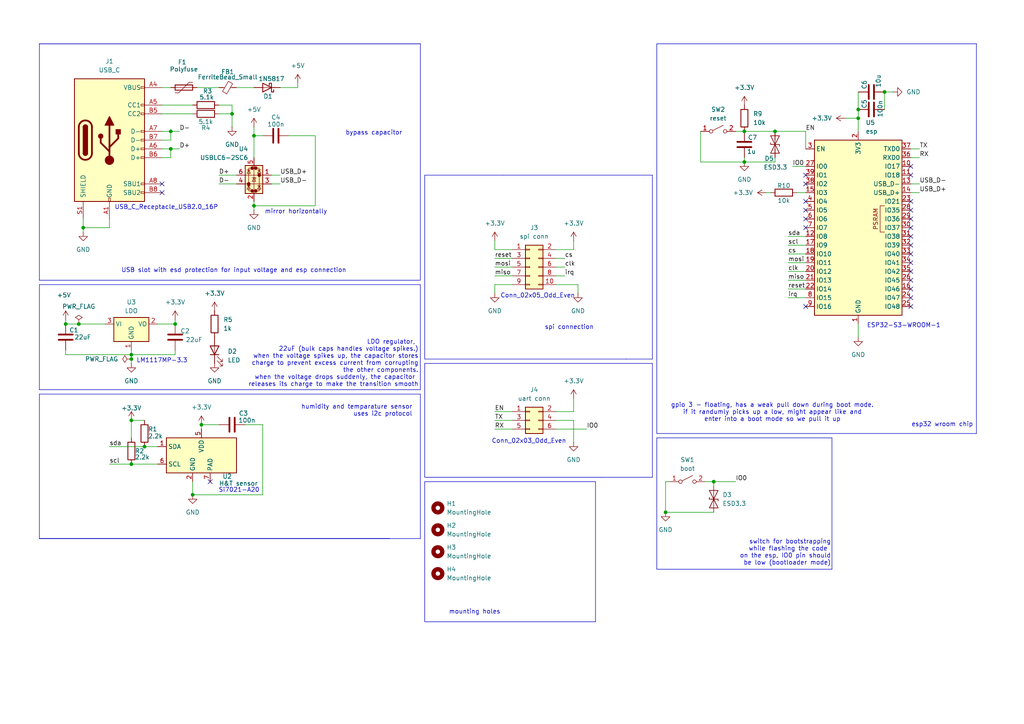
<source format=kicad_sch>
(kicad_sch
	(version 20250114)
	(generator "eeschema")
	(generator_version "9.0")
	(uuid "45c26670-212a-4133-944f-372fa8d84d5c")
	(paper "A4")
	(lib_symbols
		(symbol "Connector:USB_C_Receptacle_USB2.0_16P"
			(pin_names
				(offset 1.016)
			)
			(exclude_from_sim no)
			(in_bom yes)
			(on_board yes)
			(property "Reference" "J"
				(at 0 22.225 0)
				(effects
					(font
						(size 1.27 1.27)
					)
				)
			)
			(property "Value" "USB_C_Receptacle_USB2.0_16P"
				(at 0 19.685 0)
				(effects
					(font
						(size 1.27 1.27)
					)
				)
			)
			(property "Footprint" ""
				(at 3.81 0 0)
				(effects
					(font
						(size 1.27 1.27)
					)
					(hide yes)
				)
			)
			(property "Datasheet" "https://www.usb.org/sites/default/files/documents/usb_type-c.zip"
				(at 3.81 0 0)
				(effects
					(font
						(size 1.27 1.27)
					)
					(hide yes)
				)
			)
			(property "Description" "USB 2.0-only 16P Type-C Receptacle connector"
				(at 0 0 0)
				(effects
					(font
						(size 1.27 1.27)
					)
					(hide yes)
				)
			)
			(property "ki_keywords" "usb universal serial bus type-C USB2.0"
				(at 0 0 0)
				(effects
					(font
						(size 1.27 1.27)
					)
					(hide yes)
				)
			)
			(property "ki_fp_filters" "USB*C*Receptacle*"
				(at 0 0 0)
				(effects
					(font
						(size 1.27 1.27)
					)
					(hide yes)
				)
			)
			(symbol "USB_C_Receptacle_USB2.0_16P_0_0"
				(rectangle
					(start -0.254 -17.78)
					(end 0.254 -16.764)
					(stroke
						(width 0)
						(type default)
					)
					(fill
						(type none)
					)
				)
				(rectangle
					(start 10.16 15.494)
					(end 9.144 14.986)
					(stroke
						(width 0)
						(type default)
					)
					(fill
						(type none)
					)
				)
				(rectangle
					(start 10.16 10.414)
					(end 9.144 9.906)
					(stroke
						(width 0)
						(type default)
					)
					(fill
						(type none)
					)
				)
				(rectangle
					(start 10.16 7.874)
					(end 9.144 7.366)
					(stroke
						(width 0)
						(type default)
					)
					(fill
						(type none)
					)
				)
				(rectangle
					(start 10.16 2.794)
					(end 9.144 2.286)
					(stroke
						(width 0)
						(type default)
					)
					(fill
						(type none)
					)
				)
				(rectangle
					(start 10.16 0.254)
					(end 9.144 -0.254)
					(stroke
						(width 0)
						(type default)
					)
					(fill
						(type none)
					)
				)
				(rectangle
					(start 10.16 -2.286)
					(end 9.144 -2.794)
					(stroke
						(width 0)
						(type default)
					)
					(fill
						(type none)
					)
				)
				(rectangle
					(start 10.16 -4.826)
					(end 9.144 -5.334)
					(stroke
						(width 0)
						(type default)
					)
					(fill
						(type none)
					)
				)
				(rectangle
					(start 10.16 -12.446)
					(end 9.144 -12.954)
					(stroke
						(width 0)
						(type default)
					)
					(fill
						(type none)
					)
				)
				(rectangle
					(start 10.16 -14.986)
					(end 9.144 -15.494)
					(stroke
						(width 0)
						(type default)
					)
					(fill
						(type none)
					)
				)
			)
			(symbol "USB_C_Receptacle_USB2.0_16P_0_1"
				(rectangle
					(start -10.16 17.78)
					(end 10.16 -17.78)
					(stroke
						(width 0.254)
						(type default)
					)
					(fill
						(type background)
					)
				)
				(polyline
					(pts
						(xy -8.89 -3.81) (xy -8.89 3.81)
					)
					(stroke
						(width 0.508)
						(type default)
					)
					(fill
						(type none)
					)
				)
				(rectangle
					(start -7.62 -3.81)
					(end -6.35 3.81)
					(stroke
						(width 0.254)
						(type default)
					)
					(fill
						(type outline)
					)
				)
				(arc
					(start -7.62 3.81)
					(mid -6.985 4.4423)
					(end -6.35 3.81)
					(stroke
						(width 0.254)
						(type default)
					)
					(fill
						(type none)
					)
				)
				(arc
					(start -7.62 3.81)
					(mid -6.985 4.4423)
					(end -6.35 3.81)
					(stroke
						(width 0.254)
						(type default)
					)
					(fill
						(type outline)
					)
				)
				(arc
					(start -8.89 3.81)
					(mid -6.985 5.7067)
					(end -5.08 3.81)
					(stroke
						(width 0.508)
						(type default)
					)
					(fill
						(type none)
					)
				)
				(arc
					(start -5.08 -3.81)
					(mid -6.985 -5.7067)
					(end -8.89 -3.81)
					(stroke
						(width 0.508)
						(type default)
					)
					(fill
						(type none)
					)
				)
				(arc
					(start -6.35 -3.81)
					(mid -6.985 -4.4423)
					(end -7.62 -3.81)
					(stroke
						(width 0.254)
						(type default)
					)
					(fill
						(type none)
					)
				)
				(arc
					(start -6.35 -3.81)
					(mid -6.985 -4.4423)
					(end -7.62 -3.81)
					(stroke
						(width 0.254)
						(type default)
					)
					(fill
						(type outline)
					)
				)
				(polyline
					(pts
						(xy -5.08 3.81) (xy -5.08 -3.81)
					)
					(stroke
						(width 0.508)
						(type default)
					)
					(fill
						(type none)
					)
				)
				(circle
					(center -2.54 1.143)
					(radius 0.635)
					(stroke
						(width 0.254)
						(type default)
					)
					(fill
						(type outline)
					)
				)
				(polyline
					(pts
						(xy -1.27 4.318) (xy 0 6.858) (xy 1.27 4.318) (xy -1.27 4.318)
					)
					(stroke
						(width 0.254)
						(type default)
					)
					(fill
						(type outline)
					)
				)
				(polyline
					(pts
						(xy 0 -2.032) (xy 2.54 0.508) (xy 2.54 1.778)
					)
					(stroke
						(width 0.508)
						(type default)
					)
					(fill
						(type none)
					)
				)
				(polyline
					(pts
						(xy 0 -3.302) (xy -2.54 -0.762) (xy -2.54 0.508)
					)
					(stroke
						(width 0.508)
						(type default)
					)
					(fill
						(type none)
					)
				)
				(polyline
					(pts
						(xy 0 -5.842) (xy 0 4.318)
					)
					(stroke
						(width 0.508)
						(type default)
					)
					(fill
						(type none)
					)
				)
				(circle
					(center 0 -5.842)
					(radius 1.27)
					(stroke
						(width 0)
						(type default)
					)
					(fill
						(type outline)
					)
				)
				(rectangle
					(start 1.905 1.778)
					(end 3.175 3.048)
					(stroke
						(width 0.254)
						(type default)
					)
					(fill
						(type outline)
					)
				)
			)
			(symbol "USB_C_Receptacle_USB2.0_16P_1_1"
				(pin passive line
					(at -7.62 -22.86 90)
					(length 5.08)
					(name "SHIELD"
						(effects
							(font
								(size 1.27 1.27)
							)
						)
					)
					(number "S1"
						(effects
							(font
								(size 1.27 1.27)
							)
						)
					)
				)
				(pin passive line
					(at 0 -22.86 90)
					(length 5.08)
					(name "GND"
						(effects
							(font
								(size 1.27 1.27)
							)
						)
					)
					(number "A1"
						(effects
							(font
								(size 1.27 1.27)
							)
						)
					)
				)
				(pin passive line
					(at 0 -22.86 90)
					(length 5.08)
					(hide yes)
					(name "GND"
						(effects
							(font
								(size 1.27 1.27)
							)
						)
					)
					(number "A12"
						(effects
							(font
								(size 1.27 1.27)
							)
						)
					)
				)
				(pin passive line
					(at 0 -22.86 90)
					(length 5.08)
					(hide yes)
					(name "GND"
						(effects
							(font
								(size 1.27 1.27)
							)
						)
					)
					(number "B1"
						(effects
							(font
								(size 1.27 1.27)
							)
						)
					)
				)
				(pin passive line
					(at 0 -22.86 90)
					(length 5.08)
					(hide yes)
					(name "GND"
						(effects
							(font
								(size 1.27 1.27)
							)
						)
					)
					(number "B12"
						(effects
							(font
								(size 1.27 1.27)
							)
						)
					)
				)
				(pin passive line
					(at 15.24 15.24 180)
					(length 5.08)
					(name "VBUS"
						(effects
							(font
								(size 1.27 1.27)
							)
						)
					)
					(number "A4"
						(effects
							(font
								(size 1.27 1.27)
							)
						)
					)
				)
				(pin passive line
					(at 15.24 15.24 180)
					(length 5.08)
					(hide yes)
					(name "VBUS"
						(effects
							(font
								(size 1.27 1.27)
							)
						)
					)
					(number "A9"
						(effects
							(font
								(size 1.27 1.27)
							)
						)
					)
				)
				(pin passive line
					(at 15.24 15.24 180)
					(length 5.08)
					(hide yes)
					(name "VBUS"
						(effects
							(font
								(size 1.27 1.27)
							)
						)
					)
					(number "B4"
						(effects
							(font
								(size 1.27 1.27)
							)
						)
					)
				)
				(pin passive line
					(at 15.24 15.24 180)
					(length 5.08)
					(hide yes)
					(name "VBUS"
						(effects
							(font
								(size 1.27 1.27)
							)
						)
					)
					(number "B9"
						(effects
							(font
								(size 1.27 1.27)
							)
						)
					)
				)
				(pin bidirectional line
					(at 15.24 10.16 180)
					(length 5.08)
					(name "CC1"
						(effects
							(font
								(size 1.27 1.27)
							)
						)
					)
					(number "A5"
						(effects
							(font
								(size 1.27 1.27)
							)
						)
					)
				)
				(pin bidirectional line
					(at 15.24 7.62 180)
					(length 5.08)
					(name "CC2"
						(effects
							(font
								(size 1.27 1.27)
							)
						)
					)
					(number "B5"
						(effects
							(font
								(size 1.27 1.27)
							)
						)
					)
				)
				(pin bidirectional line
					(at 15.24 2.54 180)
					(length 5.08)
					(name "D-"
						(effects
							(font
								(size 1.27 1.27)
							)
						)
					)
					(number "A7"
						(effects
							(font
								(size 1.27 1.27)
							)
						)
					)
				)
				(pin bidirectional line
					(at 15.24 0 180)
					(length 5.08)
					(name "D-"
						(effects
							(font
								(size 1.27 1.27)
							)
						)
					)
					(number "B7"
						(effects
							(font
								(size 1.27 1.27)
							)
						)
					)
				)
				(pin bidirectional line
					(at 15.24 -2.54 180)
					(length 5.08)
					(name "D+"
						(effects
							(font
								(size 1.27 1.27)
							)
						)
					)
					(number "A6"
						(effects
							(font
								(size 1.27 1.27)
							)
						)
					)
				)
				(pin bidirectional line
					(at 15.24 -5.08 180)
					(length 5.08)
					(name "D+"
						(effects
							(font
								(size 1.27 1.27)
							)
						)
					)
					(number "B6"
						(effects
							(font
								(size 1.27 1.27)
							)
						)
					)
				)
				(pin bidirectional line
					(at 15.24 -12.7 180)
					(length 5.08)
					(name "SBU1"
						(effects
							(font
								(size 1.27 1.27)
							)
						)
					)
					(number "A8"
						(effects
							(font
								(size 1.27 1.27)
							)
						)
					)
				)
				(pin bidirectional line
					(at 15.24 -15.24 180)
					(length 5.08)
					(name "SBU2"
						(effects
							(font
								(size 1.27 1.27)
							)
						)
					)
					(number "B8"
						(effects
							(font
								(size 1.27 1.27)
							)
						)
					)
				)
			)
			(embedded_fonts no)
		)
		(symbol "Connector_Generic:Conn_02x03_Odd_Even"
			(pin_names
				(offset 1.016)
				(hide yes)
			)
			(exclude_from_sim no)
			(in_bom yes)
			(on_board yes)
			(property "Reference" "J"
				(at 1.27 5.08 0)
				(effects
					(font
						(size 1.27 1.27)
					)
				)
			)
			(property "Value" "Conn_02x03_Odd_Even"
				(at 1.27 -5.08 0)
				(effects
					(font
						(size 1.27 1.27)
					)
				)
			)
			(property "Footprint" ""
				(at 0 0 0)
				(effects
					(font
						(size 1.27 1.27)
					)
					(hide yes)
				)
			)
			(property "Datasheet" "~"
				(at 0 0 0)
				(effects
					(font
						(size 1.27 1.27)
					)
					(hide yes)
				)
			)
			(property "Description" "Generic connector, double row, 02x03, odd/even pin numbering scheme (row 1 odd numbers, row 2 even numbers), script generated (kicad-library-utils/schlib/autogen/connector/)"
				(at 0 0 0)
				(effects
					(font
						(size 1.27 1.27)
					)
					(hide yes)
				)
			)
			(property "ki_keywords" "connector"
				(at 0 0 0)
				(effects
					(font
						(size 1.27 1.27)
					)
					(hide yes)
				)
			)
			(property "ki_fp_filters" "Connector*:*_2x??_*"
				(at 0 0 0)
				(effects
					(font
						(size 1.27 1.27)
					)
					(hide yes)
				)
			)
			(symbol "Conn_02x03_Odd_Even_1_1"
				(rectangle
					(start -1.27 3.81)
					(end 3.81 -3.81)
					(stroke
						(width 0.254)
						(type default)
					)
					(fill
						(type background)
					)
				)
				(rectangle
					(start -1.27 2.667)
					(end 0 2.413)
					(stroke
						(width 0.1524)
						(type default)
					)
					(fill
						(type none)
					)
				)
				(rectangle
					(start -1.27 0.127)
					(end 0 -0.127)
					(stroke
						(width 0.1524)
						(type default)
					)
					(fill
						(type none)
					)
				)
				(rectangle
					(start -1.27 -2.413)
					(end 0 -2.667)
					(stroke
						(width 0.1524)
						(type default)
					)
					(fill
						(type none)
					)
				)
				(rectangle
					(start 3.81 2.667)
					(end 2.54 2.413)
					(stroke
						(width 0.1524)
						(type default)
					)
					(fill
						(type none)
					)
				)
				(rectangle
					(start 3.81 0.127)
					(end 2.54 -0.127)
					(stroke
						(width 0.1524)
						(type default)
					)
					(fill
						(type none)
					)
				)
				(rectangle
					(start 3.81 -2.413)
					(end 2.54 -2.667)
					(stroke
						(width 0.1524)
						(type default)
					)
					(fill
						(type none)
					)
				)
				(pin passive line
					(at -5.08 2.54 0)
					(length 3.81)
					(name "Pin_1"
						(effects
							(font
								(size 1.27 1.27)
							)
						)
					)
					(number "1"
						(effects
							(font
								(size 1.27 1.27)
							)
						)
					)
				)
				(pin passive line
					(at -5.08 0 0)
					(length 3.81)
					(name "Pin_3"
						(effects
							(font
								(size 1.27 1.27)
							)
						)
					)
					(number "3"
						(effects
							(font
								(size 1.27 1.27)
							)
						)
					)
				)
				(pin passive line
					(at -5.08 -2.54 0)
					(length 3.81)
					(name "Pin_5"
						(effects
							(font
								(size 1.27 1.27)
							)
						)
					)
					(number "5"
						(effects
							(font
								(size 1.27 1.27)
							)
						)
					)
				)
				(pin passive line
					(at 7.62 2.54 180)
					(length 3.81)
					(name "Pin_2"
						(effects
							(font
								(size 1.27 1.27)
							)
						)
					)
					(number "2"
						(effects
							(font
								(size 1.27 1.27)
							)
						)
					)
				)
				(pin passive line
					(at 7.62 0 180)
					(length 3.81)
					(name "Pin_4"
						(effects
							(font
								(size 1.27 1.27)
							)
						)
					)
					(number "4"
						(effects
							(font
								(size 1.27 1.27)
							)
						)
					)
				)
				(pin passive line
					(at 7.62 -2.54 180)
					(length 3.81)
					(name "Pin_6"
						(effects
							(font
								(size 1.27 1.27)
							)
						)
					)
					(number "6"
						(effects
							(font
								(size 1.27 1.27)
							)
						)
					)
				)
			)
			(embedded_fonts no)
		)
		(symbol "Connector_Generic:Conn_02x05_Odd_Even"
			(pin_names
				(offset 1.016)
				(hide yes)
			)
			(exclude_from_sim no)
			(in_bom yes)
			(on_board yes)
			(property "Reference" "J"
				(at 1.27 7.62 0)
				(effects
					(font
						(size 1.27 1.27)
					)
				)
			)
			(property "Value" "Conn_02x05_Odd_Even"
				(at 1.27 -7.62 0)
				(effects
					(font
						(size 1.27 1.27)
					)
				)
			)
			(property "Footprint" ""
				(at 0 0 0)
				(effects
					(font
						(size 1.27 1.27)
					)
					(hide yes)
				)
			)
			(property "Datasheet" "~"
				(at 0 0 0)
				(effects
					(font
						(size 1.27 1.27)
					)
					(hide yes)
				)
			)
			(property "Description" "Generic connector, double row, 02x05, odd/even pin numbering scheme (row 1 odd numbers, row 2 even numbers), script generated (kicad-library-utils/schlib/autogen/connector/)"
				(at 0 0 0)
				(effects
					(font
						(size 1.27 1.27)
					)
					(hide yes)
				)
			)
			(property "ki_keywords" "connector"
				(at 0 0 0)
				(effects
					(font
						(size 1.27 1.27)
					)
					(hide yes)
				)
			)
			(property "ki_fp_filters" "Connector*:*_2x??_*"
				(at 0 0 0)
				(effects
					(font
						(size 1.27 1.27)
					)
					(hide yes)
				)
			)
			(symbol "Conn_02x05_Odd_Even_1_1"
				(rectangle
					(start -1.27 6.35)
					(end 3.81 -6.35)
					(stroke
						(width 0.254)
						(type default)
					)
					(fill
						(type background)
					)
				)
				(rectangle
					(start -1.27 5.207)
					(end 0 4.953)
					(stroke
						(width 0.1524)
						(type default)
					)
					(fill
						(type none)
					)
				)
				(rectangle
					(start -1.27 2.667)
					(end 0 2.413)
					(stroke
						(width 0.1524)
						(type default)
					)
					(fill
						(type none)
					)
				)
				(rectangle
					(start -1.27 0.127)
					(end 0 -0.127)
					(stroke
						(width 0.1524)
						(type default)
					)
					(fill
						(type none)
					)
				)
				(rectangle
					(start -1.27 -2.413)
					(end 0 -2.667)
					(stroke
						(width 0.1524)
						(type default)
					)
					(fill
						(type none)
					)
				)
				(rectangle
					(start -1.27 -4.953)
					(end 0 -5.207)
					(stroke
						(width 0.1524)
						(type default)
					)
					(fill
						(type none)
					)
				)
				(rectangle
					(start 3.81 5.207)
					(end 2.54 4.953)
					(stroke
						(width 0.1524)
						(type default)
					)
					(fill
						(type none)
					)
				)
				(rectangle
					(start 3.81 2.667)
					(end 2.54 2.413)
					(stroke
						(width 0.1524)
						(type default)
					)
					(fill
						(type none)
					)
				)
				(rectangle
					(start 3.81 0.127)
					(end 2.54 -0.127)
					(stroke
						(width 0.1524)
						(type default)
					)
					(fill
						(type none)
					)
				)
				(rectangle
					(start 3.81 -2.413)
					(end 2.54 -2.667)
					(stroke
						(width 0.1524)
						(type default)
					)
					(fill
						(type none)
					)
				)
				(rectangle
					(start 3.81 -4.953)
					(end 2.54 -5.207)
					(stroke
						(width 0.1524)
						(type default)
					)
					(fill
						(type none)
					)
				)
				(pin passive line
					(at -5.08 5.08 0)
					(length 3.81)
					(name "Pin_1"
						(effects
							(font
								(size 1.27 1.27)
							)
						)
					)
					(number "1"
						(effects
							(font
								(size 1.27 1.27)
							)
						)
					)
				)
				(pin passive line
					(at -5.08 2.54 0)
					(length 3.81)
					(name "Pin_3"
						(effects
							(font
								(size 1.27 1.27)
							)
						)
					)
					(number "3"
						(effects
							(font
								(size 1.27 1.27)
							)
						)
					)
				)
				(pin passive line
					(at -5.08 0 0)
					(length 3.81)
					(name "Pin_5"
						(effects
							(font
								(size 1.27 1.27)
							)
						)
					)
					(number "5"
						(effects
							(font
								(size 1.27 1.27)
							)
						)
					)
				)
				(pin passive line
					(at -5.08 -2.54 0)
					(length 3.81)
					(name "Pin_7"
						(effects
							(font
								(size 1.27 1.27)
							)
						)
					)
					(number "7"
						(effects
							(font
								(size 1.27 1.27)
							)
						)
					)
				)
				(pin passive line
					(at -5.08 -5.08 0)
					(length 3.81)
					(name "Pin_9"
						(effects
							(font
								(size 1.27 1.27)
							)
						)
					)
					(number "9"
						(effects
							(font
								(size 1.27 1.27)
							)
						)
					)
				)
				(pin passive line
					(at 7.62 5.08 180)
					(length 3.81)
					(name "Pin_2"
						(effects
							(font
								(size 1.27 1.27)
							)
						)
					)
					(number "2"
						(effects
							(font
								(size 1.27 1.27)
							)
						)
					)
				)
				(pin passive line
					(at 7.62 2.54 180)
					(length 3.81)
					(name "Pin_4"
						(effects
							(font
								(size 1.27 1.27)
							)
						)
					)
					(number "4"
						(effects
							(font
								(size 1.27 1.27)
							)
						)
					)
				)
				(pin passive line
					(at 7.62 0 180)
					(length 3.81)
					(name "Pin_6"
						(effects
							(font
								(size 1.27 1.27)
							)
						)
					)
					(number "6"
						(effects
							(font
								(size 1.27 1.27)
							)
						)
					)
				)
				(pin passive line
					(at 7.62 -2.54 180)
					(length 3.81)
					(name "Pin_8"
						(effects
							(font
								(size 1.27 1.27)
							)
						)
					)
					(number "8"
						(effects
							(font
								(size 1.27 1.27)
							)
						)
					)
				)
				(pin passive line
					(at 7.62 -5.08 180)
					(length 3.81)
					(name "Pin_10"
						(effects
							(font
								(size 1.27 1.27)
							)
						)
					)
					(number "10"
						(effects
							(font
								(size 1.27 1.27)
							)
						)
					)
				)
			)
			(embedded_fonts no)
		)
		(symbol "Device:C"
			(pin_numbers
				(hide yes)
			)
			(pin_names
				(offset 0.254)
			)
			(exclude_from_sim no)
			(in_bom yes)
			(on_board yes)
			(property "Reference" "C"
				(at 0.635 2.54 0)
				(effects
					(font
						(size 1.27 1.27)
					)
					(justify left)
				)
			)
			(property "Value" "C"
				(at 0.635 -2.54 0)
				(effects
					(font
						(size 1.27 1.27)
					)
					(justify left)
				)
			)
			(property "Footprint" ""
				(at 0.9652 -3.81 0)
				(effects
					(font
						(size 1.27 1.27)
					)
					(hide yes)
				)
			)
			(property "Datasheet" "~"
				(at 0 0 0)
				(effects
					(font
						(size 1.27 1.27)
					)
					(hide yes)
				)
			)
			(property "Description" "Unpolarized capacitor"
				(at 0 0 0)
				(effects
					(font
						(size 1.27 1.27)
					)
					(hide yes)
				)
			)
			(property "ki_keywords" "cap capacitor"
				(at 0 0 0)
				(effects
					(font
						(size 1.27 1.27)
					)
					(hide yes)
				)
			)
			(property "ki_fp_filters" "C_*"
				(at 0 0 0)
				(effects
					(font
						(size 1.27 1.27)
					)
					(hide yes)
				)
			)
			(symbol "C_0_1"
				(polyline
					(pts
						(xy -2.032 0.762) (xy 2.032 0.762)
					)
					(stroke
						(width 0.508)
						(type default)
					)
					(fill
						(type none)
					)
				)
				(polyline
					(pts
						(xy -2.032 -0.762) (xy 2.032 -0.762)
					)
					(stroke
						(width 0.508)
						(type default)
					)
					(fill
						(type none)
					)
				)
			)
			(symbol "C_1_1"
				(pin passive line
					(at 0 3.81 270)
					(length 2.794)
					(name "~"
						(effects
							(font
								(size 1.27 1.27)
							)
						)
					)
					(number "1"
						(effects
							(font
								(size 1.27 1.27)
							)
						)
					)
				)
				(pin passive line
					(at 0 -3.81 90)
					(length 2.794)
					(name "~"
						(effects
							(font
								(size 1.27 1.27)
							)
						)
					)
					(number "2"
						(effects
							(font
								(size 1.27 1.27)
							)
						)
					)
				)
			)
			(embedded_fonts no)
		)
		(symbol "Device:FerriteBead_Small"
			(pin_numbers
				(hide yes)
			)
			(pin_names
				(offset 0)
			)
			(exclude_from_sim no)
			(in_bom yes)
			(on_board yes)
			(property "Reference" "FB"
				(at 1.905 1.27 0)
				(effects
					(font
						(size 1.27 1.27)
					)
					(justify left)
				)
			)
			(property "Value" "FerriteBead_Small"
				(at 1.905 -1.27 0)
				(effects
					(font
						(size 1.27 1.27)
					)
					(justify left)
				)
			)
			(property "Footprint" ""
				(at -1.778 0 90)
				(effects
					(font
						(size 1.27 1.27)
					)
					(hide yes)
				)
			)
			(property "Datasheet" "~"
				(at 0 0 0)
				(effects
					(font
						(size 1.27 1.27)
					)
					(hide yes)
				)
			)
			(property "Description" "Ferrite bead, small symbol"
				(at 0 0 0)
				(effects
					(font
						(size 1.27 1.27)
					)
					(hide yes)
				)
			)
			(property "ki_keywords" "L ferrite bead inductor filter"
				(at 0 0 0)
				(effects
					(font
						(size 1.27 1.27)
					)
					(hide yes)
				)
			)
			(property "ki_fp_filters" "Inductor_* L_* *Ferrite*"
				(at 0 0 0)
				(effects
					(font
						(size 1.27 1.27)
					)
					(hide yes)
				)
			)
			(symbol "FerriteBead_Small_0_1"
				(polyline
					(pts
						(xy -1.8288 0.2794) (xy -1.1176 1.4986) (xy 1.8288 -0.2032) (xy 1.1176 -1.4224) (xy -1.8288 0.2794)
					)
					(stroke
						(width 0)
						(type default)
					)
					(fill
						(type none)
					)
				)
				(polyline
					(pts
						(xy 0 0.889) (xy 0 1.2954)
					)
					(stroke
						(width 0)
						(type default)
					)
					(fill
						(type none)
					)
				)
				(polyline
					(pts
						(xy 0 -1.27) (xy 0 -0.7874)
					)
					(stroke
						(width 0)
						(type default)
					)
					(fill
						(type none)
					)
				)
			)
			(symbol "FerriteBead_Small_1_1"
				(pin passive line
					(at 0 2.54 270)
					(length 1.27)
					(name "~"
						(effects
							(font
								(size 1.27 1.27)
							)
						)
					)
					(number "1"
						(effects
							(font
								(size 1.27 1.27)
							)
						)
					)
				)
				(pin passive line
					(at 0 -2.54 90)
					(length 1.27)
					(name "~"
						(effects
							(font
								(size 1.27 1.27)
							)
						)
					)
					(number "2"
						(effects
							(font
								(size 1.27 1.27)
							)
						)
					)
				)
			)
			(embedded_fonts no)
		)
		(symbol "Device:LED"
			(pin_numbers
				(hide yes)
			)
			(pin_names
				(offset 1.016)
				(hide yes)
			)
			(exclude_from_sim no)
			(in_bom yes)
			(on_board yes)
			(property "Reference" "D"
				(at 0 2.54 0)
				(effects
					(font
						(size 1.27 1.27)
					)
				)
			)
			(property "Value" "LED"
				(at 0 -2.54 0)
				(effects
					(font
						(size 1.27 1.27)
					)
				)
			)
			(property "Footprint" ""
				(at 0 0 0)
				(effects
					(font
						(size 1.27 1.27)
					)
					(hide yes)
				)
			)
			(property "Datasheet" "~"
				(at 0 0 0)
				(effects
					(font
						(size 1.27 1.27)
					)
					(hide yes)
				)
			)
			(property "Description" "Light emitting diode"
				(at 0 0 0)
				(effects
					(font
						(size 1.27 1.27)
					)
					(hide yes)
				)
			)
			(property "Sim.Pins" "1=K 2=A"
				(at 0 0 0)
				(effects
					(font
						(size 1.27 1.27)
					)
					(hide yes)
				)
			)
			(property "ki_keywords" "LED diode"
				(at 0 0 0)
				(effects
					(font
						(size 1.27 1.27)
					)
					(hide yes)
				)
			)
			(property "ki_fp_filters" "LED* LED_SMD:* LED_THT:*"
				(at 0 0 0)
				(effects
					(font
						(size 1.27 1.27)
					)
					(hide yes)
				)
			)
			(symbol "LED_0_1"
				(polyline
					(pts
						(xy -3.048 -0.762) (xy -4.572 -2.286) (xy -3.81 -2.286) (xy -4.572 -2.286) (xy -4.572 -1.524)
					)
					(stroke
						(width 0)
						(type default)
					)
					(fill
						(type none)
					)
				)
				(polyline
					(pts
						(xy -1.778 -0.762) (xy -3.302 -2.286) (xy -2.54 -2.286) (xy -3.302 -2.286) (xy -3.302 -1.524)
					)
					(stroke
						(width 0)
						(type default)
					)
					(fill
						(type none)
					)
				)
				(polyline
					(pts
						(xy -1.27 0) (xy 1.27 0)
					)
					(stroke
						(width 0)
						(type default)
					)
					(fill
						(type none)
					)
				)
				(polyline
					(pts
						(xy -1.27 -1.27) (xy -1.27 1.27)
					)
					(stroke
						(width 0.254)
						(type default)
					)
					(fill
						(type none)
					)
				)
				(polyline
					(pts
						(xy 1.27 -1.27) (xy 1.27 1.27) (xy -1.27 0) (xy 1.27 -1.27)
					)
					(stroke
						(width 0.254)
						(type default)
					)
					(fill
						(type none)
					)
				)
			)
			(symbol "LED_1_1"
				(pin passive line
					(at -3.81 0 0)
					(length 2.54)
					(name "K"
						(effects
							(font
								(size 1.27 1.27)
							)
						)
					)
					(number "1"
						(effects
							(font
								(size 1.27 1.27)
							)
						)
					)
				)
				(pin passive line
					(at 3.81 0 180)
					(length 2.54)
					(name "A"
						(effects
							(font
								(size 1.27 1.27)
							)
						)
					)
					(number "2"
						(effects
							(font
								(size 1.27 1.27)
							)
						)
					)
				)
			)
			(embedded_fonts no)
		)
		(symbol "Device:Polyfuse"
			(pin_numbers
				(hide yes)
			)
			(pin_names
				(offset 0)
			)
			(exclude_from_sim no)
			(in_bom yes)
			(on_board yes)
			(property "Reference" "F"
				(at -2.54 0 90)
				(effects
					(font
						(size 1.27 1.27)
					)
				)
			)
			(property "Value" "Polyfuse"
				(at 2.54 0 90)
				(effects
					(font
						(size 1.27 1.27)
					)
				)
			)
			(property "Footprint" ""
				(at 1.27 -5.08 0)
				(effects
					(font
						(size 1.27 1.27)
					)
					(justify left)
					(hide yes)
				)
			)
			(property "Datasheet" "~"
				(at 0 0 0)
				(effects
					(font
						(size 1.27 1.27)
					)
					(hide yes)
				)
			)
			(property "Description" "Resettable fuse, polymeric positive temperature coefficient"
				(at 0 0 0)
				(effects
					(font
						(size 1.27 1.27)
					)
					(hide yes)
				)
			)
			(property "ki_keywords" "resettable fuse PTC PPTC polyfuse polyswitch"
				(at 0 0 0)
				(effects
					(font
						(size 1.27 1.27)
					)
					(hide yes)
				)
			)
			(property "ki_fp_filters" "*polyfuse* *PTC*"
				(at 0 0 0)
				(effects
					(font
						(size 1.27 1.27)
					)
					(hide yes)
				)
			)
			(symbol "Polyfuse_0_1"
				(polyline
					(pts
						(xy -1.524 2.54) (xy -1.524 1.524) (xy 1.524 -1.524) (xy 1.524 -2.54)
					)
					(stroke
						(width 0)
						(type default)
					)
					(fill
						(type none)
					)
				)
				(rectangle
					(start -0.762 2.54)
					(end 0.762 -2.54)
					(stroke
						(width 0.254)
						(type default)
					)
					(fill
						(type none)
					)
				)
				(polyline
					(pts
						(xy 0 2.54) (xy 0 -2.54)
					)
					(stroke
						(width 0)
						(type default)
					)
					(fill
						(type none)
					)
				)
			)
			(symbol "Polyfuse_1_1"
				(pin passive line
					(at 0 3.81 270)
					(length 1.27)
					(name "~"
						(effects
							(font
								(size 1.27 1.27)
							)
						)
					)
					(number "1"
						(effects
							(font
								(size 1.27 1.27)
							)
						)
					)
				)
				(pin passive line
					(at 0 -3.81 90)
					(length 1.27)
					(name "~"
						(effects
							(font
								(size 1.27 1.27)
							)
						)
					)
					(number "2"
						(effects
							(font
								(size 1.27 1.27)
							)
						)
					)
				)
			)
			(embedded_fonts no)
		)
		(symbol "Device:R"
			(pin_numbers
				(hide yes)
			)
			(pin_names
				(offset 0)
			)
			(exclude_from_sim no)
			(in_bom yes)
			(on_board yes)
			(property "Reference" "R"
				(at 2.032 0 90)
				(effects
					(font
						(size 1.27 1.27)
					)
				)
			)
			(property "Value" "R"
				(at 0 0 90)
				(effects
					(font
						(size 1.27 1.27)
					)
				)
			)
			(property "Footprint" ""
				(at -1.778 0 90)
				(effects
					(font
						(size 1.27 1.27)
					)
					(hide yes)
				)
			)
			(property "Datasheet" "~"
				(at 0 0 0)
				(effects
					(font
						(size 1.27 1.27)
					)
					(hide yes)
				)
			)
			(property "Description" "Resistor"
				(at 0 0 0)
				(effects
					(font
						(size 1.27 1.27)
					)
					(hide yes)
				)
			)
			(property "ki_keywords" "R res resistor"
				(at 0 0 0)
				(effects
					(font
						(size 1.27 1.27)
					)
					(hide yes)
				)
			)
			(property "ki_fp_filters" "R_*"
				(at 0 0 0)
				(effects
					(font
						(size 1.27 1.27)
					)
					(hide yes)
				)
			)
			(symbol "R_0_1"
				(rectangle
					(start -1.016 -2.54)
					(end 1.016 2.54)
					(stroke
						(width 0.254)
						(type default)
					)
					(fill
						(type none)
					)
				)
			)
			(symbol "R_1_1"
				(pin passive line
					(at 0 3.81 270)
					(length 1.27)
					(name "~"
						(effects
							(font
								(size 1.27 1.27)
							)
						)
					)
					(number "1"
						(effects
							(font
								(size 1.27 1.27)
							)
						)
					)
				)
				(pin passive line
					(at 0 -3.81 90)
					(length 1.27)
					(name "~"
						(effects
							(font
								(size 1.27 1.27)
							)
						)
					)
					(number "2"
						(effects
							(font
								(size 1.27 1.27)
							)
						)
					)
				)
			)
			(embedded_fonts no)
		)
		(symbol "Diode:1N5817"
			(pin_numbers
				(hide yes)
			)
			(pin_names
				(offset 1.016)
				(hide yes)
			)
			(exclude_from_sim no)
			(in_bom yes)
			(on_board yes)
			(property "Reference" "D"
				(at 0 2.54 0)
				(effects
					(font
						(size 1.27 1.27)
					)
				)
			)
			(property "Value" "1N5817"
				(at 0 -2.54 0)
				(effects
					(font
						(size 1.27 1.27)
					)
				)
			)
			(property "Footprint" "Diode_THT:D_DO-41_SOD81_P10.16mm_Horizontal"
				(at 0 -4.445 0)
				(effects
					(font
						(size 1.27 1.27)
					)
					(hide yes)
				)
			)
			(property "Datasheet" "http://www.vishay.com/docs/88525/1n5817.pdf"
				(at 0 0 0)
				(effects
					(font
						(size 1.27 1.27)
					)
					(hide yes)
				)
			)
			(property "Description" "20V 1A Schottky Barrier Rectifier Diode, DO-41"
				(at 0 0 0)
				(effects
					(font
						(size 1.27 1.27)
					)
					(hide yes)
				)
			)
			(property "ki_keywords" "diode Schottky"
				(at 0 0 0)
				(effects
					(font
						(size 1.27 1.27)
					)
					(hide yes)
				)
			)
			(property "ki_fp_filters" "D*DO?41*"
				(at 0 0 0)
				(effects
					(font
						(size 1.27 1.27)
					)
					(hide yes)
				)
			)
			(symbol "1N5817_0_1"
				(polyline
					(pts
						(xy -1.905 0.635) (xy -1.905 1.27) (xy -1.27 1.27) (xy -1.27 -1.27) (xy -0.635 -1.27) (xy -0.635 -0.635)
					)
					(stroke
						(width 0.254)
						(type default)
					)
					(fill
						(type none)
					)
				)
				(polyline
					(pts
						(xy 1.27 1.27) (xy 1.27 -1.27) (xy -1.27 0) (xy 1.27 1.27)
					)
					(stroke
						(width 0.254)
						(type default)
					)
					(fill
						(type none)
					)
				)
				(polyline
					(pts
						(xy 1.27 0) (xy -1.27 0)
					)
					(stroke
						(width 0)
						(type default)
					)
					(fill
						(type none)
					)
				)
			)
			(symbol "1N5817_1_1"
				(pin passive line
					(at -3.81 0 0)
					(length 2.54)
					(name "K"
						(effects
							(font
								(size 1.27 1.27)
							)
						)
					)
					(number "1"
						(effects
							(font
								(size 1.27 1.27)
							)
						)
					)
				)
				(pin passive line
					(at 3.81 0 180)
					(length 2.54)
					(name "A"
						(effects
							(font
								(size 1.27 1.27)
							)
						)
					)
					(number "2"
						(effects
							(font
								(size 1.27 1.27)
							)
						)
					)
				)
			)
			(embedded_fonts no)
		)
		(symbol "Diode:ESD9B3.3ST5G"
			(pin_numbers
				(hide yes)
			)
			(pin_names
				(offset 1.016)
				(hide yes)
			)
			(exclude_from_sim no)
			(in_bom yes)
			(on_board yes)
			(property "Reference" "D"
				(at 0 2.54 0)
				(effects
					(font
						(size 1.27 1.27)
					)
				)
			)
			(property "Value" "ESD9B3.3ST5G"
				(at 0 -2.54 0)
				(effects
					(font
						(size 1.27 1.27)
					)
				)
			)
			(property "Footprint" "Diode_SMD:D_SOD-923"
				(at 0 0 0)
				(effects
					(font
						(size 1.27 1.27)
					)
					(hide yes)
				)
			)
			(property "Datasheet" "https://www.onsemi.com/pub/Collateral/ESD9B-D.PDF"
				(at 0 0 0)
				(effects
					(font
						(size 1.27 1.27)
					)
					(hide yes)
				)
			)
			(property "Description" "ESD protection diode, 3.3Vrwm, SOD-923"
				(at 0 0 0)
				(effects
					(font
						(size 1.27 1.27)
					)
					(hide yes)
				)
			)
			(property "ki_keywords" "diode TVS ESD"
				(at 0 0 0)
				(effects
					(font
						(size 1.27 1.27)
					)
					(hide yes)
				)
			)
			(property "ki_fp_filters" "D*SOD?923*"
				(at 0 0 0)
				(effects
					(font
						(size 1.27 1.27)
					)
					(hide yes)
				)
			)
			(symbol "ESD9B3.3ST5G_0_1"
				(polyline
					(pts
						(xy -2.54 -1.27) (xy 0 0) (xy -2.54 1.27) (xy -2.54 -1.27)
					)
					(stroke
						(width 0.2032)
						(type default)
					)
					(fill
						(type none)
					)
				)
				(polyline
					(pts
						(xy 0.508 1.27) (xy 0 1.27) (xy 0 -1.27) (xy -0.508 -1.27)
					)
					(stroke
						(width 0.2032)
						(type default)
					)
					(fill
						(type none)
					)
				)
				(polyline
					(pts
						(xy 1.27 0) (xy -1.27 0)
					)
					(stroke
						(width 0)
						(type default)
					)
					(fill
						(type none)
					)
				)
				(polyline
					(pts
						(xy 2.54 1.27) (xy 2.54 -1.27) (xy 0 0) (xy 2.54 1.27)
					)
					(stroke
						(width 0.2032)
						(type default)
					)
					(fill
						(type none)
					)
				)
			)
			(symbol "ESD9B3.3ST5G_1_1"
				(pin passive line
					(at -3.81 0 0)
					(length 2.54)
					(name "A1"
						(effects
							(font
								(size 1.27 1.27)
							)
						)
					)
					(number "1"
						(effects
							(font
								(size 1.27 1.27)
							)
						)
					)
				)
				(pin passive line
					(at 3.81 0 180)
					(length 2.54)
					(name "A2"
						(effects
							(font
								(size 1.27 1.27)
							)
						)
					)
					(number "2"
						(effects
							(font
								(size 1.27 1.27)
							)
						)
					)
				)
			)
			(embedded_fonts no)
		)
		(symbol "Mechanical:MountingHole"
			(pin_names
				(offset 1.016)
			)
			(exclude_from_sim no)
			(in_bom no)
			(on_board yes)
			(property "Reference" "H"
				(at 0 5.08 0)
				(effects
					(font
						(size 1.27 1.27)
					)
				)
			)
			(property "Value" "MountingHole"
				(at 0 3.175 0)
				(effects
					(font
						(size 1.27 1.27)
					)
				)
			)
			(property "Footprint" ""
				(at 0 0 0)
				(effects
					(font
						(size 1.27 1.27)
					)
					(hide yes)
				)
			)
			(property "Datasheet" "~"
				(at 0 0 0)
				(effects
					(font
						(size 1.27 1.27)
					)
					(hide yes)
				)
			)
			(property "Description" "Mounting Hole without connection"
				(at 0 0 0)
				(effects
					(font
						(size 1.27 1.27)
					)
					(hide yes)
				)
			)
			(property "ki_keywords" "mounting hole"
				(at 0 0 0)
				(effects
					(font
						(size 1.27 1.27)
					)
					(hide yes)
				)
			)
			(property "ki_fp_filters" "MountingHole*"
				(at 0 0 0)
				(effects
					(font
						(size 1.27 1.27)
					)
					(hide yes)
				)
			)
			(symbol "MountingHole_0_1"
				(circle
					(center 0 0)
					(radius 1.27)
					(stroke
						(width 1.27)
						(type default)
					)
					(fill
						(type none)
					)
				)
			)
			(embedded_fonts no)
		)
		(symbol "Power_Protection:USBLC6-2SC6"
			(pin_names
				(hide yes)
			)
			(exclude_from_sim no)
			(in_bom yes)
			(on_board yes)
			(property "Reference" "U"
				(at 0.635 5.715 0)
				(effects
					(font
						(size 1.27 1.27)
					)
					(justify left)
				)
			)
			(property "Value" "USBLC6-2SC6"
				(at 0.635 3.81 0)
				(effects
					(font
						(size 1.27 1.27)
					)
					(justify left)
				)
			)
			(property "Footprint" "Package_TO_SOT_SMD:SOT-23-6"
				(at 1.27 -6.35 0)
				(effects
					(font
						(size 1.27 1.27)
						(italic yes)
					)
					(justify left)
					(hide yes)
				)
			)
			(property "Datasheet" "https://www.st.com/resource/en/datasheet/usblc6-2.pdf"
				(at 1.27 -8.255 0)
				(effects
					(font
						(size 1.27 1.27)
					)
					(justify left)
					(hide yes)
				)
			)
			(property "Description" "Very low capacitance ESD protection diode, 2 data-line, SOT-23-6"
				(at 0 0 0)
				(effects
					(font
						(size 1.27 1.27)
					)
					(hide yes)
				)
			)
			(property "ki_keywords" "usb ethernet video"
				(at 0 0 0)
				(effects
					(font
						(size 1.27 1.27)
					)
					(hide yes)
				)
			)
			(property "ki_fp_filters" "SOT?23*"
				(at 0 0 0)
				(effects
					(font
						(size 1.27 1.27)
					)
					(hide yes)
				)
			)
			(symbol "USBLC6-2SC6_0_0"
				(circle
					(center -1.524 0)
					(radius 0.0001)
					(stroke
						(width 0.508)
						(type default)
					)
					(fill
						(type none)
					)
				)
				(circle
					(center -0.508 2.032)
					(radius 0.0001)
					(stroke
						(width 0.508)
						(type default)
					)
					(fill
						(type none)
					)
				)
				(circle
					(center -0.508 -4.572)
					(radius 0.0001)
					(stroke
						(width 0.508)
						(type default)
					)
					(fill
						(type none)
					)
				)
				(circle
					(center 0.508 2.032)
					(radius 0.0001)
					(stroke
						(width 0.508)
						(type default)
					)
					(fill
						(type none)
					)
				)
				(circle
					(center 0.508 -4.572)
					(radius 0.0001)
					(stroke
						(width 0.508)
						(type default)
					)
					(fill
						(type none)
					)
				)
				(circle
					(center 1.524 -2.54)
					(radius 0.0001)
					(stroke
						(width 0.508)
						(type default)
					)
					(fill
						(type none)
					)
				)
			)
			(symbol "USBLC6-2SC6_0_1"
				(polyline
					(pts
						(xy -2.54 0) (xy 2.54 0)
					)
					(stroke
						(width 0)
						(type default)
					)
					(fill
						(type none)
					)
				)
				(polyline
					(pts
						(xy -2.54 -2.54) (xy 2.54 -2.54)
					)
					(stroke
						(width 0)
						(type default)
					)
					(fill
						(type none)
					)
				)
				(polyline
					(pts
						(xy -2.032 0.508) (xy -1.016 0.508) (xy -1.524 1.524) (xy -2.032 0.508)
					)
					(stroke
						(width 0)
						(type default)
					)
					(fill
						(type none)
					)
				)
				(polyline
					(pts
						(xy -2.032 -3.048) (xy -1.016 -3.048)
					)
					(stroke
						(width 0)
						(type default)
					)
					(fill
						(type none)
					)
				)
				(polyline
					(pts
						(xy -1.016 1.524) (xy -2.032 1.524)
					)
					(stroke
						(width 0)
						(type default)
					)
					(fill
						(type none)
					)
				)
				(polyline
					(pts
						(xy -1.016 -4.064) (xy -2.032 -4.064) (xy -1.524 -3.048) (xy -1.016 -4.064)
					)
					(stroke
						(width 0)
						(type default)
					)
					(fill
						(type none)
					)
				)
				(polyline
					(pts
						(xy -0.508 -1.143) (xy -0.508 -0.762) (xy 0.508 -0.762)
					)
					(stroke
						(width 0)
						(type default)
					)
					(fill
						(type none)
					)
				)
				(polyline
					(pts
						(xy 0 2.54) (xy -0.508 2.032) (xy 0.508 2.032) (xy 0 1.524) (xy 0 -4.064) (xy -0.508 -4.572) (xy 0.508 -4.572)
						(xy 0 -5.08)
					)
					(stroke
						(width 0)
						(type default)
					)
					(fill
						(type none)
					)
				)
				(polyline
					(pts
						(xy 0.508 -1.778) (xy -0.508 -1.778) (xy 0 -0.762) (xy 0.508 -1.778)
					)
					(stroke
						(width 0)
						(type default)
					)
					(fill
						(type none)
					)
				)
				(polyline
					(pts
						(xy 1.016 1.524) (xy 2.032 1.524)
					)
					(stroke
						(width 0)
						(type default)
					)
					(fill
						(type none)
					)
				)
				(polyline
					(pts
						(xy 1.016 -3.048) (xy 2.032 -3.048)
					)
					(stroke
						(width 0)
						(type default)
					)
					(fill
						(type none)
					)
				)
				(polyline
					(pts
						(xy 2.032 0.508) (xy 1.016 0.508) (xy 1.524 1.524) (xy 2.032 0.508)
					)
					(stroke
						(width 0)
						(type default)
					)
					(fill
						(type none)
					)
				)
				(polyline
					(pts
						(xy 2.032 -4.064) (xy 1.016 -4.064) (xy 1.524 -3.048) (xy 2.032 -4.064)
					)
					(stroke
						(width 0)
						(type default)
					)
					(fill
						(type none)
					)
				)
			)
			(symbol "USBLC6-2SC6_1_1"
				(rectangle
					(start -2.54 2.794)
					(end 2.54 -5.334)
					(stroke
						(width 0.254)
						(type default)
					)
					(fill
						(type background)
					)
				)
				(polyline
					(pts
						(xy -0.508 2.032) (xy -1.524 2.032) (xy -1.524 -4.572) (xy -0.508 -4.572)
					)
					(stroke
						(width 0)
						(type default)
					)
					(fill
						(type none)
					)
				)
				(polyline
					(pts
						(xy 0.508 -4.572) (xy 1.524 -4.572) (xy 1.524 2.032) (xy 0.508 2.032)
					)
					(stroke
						(width 0)
						(type default)
					)
					(fill
						(type none)
					)
				)
				(pin passive line
					(at -5.08 0 0)
					(length 2.54)
					(name "I/O1"
						(effects
							(font
								(size 1.27 1.27)
							)
						)
					)
					(number "1"
						(effects
							(font
								(size 1.27 1.27)
							)
						)
					)
				)
				(pin passive line
					(at -5.08 -2.54 0)
					(length 2.54)
					(name "I/O2"
						(effects
							(font
								(size 1.27 1.27)
							)
						)
					)
					(number "3"
						(effects
							(font
								(size 1.27 1.27)
							)
						)
					)
				)
				(pin passive line
					(at 0 5.08 270)
					(length 2.54)
					(name "VBUS"
						(effects
							(font
								(size 1.27 1.27)
							)
						)
					)
					(number "5"
						(effects
							(font
								(size 1.27 1.27)
							)
						)
					)
				)
				(pin passive line
					(at 0 -7.62 90)
					(length 2.54)
					(name "GND"
						(effects
							(font
								(size 1.27 1.27)
							)
						)
					)
					(number "2"
						(effects
							(font
								(size 1.27 1.27)
							)
						)
					)
				)
				(pin passive line
					(at 5.08 0 180)
					(length 2.54)
					(name "I/O1"
						(effects
							(font
								(size 1.27 1.27)
							)
						)
					)
					(number "6"
						(effects
							(font
								(size 1.27 1.27)
							)
						)
					)
				)
				(pin passive line
					(at 5.08 -2.54 180)
					(length 2.54)
					(name "I/O2"
						(effects
							(font
								(size 1.27 1.27)
							)
						)
					)
					(number "4"
						(effects
							(font
								(size 1.27 1.27)
							)
						)
					)
				)
			)
			(embedded_fonts no)
		)
		(symbol "RF_Module:ESP32-S3-WROOM-1"
			(exclude_from_sim no)
			(in_bom yes)
			(on_board yes)
			(property "Reference" "U"
				(at -12.7 26.67 0)
				(effects
					(font
						(size 1.27 1.27)
					)
				)
			)
			(property "Value" "ESP32-S3-WROOM-1"
				(at 12.7 26.67 0)
				(effects
					(font
						(size 1.27 1.27)
					)
				)
			)
			(property "Footprint" "RF_Module:ESP32-S3-WROOM-1"
				(at 0 2.54 0)
				(effects
					(font
						(size 1.27 1.27)
					)
					(hide yes)
				)
			)
			(property "Datasheet" "https://www.espressif.com/sites/default/files/documentation/esp32-s3-wroom-1_wroom-1u_datasheet_en.pdf"
				(at 0 0 0)
				(effects
					(font
						(size 1.27 1.27)
					)
					(hide yes)
				)
			)
			(property "Description" "RF Module, ESP32-S3 SoC, Wi-Fi 802.11b/g/n, Bluetooth, BLE, 32-bit, 3.3V, onboard antenna, SMD"
				(at 0 0 0)
				(effects
					(font
						(size 1.27 1.27)
					)
					(hide yes)
				)
			)
			(property "ki_keywords" "RF Radio BT ESP ESP32-S3 Espressif onboard PCB antenna"
				(at 0 0 0)
				(effects
					(font
						(size 1.27 1.27)
					)
					(hide yes)
				)
			)
			(property "ki_fp_filters" "ESP32?S3?WROOM?1*"
				(at 0 0 0)
				(effects
					(font
						(size 1.27 1.27)
					)
					(hide yes)
				)
			)
			(symbol "ESP32-S3-WROOM-1_0_0"
				(rectangle
					(start -12.7 25.4)
					(end 12.7 -25.4)
					(stroke
						(width 0.254)
						(type default)
					)
					(fill
						(type background)
					)
				)
				(text "PSRAM"
					(at 5.08 2.54 900)
					(effects
						(font
							(size 1.27 1.27)
						)
					)
				)
			)
			(symbol "ESP32-S3-WROOM-1_0_1"
				(polyline
					(pts
						(xy 7.62 -1.27) (xy 6.35 -1.27) (xy 6.35 6.35) (xy 7.62 6.35)
					)
					(stroke
						(width 0)
						(type default)
					)
					(fill
						(type none)
					)
				)
			)
			(symbol "ESP32-S3-WROOM-1_1_1"
				(pin input line
					(at -15.24 22.86 0)
					(length 2.54)
					(name "EN"
						(effects
							(font
								(size 1.27 1.27)
							)
						)
					)
					(number "3"
						(effects
							(font
								(size 1.27 1.27)
							)
						)
					)
				)
				(pin bidirectional line
					(at -15.24 17.78 0)
					(length 2.54)
					(name "IO0"
						(effects
							(font
								(size 1.27 1.27)
							)
						)
					)
					(number "27"
						(effects
							(font
								(size 1.27 1.27)
							)
						)
					)
				)
				(pin bidirectional line
					(at -15.24 15.24 0)
					(length 2.54)
					(name "IO1"
						(effects
							(font
								(size 1.27 1.27)
							)
						)
					)
					(number "39"
						(effects
							(font
								(size 1.27 1.27)
							)
						)
					)
				)
				(pin bidirectional line
					(at -15.24 12.7 0)
					(length 2.54)
					(name "IO2"
						(effects
							(font
								(size 1.27 1.27)
							)
						)
					)
					(number "38"
						(effects
							(font
								(size 1.27 1.27)
							)
						)
					)
				)
				(pin bidirectional line
					(at -15.24 10.16 0)
					(length 2.54)
					(name "IO3"
						(effects
							(font
								(size 1.27 1.27)
							)
						)
					)
					(number "15"
						(effects
							(font
								(size 1.27 1.27)
							)
						)
					)
				)
				(pin bidirectional line
					(at -15.24 7.62 0)
					(length 2.54)
					(name "IO4"
						(effects
							(font
								(size 1.27 1.27)
							)
						)
					)
					(number "4"
						(effects
							(font
								(size 1.27 1.27)
							)
						)
					)
				)
				(pin bidirectional line
					(at -15.24 5.08 0)
					(length 2.54)
					(name "IO5"
						(effects
							(font
								(size 1.27 1.27)
							)
						)
					)
					(number "5"
						(effects
							(font
								(size 1.27 1.27)
							)
						)
					)
				)
				(pin bidirectional line
					(at -15.24 2.54 0)
					(length 2.54)
					(name "IO6"
						(effects
							(font
								(size 1.27 1.27)
							)
						)
					)
					(number "6"
						(effects
							(font
								(size 1.27 1.27)
							)
						)
					)
				)
				(pin bidirectional line
					(at -15.24 0 0)
					(length 2.54)
					(name "IO7"
						(effects
							(font
								(size 1.27 1.27)
							)
						)
					)
					(number "7"
						(effects
							(font
								(size 1.27 1.27)
							)
						)
					)
				)
				(pin bidirectional line
					(at -15.24 -2.54 0)
					(length 2.54)
					(name "IO8"
						(effects
							(font
								(size 1.27 1.27)
							)
						)
					)
					(number "12"
						(effects
							(font
								(size 1.27 1.27)
							)
						)
					)
				)
				(pin bidirectional line
					(at -15.24 -5.08 0)
					(length 2.54)
					(name "IO9"
						(effects
							(font
								(size 1.27 1.27)
							)
						)
					)
					(number "17"
						(effects
							(font
								(size 1.27 1.27)
							)
						)
					)
				)
				(pin bidirectional line
					(at -15.24 -7.62 0)
					(length 2.54)
					(name "IO10"
						(effects
							(font
								(size 1.27 1.27)
							)
						)
					)
					(number "18"
						(effects
							(font
								(size 1.27 1.27)
							)
						)
					)
				)
				(pin bidirectional line
					(at -15.24 -10.16 0)
					(length 2.54)
					(name "IO11"
						(effects
							(font
								(size 1.27 1.27)
							)
						)
					)
					(number "19"
						(effects
							(font
								(size 1.27 1.27)
							)
						)
					)
				)
				(pin bidirectional line
					(at -15.24 -12.7 0)
					(length 2.54)
					(name "IO12"
						(effects
							(font
								(size 1.27 1.27)
							)
						)
					)
					(number "20"
						(effects
							(font
								(size 1.27 1.27)
							)
						)
					)
				)
				(pin bidirectional line
					(at -15.24 -15.24 0)
					(length 2.54)
					(name "IO13"
						(effects
							(font
								(size 1.27 1.27)
							)
						)
					)
					(number "21"
						(effects
							(font
								(size 1.27 1.27)
							)
						)
					)
				)
				(pin bidirectional line
					(at -15.24 -17.78 0)
					(length 2.54)
					(name "IO14"
						(effects
							(font
								(size 1.27 1.27)
							)
						)
					)
					(number "22"
						(effects
							(font
								(size 1.27 1.27)
							)
						)
					)
				)
				(pin bidirectional line
					(at -15.24 -20.32 0)
					(length 2.54)
					(name "IO15"
						(effects
							(font
								(size 1.27 1.27)
							)
						)
					)
					(number "8"
						(effects
							(font
								(size 1.27 1.27)
							)
						)
					)
				)
				(pin bidirectional line
					(at -15.24 -22.86 0)
					(length 2.54)
					(name "IO16"
						(effects
							(font
								(size 1.27 1.27)
							)
						)
					)
					(number "9"
						(effects
							(font
								(size 1.27 1.27)
							)
						)
					)
				)
				(pin power_in line
					(at 0 27.94 270)
					(length 2.54)
					(name "3V3"
						(effects
							(font
								(size 1.27 1.27)
							)
						)
					)
					(number "2"
						(effects
							(font
								(size 1.27 1.27)
							)
						)
					)
				)
				(pin power_in line
					(at 0 -27.94 90)
					(length 2.54)
					(name "GND"
						(effects
							(font
								(size 1.27 1.27)
							)
						)
					)
					(number "1"
						(effects
							(font
								(size 1.27 1.27)
							)
						)
					)
				)
				(pin passive line
					(at 0 -27.94 90)
					(length 2.54)
					(hide yes)
					(name "GND"
						(effects
							(font
								(size 1.27 1.27)
							)
						)
					)
					(number "40"
						(effects
							(font
								(size 1.27 1.27)
							)
						)
					)
				)
				(pin passive line
					(at 0 -27.94 90)
					(length 2.54)
					(hide yes)
					(name "GND"
						(effects
							(font
								(size 1.27 1.27)
							)
						)
					)
					(number "41"
						(effects
							(font
								(size 1.27 1.27)
							)
						)
					)
				)
				(pin bidirectional line
					(at 15.24 22.86 180)
					(length 2.54)
					(name "TXD0"
						(effects
							(font
								(size 1.27 1.27)
							)
						)
					)
					(number "37"
						(effects
							(font
								(size 1.27 1.27)
							)
						)
					)
				)
				(pin bidirectional line
					(at 15.24 20.32 180)
					(length 2.54)
					(name "RXD0"
						(effects
							(font
								(size 1.27 1.27)
							)
						)
					)
					(number "36"
						(effects
							(font
								(size 1.27 1.27)
							)
						)
					)
				)
				(pin bidirectional line
					(at 15.24 17.78 180)
					(length 2.54)
					(name "IO17"
						(effects
							(font
								(size 1.27 1.27)
							)
						)
					)
					(number "10"
						(effects
							(font
								(size 1.27 1.27)
							)
						)
					)
				)
				(pin bidirectional line
					(at 15.24 15.24 180)
					(length 2.54)
					(name "IO18"
						(effects
							(font
								(size 1.27 1.27)
							)
						)
					)
					(number "11"
						(effects
							(font
								(size 1.27 1.27)
							)
						)
					)
				)
				(pin bidirectional line
					(at 15.24 12.7 180)
					(length 2.54)
					(name "USB_D-"
						(effects
							(font
								(size 1.27 1.27)
							)
						)
					)
					(number "13"
						(effects
							(font
								(size 1.27 1.27)
							)
						)
					)
					(alternate "IO19" bidirectional line)
				)
				(pin bidirectional line
					(at 15.24 10.16 180)
					(length 2.54)
					(name "USB_D+"
						(effects
							(font
								(size 1.27 1.27)
							)
						)
					)
					(number "14"
						(effects
							(font
								(size 1.27 1.27)
							)
						)
					)
					(alternate "IO20" bidirectional line)
				)
				(pin bidirectional line
					(at 15.24 7.62 180)
					(length 2.54)
					(name "IO21"
						(effects
							(font
								(size 1.27 1.27)
							)
						)
					)
					(number "23"
						(effects
							(font
								(size 1.27 1.27)
							)
						)
					)
				)
				(pin bidirectional line
					(at 15.24 5.08 180)
					(length 2.54)
					(name "IO35"
						(effects
							(font
								(size 1.27 1.27)
							)
						)
					)
					(number "28"
						(effects
							(font
								(size 1.27 1.27)
							)
						)
					)
				)
				(pin bidirectional line
					(at 15.24 2.54 180)
					(length 2.54)
					(name "IO36"
						(effects
							(font
								(size 1.27 1.27)
							)
						)
					)
					(number "29"
						(effects
							(font
								(size 1.27 1.27)
							)
						)
					)
				)
				(pin bidirectional line
					(at 15.24 0 180)
					(length 2.54)
					(name "IO37"
						(effects
							(font
								(size 1.27 1.27)
							)
						)
					)
					(number "30"
						(effects
							(font
								(size 1.27 1.27)
							)
						)
					)
				)
				(pin bidirectional line
					(at 15.24 -2.54 180)
					(length 2.54)
					(name "IO38"
						(effects
							(font
								(size 1.27 1.27)
							)
						)
					)
					(number "31"
						(effects
							(font
								(size 1.27 1.27)
							)
						)
					)
				)
				(pin bidirectional line
					(at 15.24 -5.08 180)
					(length 2.54)
					(name "IO39"
						(effects
							(font
								(size 1.27 1.27)
							)
						)
					)
					(number "32"
						(effects
							(font
								(size 1.27 1.27)
							)
						)
					)
				)
				(pin bidirectional line
					(at 15.24 -7.62 180)
					(length 2.54)
					(name "IO40"
						(effects
							(font
								(size 1.27 1.27)
							)
						)
					)
					(number "33"
						(effects
							(font
								(size 1.27 1.27)
							)
						)
					)
				)
				(pin bidirectional line
					(at 15.24 -10.16 180)
					(length 2.54)
					(name "IO41"
						(effects
							(font
								(size 1.27 1.27)
							)
						)
					)
					(number "34"
						(effects
							(font
								(size 1.27 1.27)
							)
						)
					)
				)
				(pin bidirectional line
					(at 15.24 -12.7 180)
					(length 2.54)
					(name "IO42"
						(effects
							(font
								(size 1.27 1.27)
							)
						)
					)
					(number "35"
						(effects
							(font
								(size 1.27 1.27)
							)
						)
					)
				)
				(pin bidirectional line
					(at 15.24 -15.24 180)
					(length 2.54)
					(name "IO45"
						(effects
							(font
								(size 1.27 1.27)
							)
						)
					)
					(number "26"
						(effects
							(font
								(size 1.27 1.27)
							)
						)
					)
				)
				(pin bidirectional line
					(at 15.24 -17.78 180)
					(length 2.54)
					(name "IO46"
						(effects
							(font
								(size 1.27 1.27)
							)
						)
					)
					(number "16"
						(effects
							(font
								(size 1.27 1.27)
							)
						)
					)
				)
				(pin bidirectional line
					(at 15.24 -20.32 180)
					(length 2.54)
					(name "IO47"
						(effects
							(font
								(size 1.27 1.27)
							)
						)
					)
					(number "24"
						(effects
							(font
								(size 1.27 1.27)
							)
						)
					)
				)
				(pin bidirectional line
					(at 15.24 -22.86 180)
					(length 2.54)
					(name "IO48"
						(effects
							(font
								(size 1.27 1.27)
							)
						)
					)
					(number "25"
						(effects
							(font
								(size 1.27 1.27)
							)
						)
					)
				)
			)
			(embedded_fonts no)
		)
		(symbol "Regulator_Linear:LM1117MP-3.3"
			(exclude_from_sim no)
			(in_bom yes)
			(on_board yes)
			(property "Reference" "U"
				(at -3.81 3.175 0)
				(effects
					(font
						(size 1.27 1.27)
					)
				)
			)
			(property "Value" "LM1117MP-3.3"
				(at 0 3.175 0)
				(effects
					(font
						(size 1.27 1.27)
					)
					(justify left)
				)
			)
			(property "Footprint" "Package_TO_SOT_SMD:SOT-223-3_TabPin2"
				(at 0 0 0)
				(effects
					(font
						(size 1.27 1.27)
					)
					(hide yes)
				)
			)
			(property "Datasheet" "http://www.ti.com/lit/ds/symlink/lm1117.pdf"
				(at 0 0 0)
				(effects
					(font
						(size 1.27 1.27)
					)
					(hide yes)
				)
			)
			(property "Description" "800mA Low-Dropout Linear Regulator, 3.3V fixed output, SOT-223"
				(at 0 0 0)
				(effects
					(font
						(size 1.27 1.27)
					)
					(hide yes)
				)
			)
			(property "ki_keywords" "linear regulator ldo fixed positive"
				(at 0 0 0)
				(effects
					(font
						(size 1.27 1.27)
					)
					(hide yes)
				)
			)
			(property "ki_fp_filters" "SOT?223*"
				(at 0 0 0)
				(effects
					(font
						(size 1.27 1.27)
					)
					(hide yes)
				)
			)
			(symbol "LM1117MP-3.3_0_1"
				(rectangle
					(start -5.08 -5.08)
					(end 5.08 1.905)
					(stroke
						(width 0.254)
						(type default)
					)
					(fill
						(type background)
					)
				)
			)
			(symbol "LM1117MP-3.3_1_1"
				(pin power_in line
					(at -7.62 0 0)
					(length 2.54)
					(name "VI"
						(effects
							(font
								(size 1.27 1.27)
							)
						)
					)
					(number "3"
						(effects
							(font
								(size 1.27 1.27)
							)
						)
					)
				)
				(pin power_in line
					(at 0 -7.62 90)
					(length 2.54)
					(name "GND"
						(effects
							(font
								(size 1.27 1.27)
							)
						)
					)
					(number "1"
						(effects
							(font
								(size 1.27 1.27)
							)
						)
					)
				)
				(pin power_out line
					(at 7.62 0 180)
					(length 2.54)
					(name "VO"
						(effects
							(font
								(size 1.27 1.27)
							)
						)
					)
					(number "2"
						(effects
							(font
								(size 1.27 1.27)
							)
						)
					)
				)
			)
			(embedded_fonts no)
		)
		(symbol "Sensor_Humidity:Si7021-A20"
			(exclude_from_sim no)
			(in_bom yes)
			(on_board yes)
			(property "Reference" "U"
				(at -5.08 7.62 0)
				(effects
					(font
						(size 1.27 1.27)
					)
				)
			)
			(property "Value" "Si7021-A20"
				(at -10.16 10.16 0)
				(effects
					(font
						(size 1.27 1.27)
					)
				)
			)
			(property "Footprint" "Package_DFN_QFN:DFN-6-1EP_3x3mm_P1mm_EP1.5x2.4mm"
				(at 0 -10.16 0)
				(effects
					(font
						(size 1.27 1.27)
					)
					(hide yes)
				)
			)
			(property "Datasheet" "https://www.silabs.com/documents/public/data-sheets/Si7021-A20.pdf"
				(at -5.08 7.62 0)
				(effects
					(font
						(size 1.27 1.27)
					)
					(hide yes)
				)
			)
			(property "Description" "I2C Humidity and Temperature Sensor, DFN-6"
				(at 0 0 0)
				(effects
					(font
						(size 1.27 1.27)
					)
					(hide yes)
				)
			)
			(property "ki_keywords" "I2C Humidity Temperature Sensor"
				(at 0 0 0)
				(effects
					(font
						(size 1.27 1.27)
					)
					(hide yes)
				)
			)
			(property "ki_fp_filters" "DFN*1EP*3x3mm*P1mm*"
				(at 0 0 0)
				(effects
					(font
						(size 1.27 1.27)
					)
					(hide yes)
				)
			)
			(symbol "Si7021-A20_0_1"
				(rectangle
					(start -10.16 5.08)
					(end 10.16 -5.08)
					(stroke
						(width 0.254)
						(type default)
					)
					(fill
						(type background)
					)
				)
			)
			(symbol "Si7021-A20_1_1"
				(pin bidirectional line
					(at -12.7 2.54 0)
					(length 2.54)
					(name "SDA"
						(effects
							(font
								(size 1.27 1.27)
							)
						)
					)
					(number "1"
						(effects
							(font
								(size 1.27 1.27)
							)
						)
					)
				)
				(pin input line
					(at -12.7 -2.54 0)
					(length 2.54)
					(name "SCL"
						(effects
							(font
								(size 1.27 1.27)
							)
						)
					)
					(number "6"
						(effects
							(font
								(size 1.27 1.27)
							)
						)
					)
				)
				(pin power_in line
					(at -2.54 -7.62 90)
					(length 2.54)
					(name "GND"
						(effects
							(font
								(size 1.27 1.27)
							)
						)
					)
					(number "2"
						(effects
							(font
								(size 1.27 1.27)
							)
						)
					)
				)
				(pin power_in line
					(at 0 7.62 270)
					(length 2.54)
					(name "VDD"
						(effects
							(font
								(size 1.27 1.27)
							)
						)
					)
					(number "5"
						(effects
							(font
								(size 1.27 1.27)
							)
						)
					)
				)
				(pin passive line
					(at 2.54 -7.62 90)
					(length 2.54)
					(name "PAD"
						(effects
							(font
								(size 1.27 1.27)
							)
						)
					)
					(number "7"
						(effects
							(font
								(size 1.27 1.27)
							)
						)
					)
				)
				(pin no_connect line
					(at 10.16 2.54 180)
					(length 2.54)
					(hide yes)
					(name "NC"
						(effects
							(font
								(size 1.27 1.27)
							)
						)
					)
					(number "3"
						(effects
							(font
								(size 1.27 1.27)
							)
						)
					)
				)
				(pin no_connect line
					(at 10.16 -2.54 180)
					(length 2.54)
					(hide yes)
					(name "NC"
						(effects
							(font
								(size 1.27 1.27)
							)
						)
					)
					(number "4"
						(effects
							(font
								(size 1.27 1.27)
							)
						)
					)
				)
			)
			(embedded_fonts no)
		)
		(symbol "Switch:SW_SPST"
			(pin_names
				(offset 0)
				(hide yes)
			)
			(exclude_from_sim no)
			(in_bom yes)
			(on_board yes)
			(property "Reference" "SW"
				(at 0 3.175 0)
				(effects
					(font
						(size 1.27 1.27)
					)
				)
			)
			(property "Value" "SW_SPST"
				(at 0 -2.54 0)
				(effects
					(font
						(size 1.27 1.27)
					)
				)
			)
			(property "Footprint" ""
				(at 0 0 0)
				(effects
					(font
						(size 1.27 1.27)
					)
					(hide yes)
				)
			)
			(property "Datasheet" "~"
				(at 0 0 0)
				(effects
					(font
						(size 1.27 1.27)
					)
					(hide yes)
				)
			)
			(property "Description" "Single Pole Single Throw (SPST) switch"
				(at 0 0 0)
				(effects
					(font
						(size 1.27 1.27)
					)
					(hide yes)
				)
			)
			(property "ki_keywords" "switch lever"
				(at 0 0 0)
				(effects
					(font
						(size 1.27 1.27)
					)
					(hide yes)
				)
			)
			(symbol "SW_SPST_0_0"
				(circle
					(center -2.032 0)
					(radius 0.508)
					(stroke
						(width 0)
						(type default)
					)
					(fill
						(type none)
					)
				)
				(polyline
					(pts
						(xy -1.524 0.254) (xy 1.524 1.778)
					)
					(stroke
						(width 0)
						(type default)
					)
					(fill
						(type none)
					)
				)
				(circle
					(center 2.032 0)
					(radius 0.508)
					(stroke
						(width 0)
						(type default)
					)
					(fill
						(type none)
					)
				)
			)
			(symbol "SW_SPST_1_1"
				(pin passive line
					(at -5.08 0 0)
					(length 2.54)
					(name "A"
						(effects
							(font
								(size 1.27 1.27)
							)
						)
					)
					(number "1"
						(effects
							(font
								(size 1.27 1.27)
							)
						)
					)
				)
				(pin passive line
					(at 5.08 0 180)
					(length 2.54)
					(name "B"
						(effects
							(font
								(size 1.27 1.27)
							)
						)
					)
					(number "2"
						(effects
							(font
								(size 1.27 1.27)
							)
						)
					)
				)
			)
			(embedded_fonts no)
		)
		(symbol "power:+3.3V"
			(power)
			(pin_numbers
				(hide yes)
			)
			(pin_names
				(offset 0)
				(hide yes)
			)
			(exclude_from_sim no)
			(in_bom yes)
			(on_board yes)
			(property "Reference" "#PWR"
				(at 0 -3.81 0)
				(effects
					(font
						(size 1.27 1.27)
					)
					(hide yes)
				)
			)
			(property "Value" "+3.3V"
				(at 0 3.556 0)
				(effects
					(font
						(size 1.27 1.27)
					)
				)
			)
			(property "Footprint" ""
				(at 0 0 0)
				(effects
					(font
						(size 1.27 1.27)
					)
					(hide yes)
				)
			)
			(property "Datasheet" ""
				(at 0 0 0)
				(effects
					(font
						(size 1.27 1.27)
					)
					(hide yes)
				)
			)
			(property "Description" "Power symbol creates a global label with name \"+3.3V\""
				(at 0 0 0)
				(effects
					(font
						(size 1.27 1.27)
					)
					(hide yes)
				)
			)
			(property "ki_keywords" "global power"
				(at 0 0 0)
				(effects
					(font
						(size 1.27 1.27)
					)
					(hide yes)
				)
			)
			(symbol "+3.3V_0_1"
				(polyline
					(pts
						(xy -0.762 1.27) (xy 0 2.54)
					)
					(stroke
						(width 0)
						(type default)
					)
					(fill
						(type none)
					)
				)
				(polyline
					(pts
						(xy 0 2.54) (xy 0.762 1.27)
					)
					(stroke
						(width 0)
						(type default)
					)
					(fill
						(type none)
					)
				)
				(polyline
					(pts
						(xy 0 0) (xy 0 2.54)
					)
					(stroke
						(width 0)
						(type default)
					)
					(fill
						(type none)
					)
				)
			)
			(symbol "+3.3V_1_1"
				(pin power_in line
					(at 0 0 90)
					(length 0)
					(name "~"
						(effects
							(font
								(size 1.27 1.27)
							)
						)
					)
					(number "1"
						(effects
							(font
								(size 1.27 1.27)
							)
						)
					)
				)
			)
			(embedded_fonts no)
		)
		(symbol "power:+5V"
			(power)
			(pin_numbers
				(hide yes)
			)
			(pin_names
				(offset 0)
				(hide yes)
			)
			(exclude_from_sim no)
			(in_bom yes)
			(on_board yes)
			(property "Reference" "#PWR"
				(at 0 -3.81 0)
				(effects
					(font
						(size 1.27 1.27)
					)
					(hide yes)
				)
			)
			(property "Value" "+5V"
				(at 0 3.556 0)
				(effects
					(font
						(size 1.27 1.27)
					)
				)
			)
			(property "Footprint" ""
				(at 0 0 0)
				(effects
					(font
						(size 1.27 1.27)
					)
					(hide yes)
				)
			)
			(property "Datasheet" ""
				(at 0 0 0)
				(effects
					(font
						(size 1.27 1.27)
					)
					(hide yes)
				)
			)
			(property "Description" "Power symbol creates a global label with name \"+5V\""
				(at 0 0 0)
				(effects
					(font
						(size 1.27 1.27)
					)
					(hide yes)
				)
			)
			(property "ki_keywords" "global power"
				(at 0 0 0)
				(effects
					(font
						(size 1.27 1.27)
					)
					(hide yes)
				)
			)
			(symbol "+5V_0_1"
				(polyline
					(pts
						(xy -0.762 1.27) (xy 0 2.54)
					)
					(stroke
						(width 0)
						(type default)
					)
					(fill
						(type none)
					)
				)
				(polyline
					(pts
						(xy 0 2.54) (xy 0.762 1.27)
					)
					(stroke
						(width 0)
						(type default)
					)
					(fill
						(type none)
					)
				)
				(polyline
					(pts
						(xy 0 0) (xy 0 2.54)
					)
					(stroke
						(width 0)
						(type default)
					)
					(fill
						(type none)
					)
				)
			)
			(symbol "+5V_1_1"
				(pin power_in line
					(at 0 0 90)
					(length 0)
					(name "~"
						(effects
							(font
								(size 1.27 1.27)
							)
						)
					)
					(number "1"
						(effects
							(font
								(size 1.27 1.27)
							)
						)
					)
				)
			)
			(embedded_fonts no)
		)
		(symbol "power:GND"
			(power)
			(pin_numbers
				(hide yes)
			)
			(pin_names
				(offset 0)
				(hide yes)
			)
			(exclude_from_sim no)
			(in_bom yes)
			(on_board yes)
			(property "Reference" "#PWR"
				(at 0 -6.35 0)
				(effects
					(font
						(size 1.27 1.27)
					)
					(hide yes)
				)
			)
			(property "Value" "GND"
				(at 0 -3.81 0)
				(effects
					(font
						(size 1.27 1.27)
					)
				)
			)
			(property "Footprint" ""
				(at 0 0 0)
				(effects
					(font
						(size 1.27 1.27)
					)
					(hide yes)
				)
			)
			(property "Datasheet" ""
				(at 0 0 0)
				(effects
					(font
						(size 1.27 1.27)
					)
					(hide yes)
				)
			)
			(property "Description" "Power symbol creates a global label with name \"GND\" , ground"
				(at 0 0 0)
				(effects
					(font
						(size 1.27 1.27)
					)
					(hide yes)
				)
			)
			(property "ki_keywords" "global power"
				(at 0 0 0)
				(effects
					(font
						(size 1.27 1.27)
					)
					(hide yes)
				)
			)
			(symbol "GND_0_1"
				(polyline
					(pts
						(xy 0 0) (xy 0 -1.27) (xy 1.27 -1.27) (xy 0 -2.54) (xy -1.27 -1.27) (xy 0 -1.27)
					)
					(stroke
						(width 0)
						(type default)
					)
					(fill
						(type none)
					)
				)
			)
			(symbol "GND_1_1"
				(pin power_in line
					(at 0 0 270)
					(length 0)
					(name "~"
						(effects
							(font
								(size 1.27 1.27)
							)
						)
					)
					(number "1"
						(effects
							(font
								(size 1.27 1.27)
							)
						)
					)
				)
			)
			(embedded_fonts no)
		)
		(symbol "power:PWR_FLAG"
			(power)
			(pin_numbers
				(hide yes)
			)
			(pin_names
				(offset 0)
				(hide yes)
			)
			(exclude_from_sim no)
			(in_bom yes)
			(on_board yes)
			(property "Reference" "#FLG"
				(at 0 1.905 0)
				(effects
					(font
						(size 1.27 1.27)
					)
					(hide yes)
				)
			)
			(property "Value" "PWR_FLAG"
				(at 0 3.81 0)
				(effects
					(font
						(size 1.27 1.27)
					)
				)
			)
			(property "Footprint" ""
				(at 0 0 0)
				(effects
					(font
						(size 1.27 1.27)
					)
					(hide yes)
				)
			)
			(property "Datasheet" "~"
				(at 0 0 0)
				(effects
					(font
						(size 1.27 1.27)
					)
					(hide yes)
				)
			)
			(property "Description" "Special symbol for telling ERC where power comes from"
				(at 0 0 0)
				(effects
					(font
						(size 1.27 1.27)
					)
					(hide yes)
				)
			)
			(property "ki_keywords" "flag power"
				(at 0 0 0)
				(effects
					(font
						(size 1.27 1.27)
					)
					(hide yes)
				)
			)
			(symbol "PWR_FLAG_0_0"
				(pin power_out line
					(at 0 0 90)
					(length 0)
					(name "~"
						(effects
							(font
								(size 1.27 1.27)
							)
						)
					)
					(number "1"
						(effects
							(font
								(size 1.27 1.27)
							)
						)
					)
				)
			)
			(symbol "PWR_FLAG_0_1"
				(polyline
					(pts
						(xy 0 0) (xy 0 1.27) (xy -1.016 1.905) (xy 0 2.54) (xy 1.016 1.905) (xy 0 1.27)
					)
					(stroke
						(width 0)
						(type default)
					)
					(fill
						(type none)
					)
				)
			)
			(embedded_fonts no)
		)
	)
	(text "ESP32-S3-WROOM-1"
		(exclude_from_sim no)
		(at 262.128 94.488 0)
		(effects
			(font
				(size 1.27 1.27)
			)
		)
		(uuid "039d32d6-95ad-409c-8f9d-6ab1977940a8")
	)
	(text "switch for bootstrapping\nwhile flashing the code \non the esp, IO0 pin should\nbe low (bootloader mode)\n"
		(exclude_from_sim no)
		(at 241.046 160.274 0)
		(effects
			(font
				(size 1.27 1.27)
			)
			(justify right)
		)
		(uuid "03ca46bf-8803-42b6-ab20-e2dd566107cc")
	)
	(text "Conn_02x05_Odd_Even"
		(exclude_from_sim no)
		(at 155.956 85.852 0)
		(effects
			(font
				(size 1.27 1.27)
			)
		)
		(uuid "19b17170-3f48-4954-9ceb-c4e91f5c14cb")
	)
	(text "USB slot with esd protection for input voltage and esp connection\n"
		(exclude_from_sim no)
		(at 67.818 78.486 0)
		(effects
			(font
				(size 1.27 1.27)
			)
		)
		(uuid "2a98ac02-e99d-4e02-ad0a-8641b536543d")
	)
	(text "USB_C_Receptacle_USB2.0_16P"
		(exclude_from_sim no)
		(at 48.26 60.198 0)
		(effects
			(font
				(size 1.27 1.27)
			)
		)
		(uuid "392bf1bc-1123-491d-80b0-aa9225b9fb5c")
	)
	(text "mirror horizontally\n"
		(exclude_from_sim no)
		(at 85.852 61.468 0)
		(effects
			(font
				(size 1.27 1.27)
			)
		)
		(uuid "49665a5e-33c5-4914-827f-a093dfefe3da")
	)
	(text "Conn_02x03_Odd_Even\n"
		(exclude_from_sim no)
		(at 153.416 128.016 0)
		(effects
			(font
				(size 1.27 1.27)
			)
		)
		(uuid "6892849a-e85b-4b0e-a583-01a202d3188d")
	)
	(text "LM1117MP-3.3"
		(exclude_from_sim no)
		(at 46.99 104.648 0)
		(effects
			(font
				(size 1.27 1.27)
			)
		)
		(uuid "7db77296-fae8-4bec-82ec-4f752ec84f1e")
	)
	(text "spi connection\n"
		(exclude_from_sim no)
		(at 165.1 94.996 0)
		(effects
			(font
				(size 1.27 1.27)
			)
		)
		(uuid "9de9e5f7-4229-454a-ac73-7f19243404b2")
	)
	(text "mounting holes\n"
		(exclude_from_sim no)
		(at 137.668 177.546 0)
		(effects
			(font
				(size 1.27 1.27)
			)
		)
		(uuid "a3bfbdac-ce07-47c8-be0e-d57eaea300d4")
	)
	(text "esp32 wroom chip\n"
		(exclude_from_sim no)
		(at 273.304 123.19 0)
		(effects
			(font
				(size 1.27 1.27)
			)
		)
		(uuid "ab952e10-fc4d-4a46-84f4-3a880a58de6d")
	)
	(text "bypass capacitor\n"
		(exclude_from_sim no)
		(at 108.458 38.608 0)
		(effects
			(font
				(size 1.27 1.27)
			)
		)
		(uuid "b04b56da-7de8-4d19-abf8-f1524fc1d8f4")
	)
	(text "Si7021-A20"
		(exclude_from_sim no)
		(at 69.342 142.24 0)
		(effects
			(font
				(size 1.27 1.27)
			)
		)
		(uuid "b5ccf1da-9318-4dea-bc5c-d87113858d6e")
	)
	(text "gpio 3 - floating, has a weak pull down during boot mode.\nif it randumly picks up a low, might appear like and\nenter into a boot mode so we pull it up"
		(exclude_from_sim no)
		(at 224.028 119.634 0)
		(effects
			(font
				(size 1.27 1.27)
			)
		)
		(uuid "b9f43275-9f9f-46b8-b73c-8461386df3ef")
	)
	(text "humidity and temparature sensor\nuses i2c protocol"
		(exclude_from_sim no)
		(at 119.634 119.126 0)
		(effects
			(font
				(size 1.27 1.27)
			)
			(justify right)
		)
		(uuid "ddf3f7f3-8b3d-40b7-9c80-105eca86b5e4")
	)
	(text "LDO regulator, \n22uF (bulk caps handles voltage spikes.)\nwhen the voltage spikes up, the capacitor stores\ncharge to prevent excess current from corrupting\nthe other components.\nwhen the voltage drops suddenly, the capacitor \nreleases its charge to make the transition smooth\n"
		(exclude_from_sim no)
		(at 121.412 105.41 0)
		(effects
			(font
				(size 1.27 1.27)
			)
			(justify right)
		)
		(uuid "f5f243c9-b6f4-4900-9864-79d2a4204fee")
	)
	(junction
		(at 19.05 93.98)
		(diameter 0)
		(color 0 0 0 0)
		(uuid "0476940f-9b2b-49af-99f6-b37f514522fb")
	)
	(junction
		(at 38.1 121.92)
		(diameter 0)
		(color 0 0 0 0)
		(uuid "12aac511-141f-4280-a0f4-7f8c66ca390d")
	)
	(junction
		(at 50.8 93.98)
		(diameter 0)
		(color 0 0 0 0)
		(uuid "1e078c42-8a4a-4dd2-9dee-e629ba8a270f")
	)
	(junction
		(at 248.92 34.29)
		(diameter 0)
		(color 0 0 0 0)
		(uuid "28b0a7c0-532f-4fb7-b855-1e16aacaf59a")
	)
	(junction
		(at 38.1 104.14)
		(diameter 0)
		(color 0 0 0 0)
		(uuid "2fa4db84-e4e8-49e9-beba-ca15fa158316")
	)
	(junction
		(at 38.1 102.87)
		(diameter 0)
		(color 0 0 0 0)
		(uuid "47cbfccc-8c8a-4d9d-a25f-f289c3d3a683")
	)
	(junction
		(at 256.54 26.67)
		(diameter 0)
		(color 0 0 0 0)
		(uuid "4dfb7bf8-9714-447e-8280-228656f48d42")
	)
	(junction
		(at 38.1 134.62)
		(diameter 0)
		(color 0 0 0 0)
		(uuid "61162adb-33d4-4f96-ae91-fa7bed43f8ed")
	)
	(junction
		(at 73.66 39.37)
		(diameter 0)
		(color 0 0 0 0)
		(uuid "63a2f146-07e5-4c7e-99f8-f1842f7ef0d1")
	)
	(junction
		(at 22.86 93.98)
		(diameter 0)
		(color 0 0 0 0)
		(uuid "6bee2c26-37fb-4d12-89f1-cc724a539cf5")
	)
	(junction
		(at 49.53 38.1)
		(diameter 0)
		(color 0 0 0 0)
		(uuid "6e2fc62b-f52e-4509-b80d-d32ddb091bf8")
	)
	(junction
		(at 193.04 148.59)
		(diameter 0)
		(color 0 0 0 0)
		(uuid "7aa43ab6-7d63-4ef8-ac3d-e6641282dba1")
	)
	(junction
		(at 215.9 38.1)
		(diameter 0)
		(color 0 0 0 0)
		(uuid "84ae082a-e1aa-431d-81b7-8802b2b959e8")
	)
	(junction
		(at 248.92 31.75)
		(diameter 0)
		(color 0 0 0 0)
		(uuid "8b6352ed-fdda-4787-83ff-1d360663a818")
	)
	(junction
		(at 49.53 43.18)
		(diameter 0)
		(color 0 0 0 0)
		(uuid "96af986e-d683-4b50-b46f-4a4fa3a24f0f")
	)
	(junction
		(at 224.79 38.1)
		(diameter 0)
		(color 0 0 0 0)
		(uuid "a00f02d5-ef35-486a-8638-bf51c59bf5d9")
	)
	(junction
		(at 58.42 123.19)
		(diameter 0)
		(color 0 0 0 0)
		(uuid "a0700253-b361-47f3-9f4f-c17d52a8e8bd")
	)
	(junction
		(at 41.91 129.54)
		(diameter 0)
		(color 0 0 0 0)
		(uuid "a74bc14c-593a-4769-bf67-568c0dd167da")
	)
	(junction
		(at 67.31 33.02)
		(diameter 0)
		(color 0 0 0 0)
		(uuid "cab9c878-f46c-43bd-b2ba-845b5b00ddf8")
	)
	(junction
		(at 73.66 59.69)
		(diameter 0)
		(color 0 0 0 0)
		(uuid "d317a63f-fd4c-4463-aa55-d93e003c5829")
	)
	(junction
		(at 215.9 46.99)
		(diameter 0)
		(color 0 0 0 0)
		(uuid "eb7e6bb1-92b5-430d-850a-6cff9bb09868")
	)
	(junction
		(at 24.13 66.04)
		(diameter 0)
		(color 0 0 0 0)
		(uuid "f167e697-a2dd-4bc1-8905-08b33ee9b060")
	)
	(junction
		(at 207.01 139.7)
		(diameter 0)
		(color 0 0 0 0)
		(uuid "f62ca63f-2038-47eb-bedf-0b70d6c173fd")
	)
	(junction
		(at 55.88 143.51)
		(diameter 0)
		(color 0 0 0 0)
		(uuid "ff690e6f-3452-4f86-a15f-48639846f90c")
	)
	(no_connect
		(at 46.99 53.34)
		(uuid "03d7a039-d468-4563-abb9-d8458e0849af")
	)
	(no_connect
		(at 60.96 139.7)
		(uuid "0cd7ba9f-c8a7-43d1-a6d2-66f8ebdbaa02")
	)
	(no_connect
		(at 233.68 53.34)
		(uuid "17ab5dfe-b0ef-43b2-bf50-21bea323b716")
	)
	(no_connect
		(at 264.16 60.96)
		(uuid "1ae360d9-1fda-406d-9cc5-13aed9d23028")
	)
	(no_connect
		(at 264.16 71.12)
		(uuid "21467c6d-2b9d-4338-9fef-a117316b3fd0")
	)
	(no_connect
		(at 264.16 50.8)
		(uuid "366ab7f9-763e-4bf2-8621-0bb88e3a9bb6")
	)
	(no_connect
		(at 264.16 83.82)
		(uuid "3e721f1f-88f7-4d06-9b3f-5fb4441487e6")
	)
	(no_connect
		(at 264.16 63.5)
		(uuid "46d15f58-c5ec-4199-b5e1-634ba5690752")
	)
	(no_connect
		(at 233.68 63.5)
		(uuid "56e78e77-3143-4cea-ae3d-398d124778e5")
	)
	(no_connect
		(at 233.68 88.9)
		(uuid "5add3eb3-f908-483b-b643-3b4569a8d03c")
	)
	(no_connect
		(at 264.16 88.9)
		(uuid "656b725d-9e14-4a37-87ca-d4aa250b5e00")
	)
	(no_connect
		(at 264.16 78.74)
		(uuid "725f76c0-8c61-42a4-84ec-083009048c9b")
	)
	(no_connect
		(at 233.68 58.42)
		(uuid "7692a085-213f-48ce-9537-92cd685b93fb")
	)
	(no_connect
		(at 264.16 48.26)
		(uuid "84af36b1-d255-4350-80bc-3ff5a790b890")
	)
	(no_connect
		(at 264.16 66.04)
		(uuid "87eef64e-0ad3-456b-8a22-9a6a2ea5ba9e")
	)
	(no_connect
		(at 264.16 73.66)
		(uuid "a51218ad-6f2d-4992-910a-8b75fa10b9d4")
	)
	(no_connect
		(at 264.16 81.28)
		(uuid "aa9ef452-215a-498b-8f35-5251abe5dd81")
	)
	(no_connect
		(at 264.16 76.2)
		(uuid "b333ce76-71f1-4229-83ae-6f1623fb4e73")
	)
	(no_connect
		(at 46.99 55.88)
		(uuid "b6042e3d-9698-49d0-9349-125c8d491815")
	)
	(no_connect
		(at 264.16 86.36)
		(uuid "de301bb2-5380-47fb-b225-13ae28b60977")
	)
	(no_connect
		(at 264.16 58.42)
		(uuid "ed70542f-3460-4368-b038-a2471d92f379")
	)
	(no_connect
		(at 233.68 50.8)
		(uuid "f29ebe24-bffd-4a5b-81de-b78ba97acce0")
	)
	(no_connect
		(at 264.16 68.58)
		(uuid "f89ce909-5494-467c-9ce9-3a9a337dbe95")
	)
	(no_connect
		(at 233.68 66.04)
		(uuid "fb32c15f-2c54-4005-9f00-13035de0ab55")
	)
	(no_connect
		(at 233.68 60.96)
		(uuid "fe51ff48-233f-4964-ba00-fdfbfc35e936")
	)
	(wire
		(pts
			(xy 38.1 121.92) (xy 41.91 121.92)
		)
		(stroke
			(width 0)
			(type default)
		)
		(uuid "00624e1b-af83-4049-8e45-99b811ab2606")
	)
	(wire
		(pts
			(xy 76.2 123.19) (xy 76.2 143.51)
		)
		(stroke
			(width 0)
			(type default)
		)
		(uuid "02cf6dd6-a1ff-42b4-aaea-90e0fa2bf53a")
	)
	(wire
		(pts
			(xy 166.37 121.92) (xy 166.37 128.27)
		)
		(stroke
			(width 0)
			(type default)
		)
		(uuid "0567da5c-1c6e-4aaa-9420-8b42fb97ae33")
	)
	(wire
		(pts
			(xy 38.1 101.6) (xy 38.1 102.87)
		)
		(stroke
			(width 0)
			(type default)
		)
		(uuid "0995f581-7da2-4f37-a045-d5f9d8deef76")
	)
	(polyline
		(pts
			(xy 190.5 127) (xy 190.5 165.1)
		)
		(stroke
			(width 0)
			(type default)
		)
		(uuid "16747d0f-2ea5-455a-bfe7-654e0ba9fc4d")
	)
	(polyline
		(pts
			(xy 123.19 104.14) (xy 181.61 104.14)
		)
		(stroke
			(width 0)
			(type default)
		)
		(uuid "169d2d47-be88-49e2-b2a6-e47d6564b9fb")
	)
	(polyline
		(pts
			(xy 123.19 50.8) (xy 146.05 50.8)
		)
		(stroke
			(width 0)
			(type default)
		)
		(uuid "1842d9c7-6ac9-42e2-8394-fdac0c4a3310")
	)
	(wire
		(pts
			(xy 143.51 69.85) (xy 143.51 72.39)
		)
		(stroke
			(width 0)
			(type default)
		)
		(uuid "1a6de77e-9c44-4ef6-9332-bd8a3280517b")
	)
	(polyline
		(pts
			(xy 189.23 102.87) (xy 189.23 50.8)
		)
		(stroke
			(width 0)
			(type default)
		)
		(uuid "1a9de9ba-ea6f-4717-af40-c77346f65545")
	)
	(wire
		(pts
			(xy 73.66 39.37) (xy 73.66 45.72)
		)
		(stroke
			(width 0)
			(type default)
		)
		(uuid "1ab785db-6930-48d4-afac-e3fc62adef6c")
	)
	(polyline
		(pts
			(xy 121.92 81.28) (xy 11.43 81.28)
		)
		(stroke
			(width 0)
			(type default)
		)
		(uuid "1afe7b0a-08bb-4a18-8901-4b44fa326c72")
	)
	(wire
		(pts
			(xy 228.6 86.36) (xy 233.68 86.36)
		)
		(stroke
			(width 0)
			(type default)
		)
		(uuid "1b1eb2b2-97e1-405e-b492-2121e2ec6210")
	)
	(wire
		(pts
			(xy 224.79 46.99) (xy 215.9 46.99)
		)
		(stroke
			(width 0)
			(type default)
		)
		(uuid "1c4197b8-5be8-45cf-88a6-ede705d9a736")
	)
	(wire
		(pts
			(xy 264.16 45.72) (xy 266.7 45.72)
		)
		(stroke
			(width 0)
			(type default)
		)
		(uuid "1dbdaa5b-d231-4171-8730-9fee8e3f533e")
	)
	(wire
		(pts
			(xy 19.05 92.71) (xy 19.05 93.98)
		)
		(stroke
			(width 0)
			(type default)
		)
		(uuid "1e0e1b3e-1e39-4fd1-9f5f-ff69d2bc8f35")
	)
	(wire
		(pts
			(xy 256.54 26.67) (xy 256.54 31.75)
		)
		(stroke
			(width 0)
			(type default)
		)
		(uuid "1e30f2dd-816d-4a35-a4ce-cee2b2f5cfc7")
	)
	(polyline
		(pts
			(xy 189.23 102.87) (xy 189.23 104.14)
		)
		(stroke
			(width 0)
			(type default)
		)
		(uuid "1ea2d803-c855-4645-9f18-311ed0d37f3a")
	)
	(wire
		(pts
			(xy 78.74 53.34) (xy 81.28 53.34)
		)
		(stroke
			(width 0)
			(type default)
		)
		(uuid "1ecdfcf6-8698-491c-9d7a-f7e22f0d67b0")
	)
	(wire
		(pts
			(xy 161.29 74.93) (xy 163.83 74.93)
		)
		(stroke
			(width 0)
			(type default)
		)
		(uuid "26cf0ee8-0ade-4ca1-b328-308973fbd522")
	)
	(wire
		(pts
			(xy 143.51 77.47) (xy 148.59 77.47)
		)
		(stroke
			(width 0)
			(type default)
		)
		(uuid "29522aae-f93a-41c2-ba97-fca1558ed35d")
	)
	(polyline
		(pts
			(xy 283.21 12.7) (xy 283.21 12.7)
		)
		(stroke
			(width 0)
			(type default)
		)
		(uuid "2ab62b11-d9e3-48d3-ae80-40a173d7c43d")
	)
	(wire
		(pts
			(xy 143.51 74.93) (xy 148.59 74.93)
		)
		(stroke
			(width 0)
			(type default)
		)
		(uuid "2b8fb911-521d-4bd5-9570-ffd84e03d47e")
	)
	(polyline
		(pts
			(xy 190.5 12.7) (xy 283.21 12.7)
		)
		(stroke
			(width 0)
			(type default)
		)
		(uuid "2bd28006-c5b3-4113-a8d7-f7c717815f73")
	)
	(wire
		(pts
			(xy 46.99 30.48) (xy 55.88 30.48)
		)
		(stroke
			(width 0)
			(type default)
		)
		(uuid "2bff876d-18ec-4702-97aa-8ef05c008ca7")
	)
	(wire
		(pts
			(xy 49.53 40.64) (xy 49.53 38.1)
		)
		(stroke
			(width 0)
			(type default)
		)
		(uuid "2c771daf-afb0-4934-9e46-a7b52adc1600")
	)
	(polyline
		(pts
			(xy 189.23 104.14) (xy 181.61 104.14)
		)
		(stroke
			(width 0)
			(type default)
		)
		(uuid "2c8ceb6d-384c-46c8-9c91-843d5933d63f")
	)
	(wire
		(pts
			(xy 91.44 59.69) (xy 73.66 59.69)
		)
		(stroke
			(width 0)
			(type default)
		)
		(uuid "2d065c19-0686-4255-a5b7-ce6cc4ee0dfc")
	)
	(polyline
		(pts
			(xy 123.19 139.7) (xy 172.72 139.7)
		)
		(stroke
			(width 0)
			(type default)
		)
		(uuid "31b2e245-1401-4087-8b1f-545e3d7c4533")
	)
	(wire
		(pts
			(xy 38.1 121.92) (xy 38.1 127)
		)
		(stroke
			(width 0)
			(type default)
		)
		(uuid "3310f1f8-5da4-4a17-b4c5-85f1db2e05cb")
	)
	(wire
		(pts
			(xy 215.9 38.1) (xy 224.79 38.1)
		)
		(stroke
			(width 0)
			(type default)
		)
		(uuid "350e368d-53d0-4089-b724-d374d0e0dfd4")
	)
	(wire
		(pts
			(xy 91.44 39.37) (xy 91.44 59.69)
		)
		(stroke
			(width 0)
			(type default)
		)
		(uuid "3823cda1-f0b0-410a-a6b0-f601e806dc7b")
	)
	(wire
		(pts
			(xy 50.8 93.98) (xy 45.72 93.98)
		)
		(stroke
			(width 0)
			(type default)
		)
		(uuid "387ab20e-27b3-4880-adfe-21b7bea27cb4")
	)
	(wire
		(pts
			(xy 248.92 26.67) (xy 248.92 31.75)
		)
		(stroke
			(width 0)
			(type default)
		)
		(uuid "39b9a4a0-39b7-43af-9e9b-e93c01fce4c2")
	)
	(wire
		(pts
			(xy 50.8 102.87) (xy 38.1 102.87)
		)
		(stroke
			(width 0)
			(type default)
		)
		(uuid "3a828492-647a-44cf-adb6-b1b12c448f96")
	)
	(polyline
		(pts
			(xy 123.19 59.69) (xy 123.19 104.14)
		)
		(stroke
			(width 0)
			(type default)
		)
		(uuid "3b7a9365-716c-4877-bb8c-5fa6e2640960")
	)
	(wire
		(pts
			(xy 67.31 30.48) (xy 67.31 33.02)
		)
		(stroke
			(width 0)
			(type default)
		)
		(uuid "3c36ce12-be56-4f15-a77b-acbbf8f3f3d2")
	)
	(wire
		(pts
			(xy 224.79 45.72) (xy 224.79 46.99)
		)
		(stroke
			(width 0)
			(type default)
		)
		(uuid "3c74eec1-138e-4b2c-9bff-bfa11d257d7f")
	)
	(wire
		(pts
			(xy 143.51 119.38) (xy 148.59 119.38)
		)
		(stroke
			(width 0)
			(type default)
		)
		(uuid "4009bc01-95b4-426d-840c-81d367747fd2")
	)
	(wire
		(pts
			(xy 148.59 72.39) (xy 143.51 72.39)
		)
		(stroke
			(width 0)
			(type default)
		)
		(uuid "40135902-1916-4df4-bb28-a74d4e761566")
	)
	(wire
		(pts
			(xy 50.8 92.71) (xy 50.8 93.98)
		)
		(stroke
			(width 0)
			(type default)
		)
		(uuid "437bea0e-6887-49c9-88f5-b8b23f179057")
	)
	(wire
		(pts
			(xy 76.2 143.51) (xy 55.88 143.51)
		)
		(stroke
			(width 0)
			(type default)
		)
		(uuid "44040ec3-91f7-469a-a773-64550373d722")
	)
	(polyline
		(pts
			(xy 189.23 105.41) (xy 189.23 138.43)
		)
		(stroke
			(width 0)
			(type default)
		)
		(uuid "45dd3681-6767-428f-84bb-ed3ce1a5f266")
	)
	(wire
		(pts
			(xy 57.15 25.4) (xy 63.5 25.4)
		)
		(stroke
			(width 0)
			(type default)
		)
		(uuid "46f87a5a-6329-4acd-b02b-dc285c560e98")
	)
	(wire
		(pts
			(xy 224.79 38.1) (xy 233.68 38.1)
		)
		(stroke
			(width 0)
			(type default)
		)
		(uuid "49117490-960a-458e-97d1-a0a521e9ce87")
	)
	(wire
		(pts
			(xy 49.53 43.18) (xy 49.53 45.72)
		)
		(stroke
			(width 0)
			(type default)
		)
		(uuid "49ac7e5e-5882-486a-94ea-979548d400c6")
	)
	(wire
		(pts
			(xy 228.6 76.2) (xy 233.68 76.2)
		)
		(stroke
			(width 0)
			(type default)
		)
		(uuid "49f95275-6012-44d3-bd8c-affcfbf37ec0")
	)
	(wire
		(pts
			(xy 213.36 38.1) (xy 215.9 38.1)
		)
		(stroke
			(width 0)
			(type default)
		)
		(uuid "4c127310-b560-40f9-b3e5-f559363f0948")
	)
	(wire
		(pts
			(xy 31.75 129.54) (xy 41.91 129.54)
		)
		(stroke
			(width 0)
			(type default)
		)
		(uuid "4ce0b06f-7baf-4fcf-b430-edc37fd187a0")
	)
	(wire
		(pts
			(xy 31.75 134.62) (xy 38.1 134.62)
		)
		(stroke
			(width 0)
			(type default)
		)
		(uuid "4d2affbb-a744-462b-844e-4b198ad29390")
	)
	(wire
		(pts
			(xy 55.88 143.51) (xy 55.88 139.7)
		)
		(stroke
			(width 0)
			(type default)
		)
		(uuid "53f3ad8d-a3e9-4ac1-b6ad-237d7e94be3e")
	)
	(wire
		(pts
			(xy 228.6 78.74) (xy 233.68 78.74)
		)
		(stroke
			(width 0)
			(type default)
		)
		(uuid "55a57a6c-365c-4e36-a779-81a251584c78")
	)
	(polyline
		(pts
			(xy 11.43 82.55) (xy 11.43 113.03)
		)
		(stroke
			(width 0)
			(type default)
		)
		(uuid "5691ee4f-5454-4359-b606-e23298c25e49")
	)
	(wire
		(pts
			(xy 58.42 123.19) (xy 63.5 123.19)
		)
		(stroke
			(width 0)
			(type default)
		)
		(uuid "5790d509-3d8e-477b-b1f9-6a1e43871938")
	)
	(wire
		(pts
			(xy 71.12 123.19) (xy 76.2 123.19)
		)
		(stroke
			(width 0)
			(type default)
		)
		(uuid "5984d17f-51fe-400e-b7bb-55ab4c44ebaf")
	)
	(wire
		(pts
			(xy 86.36 24.13) (xy 86.36 25.4)
		)
		(stroke
			(width 0)
			(type default)
		)
		(uuid "5a66c73c-5c52-439d-84c7-27270faafe40")
	)
	(wire
		(pts
			(xy 19.05 102.87) (xy 38.1 102.87)
		)
		(stroke
			(width 0)
			(type default)
		)
		(uuid "5a78e3df-d88d-4b0d-84a7-8d33a79f3bff")
	)
	(wire
		(pts
			(xy 166.37 69.85) (xy 166.37 72.39)
		)
		(stroke
			(width 0)
			(type default)
		)
		(uuid "5b29db73-916f-4301-b50f-96f397e4b496")
	)
	(polyline
		(pts
			(xy 121.92 113.03) (xy 11.43 113.03)
		)
		(stroke
			(width 0)
			(type default)
		)
		(uuid "5f02122a-8313-43f7-a55f-a5cc9c8bbd81")
	)
	(wire
		(pts
			(xy 78.74 50.8) (xy 81.28 50.8)
		)
		(stroke
			(width 0)
			(type default)
		)
		(uuid "62d3e6fd-c149-41ec-8693-2616413aa36d")
	)
	(polyline
		(pts
			(xy 11.43 82.55) (xy 121.92 82.55)
		)
		(stroke
			(width 0)
			(type default)
		)
		(uuid "655b19a4-7865-4d33-89aa-c2a8da37b6ab")
	)
	(wire
		(pts
			(xy 161.29 77.47) (xy 163.83 77.47)
		)
		(stroke
			(width 0)
			(type default)
		)
		(uuid "65f4348e-9f68-43f0-819c-44f55edd7f64")
	)
	(polyline
		(pts
			(xy 190.5 125.73) (xy 190.5 12.7)
		)
		(stroke
			(width 0)
			(type solid)
		)
		(uuid "667d88b1-b1f5-4331-9bfc-5515b6db2b59")
	)
	(wire
		(pts
			(xy 31.75 66.04) (xy 24.13 66.04)
		)
		(stroke
			(width 0)
			(type default)
		)
		(uuid "69287524-4e88-44ad-87a3-8294d889ab58")
	)
	(wire
		(pts
			(xy 167.64 85.09) (xy 167.64 82.55)
		)
		(stroke
			(width 0)
			(type default)
		)
		(uuid "6c81738e-a7dd-4b38-b6d0-433d3b5774d2")
	)
	(polyline
		(pts
			(xy 123.19 180.34) (xy 172.72 180.34)
		)
		(stroke
			(width 0)
			(type default)
		)
		(uuid "6cd8ae92-3307-45b6-b1b5-d498f61a5bc2")
	)
	(polyline
		(pts
			(xy 121.92 156.21) (xy 11.43 156.21)
		)
		(stroke
			(width 0)
			(type default)
		)
		(uuid "6e187dfb-6d2f-409c-a674-fb1873591cfc")
	)
	(wire
		(pts
			(xy 31.75 63.5) (xy 31.75 66.04)
		)
		(stroke
			(width 0)
			(type default)
		)
		(uuid "6f9a517e-8473-4f0c-af8f-a197021a5a7f")
	)
	(wire
		(pts
			(xy 229.87 48.26) (xy 233.68 48.26)
		)
		(stroke
			(width 0)
			(type default)
		)
		(uuid "70e56359-aeb8-4ce3-96fd-53ca80e9e316")
	)
	(wire
		(pts
			(xy 24.13 63.5) (xy 24.13 66.04)
		)
		(stroke
			(width 0)
			(type default)
		)
		(uuid "73464a8e-6a1d-4882-b618-0d9164e9ed3a")
	)
	(polyline
		(pts
			(xy 123.19 105.41) (xy 189.23 105.41)
		)
		(stroke
			(width 0)
			(type default)
		)
		(uuid "735de253-4ae1-4d22-8460-d4f0f686063c")
	)
	(wire
		(pts
			(xy 222.25 55.88) (xy 223.52 55.88)
		)
		(stroke
			(width 0)
			(type default)
		)
		(uuid "73c5e21e-f3ea-4173-9aa3-07611bf72f29")
	)
	(wire
		(pts
			(xy 161.29 121.92) (xy 166.37 121.92)
		)
		(stroke
			(width 0)
			(type default)
		)
		(uuid "74766d38-4b1d-4bc2-97c9-9fdc4e24af2b")
	)
	(wire
		(pts
			(xy 203.2 38.1) (xy 203.2 46.99)
		)
		(stroke
			(width 0)
			(type default)
		)
		(uuid "776434e1-311d-4a6f-9af4-3f4b7d1e6c7c")
	)
	(wire
		(pts
			(xy 38.1 134.62) (xy 45.72 134.62)
		)
		(stroke
			(width 0)
			(type default)
		)
		(uuid "77e9f0e6-7c3b-4182-8afe-c1d3ad7889e7")
	)
	(wire
		(pts
			(xy 63.5 50.8) (xy 68.58 50.8)
		)
		(stroke
			(width 0)
			(type default)
		)
		(uuid "786f827f-9efb-4f47-b478-43d97a93fc53")
	)
	(wire
		(pts
			(xy 228.6 73.66) (xy 233.68 73.66)
		)
		(stroke
			(width 0)
			(type default)
		)
		(uuid "80896d7e-0a64-45aa-a719-31e13fca173e")
	)
	(polyline
		(pts
			(xy 123.19 138.43) (xy 189.23 138.43)
		)
		(stroke
			(width 0)
			(type default)
		)
		(uuid "81a3d510-c3c5-4d43-b666-08b13e2bccb3")
	)
	(wire
		(pts
			(xy 248.92 34.29) (xy 248.92 38.1)
		)
		(stroke
			(width 0)
			(type default)
		)
		(uuid "854bf2a3-1f37-4499-a6cf-301a3bf4647a")
	)
	(wire
		(pts
			(xy 193.04 148.59) (xy 207.01 148.59)
		)
		(stroke
			(width 0)
			(type default)
		)
		(uuid "8814c0f0-f935-4a3f-9bbb-cc74d7c3200b")
	)
	(wire
		(pts
			(xy 264.16 53.34) (xy 266.7 53.34)
		)
		(stroke
			(width 0)
			(type default)
		)
		(uuid "8820090b-bbc5-4e87-87cb-420adbeb53c0")
	)
	(wire
		(pts
			(xy 143.51 80.01) (xy 148.59 80.01)
		)
		(stroke
			(width 0)
			(type default)
		)
		(uuid "8a024c57-9ed9-4d50-94a5-4d0572dd6aa0")
	)
	(wire
		(pts
			(xy 73.66 58.42) (xy 73.66 59.69)
		)
		(stroke
			(width 0)
			(type default)
		)
		(uuid "8dda7c66-df71-4c69-9d9e-1e4ad98ce995")
	)
	(polyline
		(pts
			(xy 113.03 156.21) (xy 11.43 156.21)
		)
		(stroke
			(width 0)
			(type solid)
		)
		(uuid "8edd4d36-1244-4056-abf2-2a5d43c1a1fe")
	)
	(polyline
		(pts
			(xy 190.5 165.1) (xy 241.3 165.1)
		)
		(stroke
			(width 0)
			(type default)
		)
		(uuid "929e8050-97ab-4ecc-81e1-ac1cada80912")
	)
	(wire
		(pts
			(xy 63.5 53.34) (xy 68.58 53.34)
		)
		(stroke
			(width 0)
			(type default)
		)
		(uuid "953d02d2-4e05-4063-be9d-558912f8a60f")
	)
	(polyline
		(pts
			(xy 241.3 165.1) (xy 241.3 127)
		)
		(stroke
			(width 0)
			(type default)
		)
		(uuid "96d29904-5e73-4a28-a6fa-54d553e1f661")
	)
	(wire
		(pts
			(xy 228.6 81.28) (xy 233.68 81.28)
		)
		(stroke
			(width 0)
			(type default)
		)
		(uuid "982b185e-9810-4a4c-9c8d-bc640e5895e6")
	)
	(wire
		(pts
			(xy 264.16 43.18) (xy 266.7 43.18)
		)
		(stroke
			(width 0)
			(type default)
		)
		(uuid "9963d89e-cb63-4484-846d-7b12ff9c479b")
	)
	(wire
		(pts
			(xy 41.91 129.54) (xy 45.72 129.54)
		)
		(stroke
			(width 0)
			(type default)
		)
		(uuid "9dc81a44-ed23-46e1-9a58-0429ceaa5f43")
	)
	(wire
		(pts
			(xy 143.51 124.46) (xy 148.59 124.46)
		)
		(stroke
			(width 0)
			(type default)
		)
		(uuid "9f8bbc12-3ea4-45de-b1d1-6aeb665ccaa4")
	)
	(wire
		(pts
			(xy 46.99 40.64) (xy 49.53 40.64)
		)
		(stroke
			(width 0)
			(type default)
		)
		(uuid "a253ae96-ba65-4a35-9cc4-488d4f3263a1")
	)
	(wire
		(pts
			(xy 161.29 80.01) (xy 163.83 80.01)
		)
		(stroke
			(width 0)
			(type default)
		)
		(uuid "a325871b-cdd0-4d57-b007-fdfd8bc865e6")
	)
	(wire
		(pts
			(xy 83.82 39.37) (xy 91.44 39.37)
		)
		(stroke
			(width 0)
			(type default)
		)
		(uuid "a3c37366-59c7-4d12-a116-dbc7d5f84e77")
	)
	(wire
		(pts
			(xy 68.58 25.4) (xy 73.66 25.4)
		)
		(stroke
			(width 0)
			(type default)
		)
		(uuid "a452a638-24d7-42e8-85f0-863e30f7c0ef")
	)
	(wire
		(pts
			(xy 19.05 93.98) (xy 22.86 93.98)
		)
		(stroke
			(width 0)
			(type default)
		)
		(uuid "a4faa2ba-bd62-4400-a2e2-fe0f6a3e5404")
	)
	(wire
		(pts
			(xy 46.99 33.02) (xy 55.88 33.02)
		)
		(stroke
			(width 0)
			(type default)
		)
		(uuid "a71637cc-6188-4e72-b5f8-f564a711213f")
	)
	(wire
		(pts
			(xy 248.92 93.98) (xy 248.92 97.79)
		)
		(stroke
			(width 0)
			(type default)
		)
		(uuid "a7f15dd3-5dd6-4693-8dbc-bc499e9c2c75")
	)
	(wire
		(pts
			(xy 73.66 36.83) (xy 73.66 39.37)
		)
		(stroke
			(width 0)
			(type default)
		)
		(uuid "a9ffe944-8c4c-4bdd-bfdc-321aa0343742")
	)
	(polyline
		(pts
			(xy 11.43 12.7) (xy 121.92 12.7)
		)
		(stroke
			(width 0)
			(type default)
		)
		(uuid "acd65b48-40d4-4e97-aad9-76e61cfd01c4")
	)
	(polyline
		(pts
			(xy 11.43 12.7) (xy 11.43 81.28)
		)
		(stroke
			(width 0)
			(type default)
		)
		(uuid "ae7328b0-dda1-4ff6-91f5-535e2fbb4562")
	)
	(wire
		(pts
			(xy 264.16 55.88) (xy 266.7 55.88)
		)
		(stroke
			(width 0)
			(type default)
		)
		(uuid "af9f7465-0b61-4e4a-aa3a-a6a9d9318f77")
	)
	(wire
		(pts
			(xy 50.8 101.6) (xy 50.8 102.87)
		)
		(stroke
			(width 0)
			(type default)
		)
		(uuid "b2419e02-dae0-4279-876b-7f79fb23f877")
	)
	(wire
		(pts
			(xy 67.31 33.02) (xy 67.31 36.83)
		)
		(stroke
			(width 0)
			(type default)
		)
		(uuid "b289ba45-a0e3-4823-bb0f-1ce0e45923b9")
	)
	(wire
		(pts
			(xy 49.53 45.72) (xy 46.99 45.72)
		)
		(stroke
			(width 0)
			(type default)
		)
		(uuid "b4f55798-ef2d-4a52-8643-783ab03d9f0f")
	)
	(wire
		(pts
			(xy 256.54 26.67) (xy 259.08 26.67)
		)
		(stroke
			(width 0)
			(type default)
		)
		(uuid "b9462f80-3cd9-469b-bd02-0f388e21093e")
	)
	(wire
		(pts
			(xy 63.5 30.48) (xy 67.31 30.48)
		)
		(stroke
			(width 0)
			(type default)
		)
		(uuid "ba97a503-8358-41e1-8881-d0986ab1d51c")
	)
	(wire
		(pts
			(xy 73.66 59.69) (xy 73.66 60.96)
		)
		(stroke
			(width 0)
			(type default)
		)
		(uuid "bbe8e998-eaf7-417b-94ca-f9af2a79a56b")
	)
	(polyline
		(pts
			(xy 123.19 50.8) (xy 123.19 59.69)
		)
		(stroke
			(width 0)
			(type default)
		)
		(uuid "becc1f26-c632-4fbe-a5e3-a5d3d86937be")
	)
	(polyline
		(pts
			(xy 189.23 50.8) (xy 146.05 50.8)
		)
		(stroke
			(width 0)
			(type default)
		)
		(uuid "c030425c-a550-416b-89ea-23727a26e179")
	)
	(wire
		(pts
			(xy 166.37 119.38) (xy 161.29 119.38)
		)
		(stroke
			(width 0)
			(type default)
		)
		(uuid "c1ff31f0-c63f-46e1-b2b9-32f1c728afc8")
	)
	(wire
		(pts
			(xy 19.05 101.6) (xy 19.05 102.87)
		)
		(stroke
			(width 0)
			(type default)
		)
		(uuid "c3197e98-54cf-40f2-a28d-2c035fff703b")
	)
	(wire
		(pts
			(xy 49.53 43.18) (xy 52.07 43.18)
		)
		(stroke
			(width 0)
			(type default)
		)
		(uuid "c5fc1622-f587-4dbb-8420-aed4b03d4fc3")
	)
	(polyline
		(pts
			(xy 283.21 12.7) (xy 283.21 125.73)
		)
		(stroke
			(width 0)
			(type default)
		)
		(uuid "c72a879c-af05-4d08-ac4f-f9485a597b3c")
	)
	(wire
		(pts
			(xy 143.51 82.55) (xy 148.59 82.55)
		)
		(stroke
			(width 0)
			(type default)
		)
		(uuid "c7732ea2-e149-4ec0-a642-07df8f6fb31f")
	)
	(wire
		(pts
			(xy 73.66 39.37) (xy 76.2 39.37)
		)
		(stroke
			(width 0)
			(type default)
		)
		(uuid "c786f67e-4dca-4ec7-939c-d993b6198cab")
	)
	(wire
		(pts
			(xy 24.13 66.04) (xy 24.13 67.31)
		)
		(stroke
			(width 0)
			(type default)
		)
		(uuid "cce9ba25-e873-4c42-8133-2a52985b1829")
	)
	(wire
		(pts
			(xy 228.6 83.82) (xy 233.68 83.82)
		)
		(stroke
			(width 0)
			(type default)
		)
		(uuid "d0203fda-4b4f-4799-9988-28847d059934")
	)
	(polyline
		(pts
			(xy 190.5 127) (xy 241.3 127)
		)
		(stroke
			(width 0)
			(type default)
		)
		(uuid "d08f4a28-4963-4156-9b58-17a2b36ed72a")
	)
	(wire
		(pts
			(xy 46.99 25.4) (xy 49.53 25.4)
		)
		(stroke
			(width 0)
			(type default)
		)
		(uuid "d157b018-7359-414d-9afd-a6690b448e66")
	)
	(wire
		(pts
			(xy 86.36 25.4) (xy 81.28 25.4)
		)
		(stroke
			(width 0)
			(type default)
		)
		(uuid "d2b5423d-b987-4fde-aeb4-39066c3dedd6")
	)
	(wire
		(pts
			(xy 248.92 31.75) (xy 248.92 34.29)
		)
		(stroke
			(width 0)
			(type default)
		)
		(uuid "d4052c37-4701-43dc-a139-07cedf45997e")
	)
	(wire
		(pts
			(xy 49.53 38.1) (xy 52.07 38.1)
		)
		(stroke
			(width 0)
			(type default)
		)
		(uuid "d57e8040-feca-4e32-ad0e-6dade92d3c37")
	)
	(polyline
		(pts
			(xy 11.43 114.3) (xy 121.92 114.3)
		)
		(stroke
			(width 0)
			(type default)
		)
		(uuid "d75c3a4d-99ec-467b-ad87-33fe6b7cc63f")
	)
	(wire
		(pts
			(xy 233.68 38.1) (xy 233.68 43.18)
		)
		(stroke
			(width 0)
			(type default)
		)
		(uuid "d7a2e978-1ce9-4f1d-b905-07d18341da4c")
	)
	(wire
		(pts
			(xy 194.31 139.7) (xy 193.04 139.7)
		)
		(stroke
			(width 0)
			(type default)
		)
		(uuid "dbe0e191-3f16-4e08-8e30-8b754de7971c")
	)
	(wire
		(pts
			(xy 228.6 71.12) (xy 233.68 71.12)
		)
		(stroke
			(width 0)
			(type default)
		)
		(uuid "dc19482e-bc3d-420e-a204-0c7ed9f65ecf")
	)
	(wire
		(pts
			(xy 46.99 43.18) (xy 49.53 43.18)
		)
		(stroke
			(width 0)
			(type default)
		)
		(uuid "dd0fa785-c41e-4e6f-93d7-535b0825ffc0")
	)
	(polyline
		(pts
			(xy 11.43 114.3) (xy 11.43 156.21)
		)
		(stroke
			(width 0)
			(type default)
		)
		(uuid "dd656107-2210-47e0-a32b-393d6b70440e")
	)
	(wire
		(pts
			(xy 49.53 38.1) (xy 46.99 38.1)
		)
		(stroke
			(width 0)
			(type default)
		)
		(uuid "de04bf24-0fe6-44b2-a7db-8be766793814")
	)
	(polyline
		(pts
			(xy 121.92 12.7) (xy 121.92 81.28)
		)
		(stroke
			(width 0)
			(type default)
		)
		(uuid "ded6a1ed-dd1e-4585-9402-08e54f936f90")
	)
	(polyline
		(pts
			(xy 172.72 139.7) (xy 172.72 180.34)
		)
		(stroke
			(width 0)
			(type default)
		)
		(uuid "e20b9c5b-e7a0-43d6-b305-cb38deb04f70")
	)
	(wire
		(pts
			(xy 166.37 115.57) (xy 166.37 119.38)
		)
		(stroke
			(width 0)
			(type default)
		)
		(uuid "e22bcf9e-70d2-455e-a815-4df9b8cadf7c")
	)
	(wire
		(pts
			(xy 67.31 33.02) (xy 63.5 33.02)
		)
		(stroke
			(width 0)
			(type default)
		)
		(uuid "e2bb8376-a452-4fb4-b645-6f7de853bf0d")
	)
	(polyline
		(pts
			(xy 11.43 12.7) (xy 121.92 12.7)
		)
		(stroke
			(width 0)
			(type default)
		)
		(uuid "e33e4aee-0b9c-4833-885c-e0a202c2901b")
	)
	(wire
		(pts
			(xy 193.04 139.7) (xy 193.04 148.59)
		)
		(stroke
			(width 0)
			(type default)
		)
		(uuid "e36016d3-b1d1-4eb0-b0cf-99f37262de35")
	)
	(wire
		(pts
			(xy 38.1 104.14) (xy 38.1 105.41)
		)
		(stroke
			(width 0)
			(type default)
		)
		(uuid "e754ed37-127d-407a-a073-5b90dcc156fe")
	)
	(wire
		(pts
			(xy 161.29 124.46) (xy 170.18 124.46)
		)
		(stroke
			(width 0)
			(type default)
		)
		(uuid "eb26185c-f521-4bc3-b5f6-cc487ed46763")
	)
	(wire
		(pts
			(xy 207.01 139.7) (xy 213.36 139.7)
		)
		(stroke
			(width 0)
			(type default)
		)
		(uuid "ee711f5d-961d-4102-8bc5-c947cd2e0d6d")
	)
	(wire
		(pts
			(xy 228.6 68.58) (xy 233.68 68.58)
		)
		(stroke
			(width 0)
			(type default)
		)
		(uuid "eed8449c-aea8-49b7-a757-7e62c1c38e5e")
	)
	(polyline
		(pts
			(xy 121.92 82.55) (xy 121.92 113.03)
		)
		(stroke
			(width 0)
			(type default)
		)
		(uuid "ef7f18b7-a9d0-47f9-8a17-470e530b234e")
	)
	(wire
		(pts
			(xy 143.51 85.09) (xy 143.51 82.55)
		)
		(stroke
			(width 0)
			(type default)
		)
		(uuid "f01dc475-a72f-4867-abae-dc0afa28b6cb")
	)
	(polyline
		(pts
			(xy 123.19 138.43) (xy 123.19 105.41)
		)
		(stroke
			(width 0)
			(type default)
		)
		(uuid "f0a4eadb-b454-452f-b11b-3067f4e58dc5")
	)
	(wire
		(pts
			(xy 167.64 82.55) (xy 161.29 82.55)
		)
		(stroke
			(width 0)
			(type default)
		)
		(uuid "f225c9e0-b25c-42de-9e21-835baf857b17")
	)
	(polyline
		(pts
			(xy 123.19 139.7) (xy 123.19 179.07)
		)
		(stroke
			(width 0)
			(type default)
		)
		(uuid "f28584d4-6b70-45f0-be7e-dc7b53be59ea")
	)
	(wire
		(pts
			(xy 143.51 121.92) (xy 148.59 121.92)
		)
		(stroke
			(width 0)
			(type default)
		)
		(uuid "f2d3ae46-cbdc-4849-b785-e95b6acf565c")
	)
	(wire
		(pts
			(xy 22.86 93.98) (xy 30.48 93.98)
		)
		(stroke
			(width 0)
			(type default)
		)
		(uuid "f3b60504-cded-482c-91d8-08f2145beeea")
	)
	(wire
		(pts
			(xy 38.1 102.87) (xy 38.1 104.14)
		)
		(stroke
			(width 0)
			(type default)
		)
		(uuid "f3e1582a-49f6-40ec-9e1d-622e796504d0")
	)
	(wire
		(pts
			(xy 231.14 55.88) (xy 233.68 55.88)
		)
		(stroke
			(width 0)
			(type default)
		)
		(uuid "f663f755-135e-434c-8ad5-e8a55476de2e")
	)
	(polyline
		(pts
			(xy 123.19 138.43) (xy 175.26 138.43)
		)
		(stroke
			(width 0)
			(type default)
		)
		(uuid "f6b0c44c-afbd-4a05-a4b2-9d78acffd9b5")
	)
	(polyline
		(pts
			(xy 283.21 125.73) (xy 190.5 125.73)
		)
		(stroke
			(width 0)
			(type default)
		)
		(uuid "f7f5cace-6911-48b4-a6d1-55b084e762e6")
	)
	(wire
		(pts
			(xy 207.01 139.7) (xy 207.01 140.97)
		)
		(stroke
			(width 0)
			(type default)
		)
		(uuid "f949adc5-22db-4d23-90f5-6a56b1919c07")
	)
	(wire
		(pts
			(xy 161.29 72.39) (xy 166.37 72.39)
		)
		(stroke
			(width 0)
			(type default)
		)
		(uuid "f9b6f3b5-aaae-4fca-a9b3-5fc18d9e16eb")
	)
	(wire
		(pts
			(xy 215.9 45.72) (xy 215.9 46.99)
		)
		(stroke
			(width 0)
			(type default)
		)
		(uuid "fbef1ab5-4141-45bb-b674-afe8e37914aa")
	)
	(wire
		(pts
			(xy 245.11 34.29) (xy 248.92 34.29)
		)
		(stroke
			(width 0)
			(type default)
		)
		(uuid "fc509593-2fed-43c4-8a3a-ccf3fe888a6c")
	)
	(polyline
		(pts
			(xy 121.92 114.3) (xy 121.92 156.21)
		)
		(stroke
			(width 0)
			(type solid)
		)
		(uuid "fe1268eb-63d5-40f1-b72e-6f75fef3d05f")
	)
	(wire
		(pts
			(xy 204.47 139.7) (xy 207.01 139.7)
		)
		(stroke
			(width 0)
			(type default)
		)
		(uuid "fe754e4a-9a4e-47d1-a690-d783c73c8892")
	)
	(polyline
		(pts
			(xy 123.19 179.07) (xy 123.19 180.34)
		)
		(stroke
			(width 0)
			(type default)
		)
		(uuid "fea49982-74fe-4d10-8ca4-4f98a014d1fc")
	)
	(wire
		(pts
			(xy 203.2 46.99) (xy 215.9 46.99)
		)
		(stroke
			(width 0)
			(type default)
		)
		(uuid "fed6fd4d-7673-4621-bd4f-64ffab7bbc6e")
	)
	(wire
		(pts
			(xy 58.42 123.19) (xy 58.42 124.46)
		)
		(stroke
			(width 0)
			(type default)
		)
		(uuid "ff35c6be-cb3e-478f-aa1c-2650fa789daf")
	)
	(label "reset"
		(at 143.51 74.93 0)
		(effects
			(font
				(size 1.27 1.27)
			)
			(justify left bottom)
		)
		(uuid "0c4cce20-e3a9-42fc-bed5-11b3eb668e8c")
	)
	(label "D-"
		(at 52.07 38.1 0)
		(effects
			(font
				(size 1.27 1.27)
			)
			(justify left bottom)
		)
		(uuid "1667b9a1-329f-4bc2-aea3-50106782134f")
	)
	(label "RX"
		(at 266.7 45.72 0)
		(effects
			(font
				(size 1.27 1.27)
			)
			(justify left bottom)
		)
		(uuid "1c6b9df7-0ce7-4cdd-8ad1-02332f4aa98e")
	)
	(label "USB_D+"
		(at 266.7 55.88 0)
		(effects
			(font
				(size 1.27 1.27)
			)
			(justify left bottom)
		)
		(uuid "236faaa9-2e1e-463a-bbcc-0815f5c1e83f")
	)
	(label "USB_D-"
		(at 266.7 53.34 0)
		(effects
			(font
				(size 1.27 1.27)
			)
			(justify left bottom)
		)
		(uuid "2684ab65-7858-4ae3-93bb-7f9eb585bd6d")
	)
	(label "EN"
		(at 233.68 38.1 0)
		(effects
			(font
				(size 1.27 1.27)
			)
			(justify left bottom)
		)
		(uuid "2a32fe88-21d4-40d2-9139-6bf229a72b2f")
	)
	(label "IO0"
		(at 213.36 139.7 0)
		(effects
			(font
				(size 1.27 1.27)
			)
			(justify left bottom)
		)
		(uuid "2baf0008-4cf6-46c5-9c1f-d0a453fc652a")
	)
	(label "D+"
		(at 52.07 43.18 0)
		(effects
			(font
				(size 1.27 1.27)
			)
			(justify left bottom)
		)
		(uuid "2d559f76-3a0a-4450-986d-4ee0ac9f839c")
	)
	(label "clk"
		(at 228.6 78.74 0)
		(effects
			(font
				(size 1.27 1.27)
			)
			(justify left bottom)
		)
		(uuid "374984d5-1fc6-45c9-b326-1e0c61edea65")
	)
	(label "D+"
		(at 63.5 50.8 0)
		(effects
			(font
				(size 1.27 1.27)
			)
			(justify left bottom)
		)
		(uuid "37994aa4-f35f-43c0-8ee1-0f02ecf0380b")
	)
	(label "miso"
		(at 143.51 80.01 0)
		(effects
			(font
				(size 1.27 1.27)
			)
			(justify left bottom)
		)
		(uuid "3d74886d-c6a1-4fc6-aa58-38c9005f2340")
	)
	(label "USB_D-"
		(at 81.28 53.34 0)
		(effects
			(font
				(size 1.27 1.27)
			)
			(justify left bottom)
		)
		(uuid "401cdaa5-aa10-46db-bb60-d4f0dad2e4c8")
	)
	(label "irq"
		(at 163.83 80.01 0)
		(effects
			(font
				(size 1.27 1.27)
			)
			(justify left bottom)
		)
		(uuid "486a033e-bfdb-469a-b4a9-6c51fd6de97b")
	)
	(label "TX"
		(at 143.51 121.92 0)
		(effects
			(font
				(size 1.27 1.27)
			)
			(justify left bottom)
		)
		(uuid "5023436d-a20e-4f4d-87e5-e3366fc74e6e")
	)
	(label "scl"
		(at 228.6 71.12 0)
		(effects
			(font
				(size 1.27 1.27)
			)
			(justify left bottom)
		)
		(uuid "580357ea-d821-4fca-9f82-6be2e45850c9")
	)
	(label "USB_D+"
		(at 81.28 50.8 0)
		(effects
			(font
				(size 1.27 1.27)
			)
			(justify left bottom)
		)
		(uuid "627ebc8c-c97b-41a6-b2b4-f884f98222f3")
	)
	(label "irq"
		(at 228.6 86.36 0)
		(effects
			(font
				(size 1.27 1.27)
			)
			(justify left bottom)
		)
		(uuid "655b53e5-36cd-48de-aa8b-4c4b4da26eaa")
	)
	(label "sda"
		(at 31.75 129.54 0)
		(effects
			(font
				(size 1.27 1.27)
			)
			(justify left bottom)
		)
		(uuid "8d89e7b2-0c7d-4690-b084-9eac3460b435")
	)
	(label "clk"
		(at 163.83 77.47 0)
		(effects
			(font
				(size 1.27 1.27)
			)
			(justify left bottom)
		)
		(uuid "907777d5-4424-4f66-a7b9-0047c75db99b")
	)
	(label "reset"
		(at 228.6 83.82 0)
		(effects
			(font
				(size 1.27 1.27)
			)
			(justify left bottom)
		)
		(uuid "a6809e12-f0f1-45d7-a0f3-24d2ccb25c4d")
	)
	(label "D-"
		(at 63.5 53.34 0)
		(effects
			(font
				(size 1.27 1.27)
			)
			(justify left bottom)
		)
		(uuid "a9f7499c-8db8-446c-b276-3fbe42be0093")
	)
	(label "RX"
		(at 143.51 124.46 0)
		(effects
			(font
				(size 1.27 1.27)
			)
			(justify left bottom)
		)
		(uuid "b6a8ee2d-d947-47ac-b753-85fc0ea7139c")
	)
	(label "miso"
		(at 228.6 81.28 0)
		(effects
			(font
				(size 1.27 1.27)
			)
			(justify left bottom)
		)
		(uuid "c47c7d8d-5ed9-4007-8a37-b30479672fb0")
	)
	(label "EN"
		(at 143.51 119.38 0)
		(effects
			(font
				(size 1.27 1.27)
			)
			(justify left bottom)
		)
		(uuid "ccdd2b29-7891-4fa5-9e94-0520b1fe422a")
	)
	(label "mosi"
		(at 143.51 77.47 0)
		(effects
			(font
				(size 1.27 1.27)
			)
			(justify left bottom)
		)
		(uuid "ccee070a-7caf-4c6f-b80f-26db46fe3ac1")
	)
	(label "sda"
		(at 228.6 68.58 0)
		(effects
			(font
				(size 1.27 1.27)
			)
			(justify left bottom)
		)
		(uuid "d406604f-9ce3-4e16-b729-4c83da4dccd3")
	)
	(label "mosi"
		(at 228.6 76.2 0)
		(effects
			(font
				(size 1.27 1.27)
			)
			(justify left bottom)
		)
		(uuid "d635c40b-d686-4357-adb7-fa618b4262d8")
	)
	(label "cs"
		(at 163.83 74.93 0)
		(effects
			(font
				(size 1.27 1.27)
			)
			(justify left bottom)
		)
		(uuid "d76578c7-4442-4b40-841a-b26524350ff7")
	)
	(label "cs"
		(at 228.6 73.66 0)
		(effects
			(font
				(size 1.27 1.27)
			)
			(justify left bottom)
		)
		(uuid "e0b91505-5fd2-4f69-9a97-1b24dc67a3ce")
	)
	(label "IO0"
		(at 229.87 48.26 0)
		(effects
			(font
				(size 1.27 1.27)
			)
			(justify left bottom)
		)
		(uuid "ece3fcfd-158d-44db-8018-8e70bdce44fb")
	)
	(label "scl"
		(at 31.75 134.62 0)
		(effects
			(font
				(size 1.27 1.27)
			)
			(justify left bottom)
		)
		(uuid "f9b838bc-0823-4a57-afa1-df82ed2780b2")
	)
	(label "IO0"
		(at 170.18 124.46 0)
		(effects
			(font
				(size 1.27 1.27)
			)
			(justify left bottom)
		)
		(uuid "fc980273-f64d-409c-a1f4-f30fcf2fc18b")
	)
	(label "TX"
		(at 266.7 43.18 0)
		(effects
			(font
				(size 1.27 1.27)
			)
			(justify left bottom)
		)
		(uuid "ff727782-1a5e-4037-b309-465e6ea2db5a")
	)
	(symbol
		(lib_id "Diode:1N5817")
		(at 77.47 25.4 180)
		(unit 1)
		(exclude_from_sim no)
		(in_bom yes)
		(on_board yes)
		(dnp no)
		(uuid "074124a8-42db-497c-b7b2-aa022618f5d0")
		(property "Reference" "D1"
			(at 77.724 27.94 0)
			(effects
				(font
					(size 1.27 1.27)
				)
			)
		)
		(property "Value" "1N5817"
			(at 78.74 22.86 0)
			(effects
				(font
					(size 1.27 1.27)
				)
			)
		)
		(property "Footprint" "Diode_SMD:D_SOD-123"
			(at 77.47 20.955 0)
			(effects
				(font
					(size 1.27 1.27)
				)
				(hide yes)
			)
		)
		(property "Datasheet" "http://www.vishay.com/docs/88525/1n5817.pdf"
			(at 77.47 25.4 0)
			(effects
				(font
					(size 1.27 1.27)
				)
				(hide yes)
			)
		)
		(property "Description" "20V 1A Schottky Barrier Rectifier Diode, DO-41"
			(at 77.47 25.4 0)
			(effects
				(font
					(size 1.27 1.27)
				)
				(hide yes)
			)
		)
		(pin "2"
			(uuid "a0f486e0-4097-4525-bb3d-2532b4c2810e")
		)
		(pin "1"
			(uuid "b8254880-65e9-4384-a53e-e0353093c390")
		)
		(instances
			(project "pcb_ws2"
				(path "/45c26670-212a-4133-944f-372fa8d84d5c"
					(reference "D1")
					(unit 1)
				)
			)
		)
	)
	(symbol
		(lib_id "power:PWR_FLAG")
		(at 22.86 93.98 0)
		(unit 1)
		(exclude_from_sim no)
		(in_bom yes)
		(on_board yes)
		(dnp no)
		(fields_autoplaced yes)
		(uuid "12158c51-f002-4508-b271-7e049a0207ed")
		(property "Reference" "#FLG02"
			(at 22.86 92.075 0)
			(effects
				(font
					(size 1.27 1.27)
				)
				(hide yes)
			)
		)
		(property "Value" "PWR_FLAG"
			(at 22.86 88.9 0)
			(effects
				(font
					(size 1.27 1.27)
				)
			)
		)
		(property "Footprint" ""
			(at 22.86 93.98 0)
			(effects
				(font
					(size 1.27 1.27)
				)
				(hide yes)
			)
		)
		(property "Datasheet" "~"
			(at 22.86 93.98 0)
			(effects
				(font
					(size 1.27 1.27)
				)
				(hide yes)
			)
		)
		(property "Description" "Special symbol for telling ERC where power comes from"
			(at 22.86 93.98 0)
			(effects
				(font
					(size 1.27 1.27)
				)
				(hide yes)
			)
		)
		(pin "1"
			(uuid "ac9f59e8-94e4-424c-b3bf-eac6e3029b8f")
		)
		(instances
			(project "pcb_ws2"
				(path "/45c26670-212a-4133-944f-372fa8d84d5c"
					(reference "#FLG02")
					(unit 1)
				)
			)
		)
	)
	(symbol
		(lib_id "Connector:USB_C_Receptacle_USB2.0_16P")
		(at 31.75 40.64 0)
		(unit 1)
		(exclude_from_sim no)
		(in_bom yes)
		(on_board yes)
		(dnp no)
		(fields_autoplaced yes)
		(uuid "1b709005-3b4b-4091-a27d-b0f6d0c9f0e0")
		(property "Reference" "J1"
			(at 31.75 17.78 0)
			(effects
				(font
					(size 1.27 1.27)
				)
			)
		)
		(property "Value" "USB_C"
			(at 31.75 20.32 0)
			(effects
				(font
					(size 1.27 1.27)
				)
			)
		)
		(property "Footprint" "Connector_USB:USB_C_Receptacle_GCT_USB4105-xx-A_16P_TopMnt_Horizontal"
			(at 35.56 40.64 0)
			(effects
				(font
					(size 1.27 1.27)
				)
				(hide yes)
			)
		)
		(property "Datasheet" "https://www.usb.org/sites/default/files/documents/usb_type-c.zip"
			(at 35.56 40.64 0)
			(effects
				(font
					(size 1.27 1.27)
				)
				(hide yes)
			)
		)
		(property "Description" "USB 2.0-only 16P Type-C Receptacle connector"
			(at 31.75 40.64 0)
			(effects
				(font
					(size 1.27 1.27)
				)
				(hide yes)
			)
		)
		(pin "A4"
			(uuid "daee7073-6343-4686-848f-3aefa7ce1e20")
		)
		(pin "A1"
			(uuid "edd6144a-6283-4871-8948-86d59816e32a")
		)
		(pin "A6"
			(uuid "3514cfae-33e4-4ab0-9569-0be2e56301e5")
		)
		(pin "B4"
			(uuid "c1e0f4da-9145-4993-9c3c-79402189f380")
		)
		(pin "B7"
			(uuid "242e16ab-8a18-4544-a58e-6ac6c9921779")
		)
		(pin "B1"
			(uuid "0d5d45f3-793b-459f-9788-e53d48b51a92")
		)
		(pin "B9"
			(uuid "53071349-bec4-472d-b70c-346e5fea4d85")
		)
		(pin "B12"
			(uuid "856a1f67-0308-423e-a16f-59813abf489f")
		)
		(pin "A9"
			(uuid "a93bbce4-2ff0-4fb6-bae7-09fd3331ea21")
		)
		(pin "A5"
			(uuid "3b03caff-ff7e-4d2d-8da5-9c10ca44c12a")
		)
		(pin "A12"
			(uuid "ffd3e26b-67dd-4077-b1c7-afaa0344bcea")
		)
		(pin "S1"
			(uuid "54e6f648-6e36-4598-aa44-67b677b5e81e")
		)
		(pin "B5"
			(uuid "d3de9690-b161-4444-8044-1189c8f52049")
		)
		(pin "A7"
			(uuid "41285760-13db-4767-ba29-4014d4cec2f1")
		)
		(pin "B6"
			(uuid "dd07eec1-f4ff-4c6a-86d5-6b5faff3174f")
		)
		(pin "B8"
			(uuid "b2318f2a-5819-446f-bac1-445a4a414f72")
		)
		(pin "A8"
			(uuid "3703e5ab-0a3d-43c1-8691-5d005bd30500")
		)
		(instances
			(project "pcb_ws2"
				(path "/45c26670-212a-4133-944f-372fa8d84d5c"
					(reference "J1")
					(unit 1)
				)
			)
		)
	)
	(symbol
		(lib_id "power:GND")
		(at 62.23 105.41 0)
		(unit 1)
		(exclude_from_sim no)
		(in_bom yes)
		(on_board yes)
		(dnp no)
		(fields_autoplaced yes)
		(uuid "24f0e782-4f1a-4b67-9d59-c33ae60b10ef")
		(property "Reference" "#PWR015"
			(at 62.23 111.76 0)
			(effects
				(font
					(size 1.27 1.27)
				)
				(hide yes)
			)
		)
		(property "Value" "GND"
			(at 62.23 110.49 0)
			(effects
				(font
					(size 1.27 1.27)
				)
			)
		)
		(property "Footprint" ""
			(at 62.23 105.41 0)
			(effects
				(font
					(size 1.27 1.27)
				)
				(hide yes)
			)
		)
		(property "Datasheet" ""
			(at 62.23 105.41 0)
			(effects
				(font
					(size 1.27 1.27)
				)
				(hide yes)
			)
		)
		(property "Description" "Power symbol creates a global label with name \"GND\" , ground"
			(at 62.23 105.41 0)
			(effects
				(font
					(size 1.27 1.27)
				)
				(hide yes)
			)
		)
		(pin "1"
			(uuid "d314a381-19dc-4964-9d93-48e5c07f33f5")
		)
		(instances
			(project "pcb_ws2"
				(path "/45c26670-212a-4133-944f-372fa8d84d5c"
					(reference "#PWR015")
					(unit 1)
				)
			)
		)
	)
	(symbol
		(lib_id "power:GND")
		(at 38.1 105.41 0)
		(unit 1)
		(exclude_from_sim no)
		(in_bom yes)
		(on_board yes)
		(dnp no)
		(fields_autoplaced yes)
		(uuid "2a739c57-e097-4785-bcd5-2e0cf7bcdaae")
		(property "Reference" "#PWR03"
			(at 38.1 111.76 0)
			(effects
				(font
					(size 1.27 1.27)
				)
				(hide yes)
			)
		)
		(property "Value" "GND"
			(at 38.1 110.49 0)
			(effects
				(font
					(size 1.27 1.27)
				)
			)
		)
		(property "Footprint" ""
			(at 38.1 105.41 0)
			(effects
				(font
					(size 1.27 1.27)
				)
				(hide yes)
			)
		)
		(property "Datasheet" ""
			(at 38.1 105.41 0)
			(effects
				(font
					(size 1.27 1.27)
				)
				(hide yes)
			)
		)
		(property "Description" "Power symbol creates a global label with name \"GND\" , ground"
			(at 38.1 105.41 0)
			(effects
				(font
					(size 1.27 1.27)
				)
				(hide yes)
			)
		)
		(pin "1"
			(uuid "24a8a750-5d13-4da9-b2fa-a386f4fc5c8c")
		)
		(instances
			(project "pcb_ws2"
				(path "/45c26670-212a-4133-944f-372fa8d84d5c"
					(reference "#PWR03")
					(unit 1)
				)
			)
		)
	)
	(symbol
		(lib_id "power:+3.3V")
		(at 50.8 92.71 0)
		(unit 1)
		(exclude_from_sim no)
		(in_bom yes)
		(on_board yes)
		(dnp no)
		(fields_autoplaced yes)
		(uuid "2c840fbd-03cb-4fc2-bf76-d06aef02abdc")
		(property "Reference" "#PWR02"
			(at 50.8 96.52 0)
			(effects
				(font
					(size 1.27 1.27)
				)
				(hide yes)
			)
		)
		(property "Value" "+3.3V"
			(at 50.8 87.63 0)
			(effects
				(font
					(size 1.27 1.27)
				)
			)
		)
		(property "Footprint" ""
			(at 50.8 92.71 0)
			(effects
				(font
					(size 1.27 1.27)
				)
				(hide yes)
			)
		)
		(property "Datasheet" ""
			(at 50.8 92.71 0)
			(effects
				(font
					(size 1.27 1.27)
				)
				(hide yes)
			)
		)
		(property "Description" "Power symbol creates a global label with name \"+3.3V\""
			(at 50.8 92.71 0)
			(effects
				(font
					(size 1.27 1.27)
				)
				(hide yes)
			)
		)
		(pin "1"
			(uuid "788688a3-07ac-4174-9c9a-300b591c698c")
		)
		(instances
			(project "pcb_ws2"
				(path "/45c26670-212a-4133-944f-372fa8d84d5c"
					(reference "#PWR02")
					(unit 1)
				)
			)
		)
	)
	(symbol
		(lib_id "Device:C")
		(at 215.9 41.91 0)
		(unit 1)
		(exclude_from_sim no)
		(in_bom yes)
		(on_board yes)
		(dnp no)
		(uuid "34f1c33a-9bf6-4f77-bc5c-ec8456d98599")
		(property "Reference" "C7"
			(at 216.916 39.878 0)
			(effects
				(font
					(size 1.27 1.27)
				)
				(justify left)
			)
		)
		(property "Value" "1u"
			(at 216.662 43.942 0)
			(effects
				(font
					(size 1.27 1.27)
				)
				(justify left)
			)
		)
		(property "Footprint" "Capacitor_SMD:C_0603_1608Metric"
			(at 216.8652 45.72 0)
			(effects
				(font
					(size 1.27 1.27)
				)
				(hide yes)
			)
		)
		(property "Datasheet" "~"
			(at 215.9 41.91 0)
			(effects
				(font
					(size 1.27 1.27)
				)
				(hide yes)
			)
		)
		(property "Description" "Unpolarized capacitor"
			(at 215.9 41.91 0)
			(effects
				(font
					(size 1.27 1.27)
				)
				(hide yes)
			)
		)
		(pin "1"
			(uuid "caba8538-62b4-4f9f-8dc5-64986d02f309")
		)
		(pin "2"
			(uuid "c8bfabed-e5c3-4311-bc1b-2bebb4d4e9de")
		)
		(instances
			(project "pcb_ws2"
				(path "/45c26670-212a-4133-944f-372fa8d84d5c"
					(reference "C7")
					(unit 1)
				)
			)
		)
	)
	(symbol
		(lib_id "power:+3.3V")
		(at 38.1 121.92 0)
		(unit 1)
		(exclude_from_sim no)
		(in_bom yes)
		(on_board yes)
		(dnp no)
		(uuid "3707c397-5929-45a4-aeb3-2972a4267f11")
		(property "Reference" "#PWR06"
			(at 38.1 125.73 0)
			(effects
				(font
					(size 1.27 1.27)
				)
				(hide yes)
			)
		)
		(property "Value" "+3.3V"
			(at 38.1 118.364 0)
			(effects
				(font
					(size 1.27 1.27)
				)
			)
		)
		(property "Footprint" ""
			(at 38.1 121.92 0)
			(effects
				(font
					(size 1.27 1.27)
				)
				(hide yes)
			)
		)
		(property "Datasheet" ""
			(at 38.1 121.92 0)
			(effects
				(font
					(size 1.27 1.27)
				)
				(hide yes)
			)
		)
		(property "Description" "Power symbol creates a global label with name \"+3.3V\""
			(at 38.1 121.92 0)
			(effects
				(font
					(size 1.27 1.27)
				)
				(hide yes)
			)
		)
		(pin "1"
			(uuid "4a4aa7f2-9482-4994-80d7-f9e73f0fe1af")
		)
		(instances
			(project "pcb_ws2"
				(path "/45c26670-212a-4133-944f-372fa8d84d5c"
					(reference "#PWR06")
					(unit 1)
				)
			)
		)
	)
	(symbol
		(lib_id "power:PWR_FLAG")
		(at 38.1 104.14 90)
		(unit 1)
		(exclude_from_sim no)
		(in_bom yes)
		(on_board yes)
		(dnp no)
		(fields_autoplaced yes)
		(uuid "3e24af1b-e087-4591-92aa-16da1d623498")
		(property "Reference" "#FLG01"
			(at 36.195 104.14 0)
			(effects
				(font
					(size 1.27 1.27)
				)
				(hide yes)
			)
		)
		(property "Value" "PWR_FLAG"
			(at 34.29 104.1399 90)
			(effects
				(font
					(size 1.27 1.27)
				)
				(justify left)
			)
		)
		(property "Footprint" ""
			(at 38.1 104.14 0)
			(effects
				(font
					(size 1.27 1.27)
				)
				(hide yes)
			)
		)
		(property "Datasheet" "~"
			(at 38.1 104.14 0)
			(effects
				(font
					(size 1.27 1.27)
				)
				(hide yes)
			)
		)
		(property "Description" "Special symbol for telling ERC where power comes from"
			(at 38.1 104.14 0)
			(effects
				(font
					(size 1.27 1.27)
				)
				(hide yes)
			)
		)
		(pin "1"
			(uuid "4fbc332b-909b-4234-9f72-6ecdac905b4b")
		)
		(instances
			(project "pcb_ws2"
				(path "/45c26670-212a-4133-944f-372fa8d84d5c"
					(reference "#FLG01")
					(unit 1)
				)
			)
		)
	)
	(symbol
		(lib_id "power:+3.3V")
		(at 166.37 115.57 0)
		(unit 1)
		(exclude_from_sim no)
		(in_bom yes)
		(on_board yes)
		(dnp no)
		(fields_autoplaced yes)
		(uuid "42e6e9aa-3ab4-4dc7-918e-5adbcb613555")
		(property "Reference" "#PWR028"
			(at 166.37 119.38 0)
			(effects
				(font
					(size 1.27 1.27)
				)
				(hide yes)
			)
		)
		(property "Value" "+3.3V"
			(at 166.37 110.49 0)
			(effects
				(font
					(size 1.27 1.27)
				)
			)
		)
		(property "Footprint" ""
			(at 166.37 115.57 0)
			(effects
				(font
					(size 1.27 1.27)
				)
				(hide yes)
			)
		)
		(property "Datasheet" ""
			(at 166.37 115.57 0)
			(effects
				(font
					(size 1.27 1.27)
				)
				(hide yes)
			)
		)
		(property "Description" "Power symbol creates a global label with name \"+3.3V\""
			(at 166.37 115.57 0)
			(effects
				(font
					(size 1.27 1.27)
				)
				(hide yes)
			)
		)
		(pin "1"
			(uuid "7f3c1bca-3ddf-4138-a3bb-f503da46c710")
		)
		(instances
			(project "pcb_ws2"
				(path "/45c26670-212a-4133-944f-372fa8d84d5c"
					(reference "#PWR028")
					(unit 1)
				)
			)
		)
	)
	(symbol
		(lib_id "power:+5V")
		(at 19.05 92.71 0)
		(unit 1)
		(exclude_from_sim no)
		(in_bom yes)
		(on_board yes)
		(dnp no)
		(uuid "44d94131-e152-4435-807e-586cf2f30243")
		(property "Reference" "#PWR01"
			(at 19.05 96.52 0)
			(effects
				(font
					(size 1.27 1.27)
				)
				(hide yes)
			)
		)
		(property "Value" "+5V"
			(at 18.542 85.598 0)
			(effects
				(font
					(size 1.27 1.27)
				)
			)
		)
		(property "Footprint" ""
			(at 19.05 92.71 0)
			(effects
				(font
					(size 1.27 1.27)
				)
				(hide yes)
			)
		)
		(property "Datasheet" ""
			(at 19.05 92.71 0)
			(effects
				(font
					(size 1.27 1.27)
				)
				(hide yes)
			)
		)
		(property "Description" "Power symbol creates a global label with name \"+5V\""
			(at 19.05 92.71 0)
			(effects
				(font
					(size 1.27 1.27)
				)
				(hide yes)
			)
		)
		(pin "1"
			(uuid "eae4e6d3-eb77-4c58-b98b-2d544b40bb6c")
		)
		(instances
			(project "pcb_ws2"
				(path "/45c26670-212a-4133-944f-372fa8d84d5c"
					(reference "#PWR01")
					(unit 1)
				)
			)
		)
	)
	(symbol
		(lib_id "Connector_Generic:Conn_02x05_Odd_Even")
		(at 153.67 77.47 0)
		(unit 1)
		(exclude_from_sim no)
		(in_bom yes)
		(on_board yes)
		(dnp no)
		(fields_autoplaced yes)
		(uuid "45610e6d-a759-435c-9b10-2471130db3a8")
		(property "Reference" "J3"
			(at 154.94 66.04 0)
			(effects
				(font
					(size 1.27 1.27)
				)
			)
		)
		(property "Value" "spi conn"
			(at 154.94 68.58 0)
			(effects
				(font
					(size 1.27 1.27)
				)
			)
		)
		(property "Footprint" "Connector_PinSocket_2.54mm:PinSocket_2x05_P2.54mm_Vertical"
			(at 153.67 77.47 0)
			(effects
				(font
					(size 1.27 1.27)
				)
				(hide yes)
			)
		)
		(property "Datasheet" "~"
			(at 153.67 77.47 0)
			(effects
				(font
					(size 1.27 1.27)
				)
				(hide yes)
			)
		)
		(property "Description" "Generic connector, double row, 02x05, odd/even pin numbering scheme (row 1 odd numbers, row 2 even numbers), script generated (kicad-library-utils/schlib/autogen/connector/)"
			(at 153.67 77.47 0)
			(effects
				(font
					(size 1.27 1.27)
				)
				(hide yes)
			)
		)
		(pin "5"
			(uuid "c4823b87-6b9e-4c06-801b-1caf12181080")
		)
		(pin "8"
			(uuid "98096787-5b1d-415c-8aaa-34a8b7e9231d")
		)
		(pin "10"
			(uuid "e5fb798d-cb22-46f2-9deb-307cff376678")
		)
		(pin "3"
			(uuid "a2967f87-1d19-4bb8-8070-ab4618c34ad8")
		)
		(pin "1"
			(uuid "3bc3e0f2-7462-491b-b1e1-92e83dbb9a33")
		)
		(pin "7"
			(uuid "fc1f3d8b-f73f-41b0-aaa5-dfb268cb0644")
		)
		(pin "2"
			(uuid "af7ca14c-30e9-4ca9-b317-571f40fed8d5")
		)
		(pin "9"
			(uuid "a6f69993-41fa-440d-a648-a43b9c246b41")
		)
		(pin "4"
			(uuid "e22ef29a-cc16-4391-9a5e-e8dac95abd8c")
		)
		(pin "6"
			(uuid "5f259c6c-c4f2-443d-bbe0-830a56d204e1")
		)
		(instances
			(project "pcb_ws2"
				(path "/45c26670-212a-4133-944f-372fa8d84d5c"
					(reference "J3")
					(unit 1)
				)
			)
		)
	)
	(symbol
		(lib_id "power:GND")
		(at 55.88 143.51 0)
		(unit 1)
		(exclude_from_sim no)
		(in_bom yes)
		(on_board yes)
		(dnp no)
		(fields_autoplaced yes)
		(uuid "4c53cb6d-3e77-4cf4-b862-143c2d5599ab")
		(property "Reference" "#PWR05"
			(at 55.88 149.86 0)
			(effects
				(font
					(size 1.27 1.27)
				)
				(hide yes)
			)
		)
		(property "Value" "GND"
			(at 55.88 148.59 0)
			(effects
				(font
					(size 1.27 1.27)
				)
			)
		)
		(property "Footprint" ""
			(at 55.88 143.51 0)
			(effects
				(font
					(size 1.27 1.27)
				)
				(hide yes)
			)
		)
		(property "Datasheet" ""
			(at 55.88 143.51 0)
			(effects
				(font
					(size 1.27 1.27)
				)
				(hide yes)
			)
		)
		(property "Description" "Power symbol creates a global label with name \"GND\" , ground"
			(at 55.88 143.51 0)
			(effects
				(font
					(size 1.27 1.27)
				)
				(hide yes)
			)
		)
		(pin "1"
			(uuid "603be44c-e049-4ac6-b670-945559a8d9d5")
		)
		(instances
			(project "pcb_ws2"
				(path "/45c26670-212a-4133-944f-372fa8d84d5c"
					(reference "#PWR05")
					(unit 1)
				)
			)
		)
	)
	(symbol
		(lib_id "Device:LED")
		(at 62.23 101.6 90)
		(unit 1)
		(exclude_from_sim no)
		(in_bom yes)
		(on_board yes)
		(dnp no)
		(fields_autoplaced yes)
		(uuid "4dfb5530-6811-44ea-9a4e-1b9e98730eaf")
		(property "Reference" "D2"
			(at 66.04 101.9174 90)
			(effects
				(font
					(size 1.27 1.27)
				)
				(justify right)
			)
		)
		(property "Value" "LED"
			(at 66.04 104.4574 90)
			(effects
				(font
					(size 1.27 1.27)
				)
				(justify right)
			)
		)
		(property "Footprint" "LED_SMD:LED_0603_1608Metric"
			(at 62.23 101.6 0)
			(effects
				(font
					(size 1.27 1.27)
				)
				(hide yes)
			)
		)
		(property "Datasheet" "~"
			(at 62.23 101.6 0)
			(effects
				(font
					(size 1.27 1.27)
				)
				(hide yes)
			)
		)
		(property "Description" "Light emitting diode"
			(at 62.23 101.6 0)
			(effects
				(font
					(size 1.27 1.27)
				)
				(hide yes)
			)
		)
		(property "Sim.Pins" "1=K 2=A"
			(at 62.23 101.6 0)
			(effects
				(font
					(size 1.27 1.27)
				)
				(hide yes)
			)
		)
		(pin "2"
			(uuid "59631b12-8445-461c-aee6-18c3b6c40c93")
		)
		(pin "1"
			(uuid "33c44a7d-b4c2-4464-80db-8557c1aed57b")
		)
		(instances
			(project "pcb_ws2"
				(path "/45c26670-212a-4133-944f-372fa8d84d5c"
					(reference "D2")
					(unit 1)
				)
			)
		)
	)
	(symbol
		(lib_id "Device:FerriteBead_Small")
		(at 66.04 25.4 90)
		(unit 1)
		(exclude_from_sim no)
		(in_bom yes)
		(on_board yes)
		(dnp no)
		(uuid "4efa6b88-a887-4ad8-b911-56390b9accf7")
		(property "Reference" "FB1"
			(at 66.04 20.828 90)
			(effects
				(font
					(size 1.27 1.27)
				)
			)
		)
		(property "Value" "FerriteBead_Small"
			(at 66.04 22.352 90)
			(effects
				(font
					(size 1.27 1.27)
				)
			)
		)
		(property "Footprint" "Inductor_SMD:L_0805_2012Metric"
			(at 66.04 27.178 90)
			(effects
				(font
					(size 1.27 1.27)
				)
				(hide yes)
			)
		)
		(property "Datasheet" "~"
			(at 66.04 25.4 0)
			(effects
				(font
					(size 1.27 1.27)
				)
				(hide yes)
			)
		)
		(property "Description" "Ferrite bead, small symbol"
			(at 66.04 25.4 0)
			(effects
				(font
					(size 1.27 1.27)
				)
				(hide yes)
			)
		)
		(pin "1"
			(uuid "13b307e4-523c-4d2f-b8f8-a4c2b73781f9")
		)
		(pin "2"
			(uuid "2857600c-7cd1-4301-9747-01389687c7d8")
		)
		(instances
			(project "pcb_ws2"
				(path "/45c26670-212a-4133-944f-372fa8d84d5c"
					(reference "FB1")
					(unit 1)
				)
			)
		)
	)
	(symbol
		(lib_id "Device:C")
		(at 67.31 123.19 90)
		(unit 1)
		(exclude_from_sim no)
		(in_bom yes)
		(on_board yes)
		(dnp no)
		(uuid "660e4a50-0426-4b95-8d00-17c27b53ca30")
		(property "Reference" "C3"
			(at 70.612 119.888 90)
			(effects
				(font
					(size 1.27 1.27)
				)
			)
		)
		(property "Value" "100n"
			(at 71.628 121.92 90)
			(effects
				(font
					(size 1.27 1.27)
				)
			)
		)
		(property "Footprint" "Capacitor_SMD:C_0402_1005Metric"
			(at 71.12 122.2248 0)
			(effects
				(font
					(size 1.27 1.27)
				)
				(hide yes)
			)
		)
		(property "Datasheet" "~"
			(at 67.31 123.19 0)
			(effects
				(font
					(size 1.27 1.27)
				)
				(hide yes)
			)
		)
		(property "Description" "Unpolarized capacitor"
			(at 67.31 123.19 0)
			(effects
				(font
					(size 1.27 1.27)
				)
				(hide yes)
			)
		)
		(pin "1"
			(uuid "60c42d71-f324-486c-adab-8b3099e2006d")
		)
		(pin "2"
			(uuid "f3759fe1-3229-444f-a9d2-cb8d55812f38")
		)
		(instances
			(project "pcb_ws2"
				(path "/45c26670-212a-4133-944f-372fa8d84d5c"
					(reference "C3")
					(unit 1)
				)
			)
		)
	)
	(symbol
		(lib_id "power:+3.3V")
		(at 62.23 90.17 0)
		(unit 1)
		(exclude_from_sim no)
		(in_bom yes)
		(on_board yes)
		(dnp no)
		(fields_autoplaced yes)
		(uuid "74f7ce21-03c0-4024-a1ce-978e3cdcd8c6")
		(property "Reference" "#PWR014"
			(at 62.23 93.98 0)
			(effects
				(font
					(size 1.27 1.27)
				)
				(hide yes)
			)
		)
		(property "Value" "+3.3V"
			(at 62.23 85.09 0)
			(effects
				(font
					(size 1.27 1.27)
				)
			)
		)
		(property "Footprint" ""
			(at 62.23 90.17 0)
			(effects
				(font
					(size 1.27 1.27)
				)
				(hide yes)
			)
		)
		(property "Datasheet" ""
			(at 62.23 90.17 0)
			(effects
				(font
					(size 1.27 1.27)
				)
				(hide yes)
			)
		)
		(property "Description" "Power symbol creates a global label with name \"+3.3V\""
			(at 62.23 90.17 0)
			(effects
				(font
					(size 1.27 1.27)
				)
				(hide yes)
			)
		)
		(pin "1"
			(uuid "b2a75ca1-b70c-433a-9ef9-516ae014b11d")
		)
		(instances
			(project "pcb_ws2"
				(path "/45c26670-212a-4133-944f-372fa8d84d5c"
					(reference "#PWR014")
					(unit 1)
				)
			)
		)
	)
	(symbol
		(lib_id "Mechanical:MountingHole")
		(at 127 153.67 0)
		(unit 1)
		(exclude_from_sim no)
		(in_bom no)
		(on_board yes)
		(dnp no)
		(fields_autoplaced yes)
		(uuid "7594b997-c66f-4d0e-8389-2f2852eaff2a")
		(property "Reference" "H2"
			(at 129.54 152.3999 0)
			(effects
				(font
					(size 1.27 1.27)
				)
				(justify left)
			)
		)
		(property "Value" "MountingHole"
			(at 129.54 154.9399 0)
			(effects
				(font
					(size 1.27 1.27)
				)
				(justify left)
			)
		)
		(property "Footprint" "MountingHole:MountingHole_3.2mm_M3"
			(at 127 153.67 0)
			(effects
				(font
					(size 1.27 1.27)
				)
				(hide yes)
			)
		)
		(property "Datasheet" "~"
			(at 127 153.67 0)
			(effects
				(font
					(size 1.27 1.27)
				)
				(hide yes)
			)
		)
		(property "Description" "Mounting Hole without connection"
			(at 127 153.67 0)
			(effects
				(font
					(size 1.27 1.27)
				)
				(hide yes)
			)
		)
		(instances
			(project "pcb_ws2"
				(path "/45c26670-212a-4133-944f-372fa8d84d5c"
					(reference "H2")
					(unit 1)
				)
			)
		)
	)
	(symbol
		(lib_id "Device:R")
		(at 62.23 93.98 0)
		(unit 1)
		(exclude_from_sim no)
		(in_bom yes)
		(on_board yes)
		(dnp no)
		(fields_autoplaced yes)
		(uuid "786f4df9-89d3-40f8-bd3f-0660fb7156f8")
		(property "Reference" "R5"
			(at 64.77 92.7099 0)
			(effects
				(font
					(size 1.27 1.27)
				)
				(justify left)
			)
		)
		(property "Value" "1k"
			(at 64.77 95.2499 0)
			(effects
				(font
					(size 1.27 1.27)
				)
				(justify left)
			)
		)
		(property "Footprint" "Resistor_SMD:R_0402_1005Metric"
			(at 60.452 93.98 90)
			(effects
				(font
					(size 1.27 1.27)
				)
				(hide yes)
			)
		)
		(property "Datasheet" "~"
			(at 62.23 93.98 0)
			(effects
				(font
					(size 1.27 1.27)
				)
				(hide yes)
			)
		)
		(property "Description" "Resistor"
			(at 62.23 93.98 0)
			(effects
				(font
					(size 1.27 1.27)
				)
				(hide yes)
			)
		)
		(pin "1"
			(uuid "a31826fb-9d7a-40dc-bf45-97aad6ff094c")
		)
		(pin "2"
			(uuid "fb6eea63-946a-42c4-acf1-b5ac50024f2e")
		)
		(instances
			(project "pcb_ws2"
				(path "/45c26670-212a-4133-944f-372fa8d84d5c"
					(reference "R5")
					(unit 1)
				)
			)
		)
	)
	(symbol
		(lib_id "power:+3.3V")
		(at 245.11 34.29 90)
		(unit 1)
		(exclude_from_sim no)
		(in_bom yes)
		(on_board yes)
		(dnp no)
		(fields_autoplaced yes)
		(uuid "7a334b1e-2b9f-453b-9f5b-c932554c9d98")
		(property "Reference" "#PWR020"
			(at 248.92 34.29 0)
			(effects
				(font
					(size 1.27 1.27)
				)
				(hide yes)
			)
		)
		(property "Value" "+3.3V"
			(at 241.3 34.2899 90)
			(effects
				(font
					(size 1.27 1.27)
				)
				(justify left)
			)
		)
		(property "Footprint" ""
			(at 245.11 34.29 0)
			(effects
				(font
					(size 1.27 1.27)
				)
				(hide yes)
			)
		)
		(property "Datasheet" ""
			(at 245.11 34.29 0)
			(effects
				(font
					(size 1.27 1.27)
				)
				(hide yes)
			)
		)
		(property "Description" "Power symbol creates a global label with name \"+3.3V\""
			(at 245.11 34.29 0)
			(effects
				(font
					(size 1.27 1.27)
				)
				(hide yes)
			)
		)
		(pin "1"
			(uuid "b43b4046-9ff6-4245-8380-d4eada02dcc1")
		)
		(instances
			(project "pcb_ws2"
				(path "/45c26670-212a-4133-944f-372fa8d84d5c"
					(reference "#PWR020")
					(unit 1)
				)
			)
		)
	)
	(symbol
		(lib_id "power:GND")
		(at 67.31 36.83 0)
		(unit 1)
		(exclude_from_sim no)
		(in_bom yes)
		(on_board yes)
		(dnp no)
		(fields_autoplaced yes)
		(uuid "7e4ce836-04a3-4615-a8d2-c1cc44b74f5b")
		(property "Reference" "#PWR011"
			(at 67.31 43.18 0)
			(effects
				(font
					(size 1.27 1.27)
				)
				(hide yes)
			)
		)
		(property "Value" "GND"
			(at 67.31 41.91 0)
			(effects
				(font
					(size 1.27 1.27)
				)
			)
		)
		(property "Footprint" ""
			(at 67.31 36.83 0)
			(effects
				(font
					(size 1.27 1.27)
				)
				(hide yes)
			)
		)
		(property "Datasheet" ""
			(at 67.31 36.83 0)
			(effects
				(font
					(size 1.27 1.27)
				)
				(hide yes)
			)
		)
		(property "Description" "Power symbol creates a global label with name \"GND\" , ground"
			(at 67.31 36.83 0)
			(effects
				(font
					(size 1.27 1.27)
				)
				(hide yes)
			)
		)
		(pin "1"
			(uuid "5bc75898-18a3-49e6-af91-70af2f527a96")
		)
		(instances
			(project "pcb_ws2"
				(path "/45c26670-212a-4133-944f-372fa8d84d5c"
					(reference "#PWR011")
					(unit 1)
				)
			)
		)
	)
	(symbol
		(lib_id "Switch:SW_SPST")
		(at 199.39 139.7 0)
		(unit 1)
		(exclude_from_sim no)
		(in_bom yes)
		(on_board yes)
		(dnp no)
		(fields_autoplaced yes)
		(uuid "81ead7a9-4307-49ff-88f6-f8dac0bc6813")
		(property "Reference" "SW1"
			(at 199.39 133.35 0)
			(effects
				(font
					(size 1.27 1.27)
				)
			)
		)
		(property "Value" "boot"
			(at 199.39 135.89 0)
			(effects
				(font
					(size 1.27 1.27)
				)
			)
		)
		(property "Footprint" "Button_Switch_SMD:SW_SPST_B3U-1000P"
			(at 199.39 139.7 0)
			(effects
				(font
					(size 1.27 1.27)
				)
				(hide yes)
			)
		)
		(property "Datasheet" "~"
			(at 199.39 139.7 0)
			(effects
				(font
					(size 1.27 1.27)
				)
				(hide yes)
			)
		)
		(property "Description" "Single Pole Single Throw (SPST) switch"
			(at 199.39 139.7 0)
			(effects
				(font
					(size 1.27 1.27)
				)
				(hide yes)
			)
		)
		(pin "2"
			(uuid "7a5690de-8a27-439c-94b2-b646e8d83928")
		)
		(pin "1"
			(uuid "4ad02495-6e4c-4c5e-b9e0-d42971f33c25")
		)
		(instances
			(project "pcb_ws2"
				(path "/45c26670-212a-4133-944f-372fa8d84d5c"
					(reference "SW1")
					(unit 1)
				)
			)
		)
	)
	(symbol
		(lib_id "power:GND")
		(at 259.08 26.67 90)
		(unit 1)
		(exclude_from_sim no)
		(in_bom yes)
		(on_board yes)
		(dnp no)
		(fields_autoplaced yes)
		(uuid "83db093c-9787-47d3-9daa-b8c9655ba9f5")
		(property "Reference" "#PWR025"
			(at 265.43 26.67 0)
			(effects
				(font
					(size 1.27 1.27)
				)
				(hide yes)
			)
		)
		(property "Value" "GND"
			(at 262.89 26.6699 90)
			(effects
				(font
					(size 1.27 1.27)
				)
				(justify right)
			)
		)
		(property "Footprint" ""
			(at 259.08 26.67 0)
			(effects
				(font
					(size 1.27 1.27)
				)
				(hide yes)
			)
		)
		(property "Datasheet" ""
			(at 259.08 26.67 0)
			(effects
				(font
					(size 1.27 1.27)
				)
				(hide yes)
			)
		)
		(property "Description" "Power symbol creates a global label with name \"GND\" , ground"
			(at 259.08 26.67 0)
			(effects
				(font
					(size 1.27 1.27)
				)
				(hide yes)
			)
		)
		(pin "1"
			(uuid "04910ce9-ec39-4925-a5ca-43c6b37d486c")
		)
		(instances
			(project "pcb_ws2"
				(path "/45c26670-212a-4133-944f-372fa8d84d5c"
					(reference "#PWR025")
					(unit 1)
				)
			)
		)
	)
	(symbol
		(lib_id "Mechanical:MountingHole")
		(at 127 166.37 0)
		(unit 1)
		(exclude_from_sim no)
		(in_bom no)
		(on_board yes)
		(dnp no)
		(fields_autoplaced yes)
		(uuid "864e8801-fefd-4aaf-a15b-ad88582ed6f1")
		(property "Reference" "H4"
			(at 129.54 165.0999 0)
			(effects
				(font
					(size 1.27 1.27)
				)
				(justify left)
			)
		)
		(property "Value" "MountingHole"
			(at 129.54 167.6399 0)
			(effects
				(font
					(size 1.27 1.27)
				)
				(justify left)
			)
		)
		(property "Footprint" "MountingHole:MountingHole_3.2mm_M3"
			(at 127 166.37 0)
			(effects
				(font
					(size 1.27 1.27)
				)
				(hide yes)
			)
		)
		(property "Datasheet" "~"
			(at 127 166.37 0)
			(effects
				(font
					(size 1.27 1.27)
				)
				(hide yes)
			)
		)
		(property "Description" "Mounting Hole without connection"
			(at 127 166.37 0)
			(effects
				(font
					(size 1.27 1.27)
				)
				(hide yes)
			)
		)
		(instances
			(project "pcb_ws2"
				(path "/45c26670-212a-4133-944f-372fa8d84d5c"
					(reference "H4")
					(unit 1)
				)
			)
		)
	)
	(symbol
		(lib_id "Sensor_Humidity:Si7021-A20")
		(at 58.42 132.08 0)
		(unit 1)
		(exclude_from_sim no)
		(in_bom yes)
		(on_board yes)
		(dnp no)
		(uuid "867e0dde-b28b-44f6-a7ef-2d9742116d3b")
		(property "Reference" "U2"
			(at 64.516 138.176 0)
			(effects
				(font
					(size 1.27 1.27)
				)
				(justify left)
			)
		)
		(property "Value" "H&T sensor"
			(at 63.5 140.208 0)
			(effects
				(font
					(size 1.27 1.27)
				)
				(justify left)
			)
		)
		(property "Footprint" "Package_DFN_QFN:DFN-6-1EP_3x3mm_P1mm_EP1.5x2.4mm"
			(at 58.42 142.24 0)
			(effects
				(font
					(size 1.27 1.27)
				)
				(hide yes)
			)
		)
		(property "Datasheet" "https://www.silabs.com/documents/public/data-sheets/Si7021-A20.pdf"
			(at 53.34 124.46 0)
			(effects
				(font
					(size 1.27 1.27)
				)
				(hide yes)
			)
		)
		(property "Description" "I2C Humidity and Temperature Sensor, DFN-6"
			(at 58.42 132.08 0)
			(effects
				(font
					(size 1.27 1.27)
				)
				(hide yes)
			)
		)
		(pin "5"
			(uuid "bce85f31-7413-4ad1-809f-14499464b2e8")
		)
		(pin "7"
			(uuid "f9b52263-6b22-41bd-a137-1303986fb68b")
		)
		(pin "2"
			(uuid "b96938c7-7ce2-4507-8d34-b82360d64fba")
		)
		(pin "4"
			(uuid "68efcca2-621b-4932-8ee9-a0d111a6bd5a")
		)
		(pin "6"
			(uuid "35608439-c493-4609-a099-b9872b07ad20")
		)
		(pin "3"
			(uuid "3dcd6a97-d074-4175-aa97-4a8deaa2c2fe")
		)
		(pin "1"
			(uuid "aee30575-1c14-4e57-9760-21f93a423e44")
		)
		(instances
			(project "pcb_ws2"
				(path "/45c26670-212a-4133-944f-372fa8d84d5c"
					(reference "U2")
					(unit 1)
				)
			)
		)
	)
	(symbol
		(lib_id "power:+5V")
		(at 86.36 24.13 0)
		(unit 1)
		(exclude_from_sim no)
		(in_bom yes)
		(on_board yes)
		(dnp no)
		(fields_autoplaced yes)
		(uuid "8ba91832-ea5f-494e-a128-15e9f4790f9a")
		(property "Reference" "#PWR09"
			(at 86.36 27.94 0)
			(effects
				(font
					(size 1.27 1.27)
				)
				(hide yes)
			)
		)
		(property "Value" "+5V"
			(at 86.36 19.05 0)
			(effects
				(font
					(size 1.27 1.27)
				)
			)
		)
		(property "Footprint" ""
			(at 86.36 24.13 0)
			(effects
				(font
					(size 1.27 1.27)
				)
				(hide yes)
			)
		)
		(property "Datasheet" ""
			(at 86.36 24.13 0)
			(effects
				(font
					(size 1.27 1.27)
				)
				(hide yes)
			)
		)
		(property "Description" "Power symbol creates a global label with name \"+5V\""
			(at 86.36 24.13 0)
			(effects
				(font
					(size 1.27 1.27)
				)
				(hide yes)
			)
		)
		(pin "1"
			(uuid "c9269377-560b-4545-8fc3-07fdfaf0a7d2")
		)
		(instances
			(project "pcb_ws2"
				(path "/45c26670-212a-4133-944f-372fa8d84d5c"
					(reference "#PWR09")
					(unit 1)
				)
			)
		)
	)
	(symbol
		(lib_id "power:+3.3V")
		(at 58.42 123.19 0)
		(unit 1)
		(exclude_from_sim no)
		(in_bom yes)
		(on_board yes)
		(dnp no)
		(fields_autoplaced yes)
		(uuid "8f346d00-2d54-4190-acca-7e3b116b93f2")
		(property "Reference" "#PWR04"
			(at 58.42 127 0)
			(effects
				(font
					(size 1.27 1.27)
				)
				(hide yes)
			)
		)
		(property "Value" "+3.3V"
			(at 58.42 118.11 0)
			(effects
				(font
					(size 1.27 1.27)
				)
			)
		)
		(property "Footprint" ""
			(at 58.42 123.19 0)
			(effects
				(font
					(size 1.27 1.27)
				)
				(hide yes)
			)
		)
		(property "Datasheet" ""
			(at 58.42 123.19 0)
			(effects
				(font
					(size 1.27 1.27)
				)
				(hide yes)
			)
		)
		(property "Description" "Power symbol creates a global label with name \"+3.3V\""
			(at 58.42 123.19 0)
			(effects
				(font
					(size 1.27 1.27)
				)
				(hide yes)
			)
		)
		(pin "1"
			(uuid "08ebbda5-f5f8-4233-b3b7-a69c403235d3")
		)
		(instances
			(project "pcb_ws2"
				(path "/45c26670-212a-4133-944f-372fa8d84d5c"
					(reference "#PWR04")
					(unit 1)
				)
			)
		)
	)
	(symbol
		(lib_id "Mechanical:MountingHole")
		(at 127 147.32 0)
		(unit 1)
		(exclude_from_sim no)
		(in_bom no)
		(on_board yes)
		(dnp no)
		(fields_autoplaced yes)
		(uuid "92f4e538-190f-4903-adf1-fde9d6d6b114")
		(property "Reference" "H1"
			(at 129.54 146.0499 0)
			(effects
				(font
					(size 1.27 1.27)
				)
				(justify left)
			)
		)
		(property "Value" "MountingHole"
			(at 129.54 148.5899 0)
			(effects
				(font
					(size 1.27 1.27)
				)
				(justify left)
			)
		)
		(property "Footprint" "MountingHole:MountingHole_3.2mm_M3"
			(at 127 147.32 0)
			(effects
				(font
					(size 1.27 1.27)
				)
				(hide yes)
			)
		)
		(property "Datasheet" "~"
			(at 127 147.32 0)
			(effects
				(font
					(size 1.27 1.27)
				)
				(hide yes)
			)
		)
		(property "Description" "Mounting Hole without connection"
			(at 127 147.32 0)
			(effects
				(font
					(size 1.27 1.27)
				)
				(hide yes)
			)
		)
		(instances
			(project "pcb_ws2"
				(path "/45c26670-212a-4133-944f-372fa8d84d5c"
					(reference "H1")
					(unit 1)
				)
			)
		)
	)
	(symbol
		(lib_id "Connector_Generic:Conn_02x03_Odd_Even")
		(at 153.67 121.92 0)
		(unit 1)
		(exclude_from_sim no)
		(in_bom yes)
		(on_board yes)
		(dnp no)
		(fields_autoplaced yes)
		(uuid "981b355f-9e6e-4881-be5b-ad7003003c53")
		(property "Reference" "J4"
			(at 154.94 113.03 0)
			(effects
				(font
					(size 1.27 1.27)
				)
			)
		)
		(property "Value" "uart conn"
			(at 154.94 115.57 0)
			(effects
				(font
					(size 1.27 1.27)
				)
			)
		)
		(property "Footprint" "Connector_PinSocket_2.54mm:PinSocket_2x03_P2.54mm_Vertical"
			(at 153.67 121.92 0)
			(effects
				(font
					(size 1.27 1.27)
				)
				(hide yes)
			)
		)
		(property "Datasheet" "~"
			(at 153.67 121.92 0)
			(effects
				(font
					(size 1.27 1.27)
				)
				(hide yes)
			)
		)
		(property "Description" "Generic connector, double row, 02x03, odd/even pin numbering scheme (row 1 odd numbers, row 2 even numbers), script generated (kicad-library-utils/schlib/autogen/connector/)"
			(at 153.67 121.92 0)
			(effects
				(font
					(size 1.27 1.27)
				)
				(hide yes)
			)
		)
		(pin "3"
			(uuid "18ab3119-8401-4163-91d1-1c1f108a4411")
		)
		(pin "6"
			(uuid "9853a59c-c42b-4545-b58c-15f41b420a64")
		)
		(pin "1"
			(uuid "8dc7519e-bff2-4b7a-9620-0b8a69d08118")
		)
		(pin "5"
			(uuid "cef1522e-c96f-410c-8791-f583f30d52ed")
		)
		(pin "2"
			(uuid "e4cbf6df-b33d-4ed4-81b4-a5fe8e605e63")
		)
		(pin "4"
			(uuid "d44b4fb3-395e-44c0-80e3-aaf5e3ea07c6")
		)
		(instances
			(project "pcb_ws2"
				(path "/45c26670-212a-4133-944f-372fa8d84d5c"
					(reference "J4")
					(unit 1)
				)
			)
		)
	)
	(symbol
		(lib_id "Device:Polyfuse")
		(at 53.34 25.4 90)
		(unit 1)
		(exclude_from_sim no)
		(in_bom yes)
		(on_board yes)
		(dnp no)
		(uuid "983fed63-6ade-44e3-b7db-941f50567ba9")
		(property "Reference" "F1"
			(at 52.832 18.034 90)
			(effects
				(font
					(size 1.27 1.27)
				)
			)
		)
		(property "Value" "Polyfuse"
			(at 53.34 20.066 90)
			(effects
				(font
					(size 1.27 1.27)
				)
			)
		)
		(property "Footprint" "Fuse:Fuse_1206_3216Metric"
			(at 58.42 24.13 0)
			(effects
				(font
					(size 1.27 1.27)
				)
				(justify left)
				(hide yes)
			)
		)
		(property "Datasheet" "~"
			(at 53.34 25.4 0)
			(effects
				(font
					(size 1.27 1.27)
				)
				(hide yes)
			)
		)
		(property "Description" "Resettable fuse, polymeric positive temperature coefficient"
			(at 53.34 25.4 0)
			(effects
				(font
					(size 1.27 1.27)
				)
				(hide yes)
			)
		)
		(pin "2"
			(uuid "7d250329-0a64-40d9-b0f2-edb547c8e04c")
		)
		(pin "1"
			(uuid "eae61c35-f002-419f-9e6b-9a07df37e784")
		)
		(instances
			(project "pcb_ws2"
				(path "/45c26670-212a-4133-944f-372fa8d84d5c"
					(reference "F1")
					(unit 1)
				)
			)
		)
	)
	(symbol
		(lib_id "Device:R")
		(at 38.1 130.81 180)
		(unit 1)
		(exclude_from_sim no)
		(in_bom yes)
		(on_board yes)
		(dnp no)
		(uuid "98e75717-76bf-41b3-b0ae-4504ecf2c25b")
		(property "Reference" "R2"
			(at 39.116 130.81 0)
			(effects
				(font
					(size 1.27 1.27)
				)
				(justify right)
			)
		)
		(property "Value" "2.2k"
			(at 39.116 132.588 0)
			(effects
				(font
					(size 1.27 1.27)
				)
				(justify right)
			)
		)
		(property "Footprint" "Resistor_SMD:R_0402_1005Metric"
			(at 39.878 130.81 90)
			(effects
				(font
					(size 1.27 1.27)
				)
				(hide yes)
			)
		)
		(property "Datasheet" "~"
			(at 38.1 130.81 0)
			(effects
				(font
					(size 1.27 1.27)
				)
				(hide yes)
			)
		)
		(property "Description" "Resistor"
			(at 38.1 130.81 0)
			(effects
				(font
					(size 1.27 1.27)
				)
				(hide yes)
			)
		)
		(pin "1"
			(uuid "632be693-32b2-4353-b819-3cdff711bb0b")
		)
		(pin "2"
			(uuid "28bdb90e-5708-44b9-a72c-29cf419111fd")
		)
		(instances
			(project "pcb_ws2"
				(path "/45c26670-212a-4133-944f-372fa8d84d5c"
					(reference "R2")
					(unit 1)
				)
			)
		)
	)
	(symbol
		(lib_id "power:+3.3V")
		(at 215.9 30.48 0)
		(unit 1)
		(exclude_from_sim no)
		(in_bom yes)
		(on_board yes)
		(dnp no)
		(fields_autoplaced yes)
		(uuid "98fcb743-593c-4ae3-a392-cbca09a21994")
		(property "Reference" "#PWR024"
			(at 215.9 34.29 0)
			(effects
				(font
					(size 1.27 1.27)
				)
				(hide yes)
			)
		)
		(property "Value" "+3.3V"
			(at 215.9 25.4 0)
			(effects
				(font
					(size 1.27 1.27)
				)
			)
		)
		(property "Footprint" ""
			(at 215.9 30.48 0)
			(effects
				(font
					(size 1.27 1.27)
				)
				(hide yes)
			)
		)
		(property "Datasheet" ""
			(at 215.9 30.48 0)
			(effects
				(font
					(size 1.27 1.27)
				)
				(hide yes)
			)
		)
		(property "Description" "Power symbol creates a global label with name \"+3.3V\""
			(at 215.9 30.48 0)
			(effects
				(font
					(size 1.27 1.27)
				)
				(hide yes)
			)
		)
		(pin "1"
			(uuid "799cef88-b468-4edb-8e36-f0d6c5cfa36d")
		)
		(instances
			(project "pcb_ws2"
				(path "/45c26670-212a-4133-944f-372fa8d84d5c"
					(reference "#PWR024")
					(unit 1)
				)
			)
		)
	)
	(symbol
		(lib_id "power:GND")
		(at 248.92 97.79 0)
		(unit 1)
		(exclude_from_sim no)
		(in_bom yes)
		(on_board yes)
		(dnp no)
		(fields_autoplaced yes)
		(uuid "9ec05370-e411-497c-b2ad-4cc7b69889d1")
		(property "Reference" "#PWR021"
			(at 248.92 104.14 0)
			(effects
				(font
					(size 1.27 1.27)
				)
				(hide yes)
			)
		)
		(property "Value" "GND"
			(at 248.92 102.87 0)
			(effects
				(font
					(size 1.27 1.27)
				)
			)
		)
		(property "Footprint" ""
			(at 248.92 97.79 0)
			(effects
				(font
					(size 1.27 1.27)
				)
				(hide yes)
			)
		)
		(property "Datasheet" ""
			(at 248.92 97.79 0)
			(effects
				(font
					(size 1.27 1.27)
				)
				(hide yes)
			)
		)
		(property "Description" "Power symbol creates a global label with name \"GND\" , ground"
			(at 248.92 97.79 0)
			(effects
				(font
					(size 1.27 1.27)
				)
				(hide yes)
			)
		)
		(pin "1"
			(uuid "30ac6bae-d986-4b7f-915d-af954a2354c3")
		)
		(instances
			(project "pcb_ws2"
				(path "/45c26670-212a-4133-944f-372fa8d84d5c"
					(reference "#PWR021")
					(unit 1)
				)
			)
		)
	)
	(symbol
		(lib_id "power:GND")
		(at 166.37 128.27 0)
		(unit 1)
		(exclude_from_sim no)
		(in_bom yes)
		(on_board yes)
		(dnp no)
		(fields_autoplaced yes)
		(uuid "a27c6e5b-ec4a-4434-a652-cb792518d604")
		(property "Reference" "#PWR029"
			(at 166.37 134.62 0)
			(effects
				(font
					(size 1.27 1.27)
				)
				(hide yes)
			)
		)
		(property "Value" "GND"
			(at 166.37 133.35 0)
			(effects
				(font
					(size 1.27 1.27)
				)
			)
		)
		(property "Footprint" ""
			(at 166.37 128.27 0)
			(effects
				(font
					(size 1.27 1.27)
				)
				(hide yes)
			)
		)
		(property "Datasheet" ""
			(at 166.37 128.27 0)
			(effects
				(font
					(size 1.27 1.27)
				)
				(hide yes)
			)
		)
		(property "Description" "Power symbol creates a global label with name \"GND\" , ground"
			(at 166.37 128.27 0)
			(effects
				(font
					(size 1.27 1.27)
				)
				(hide yes)
			)
		)
		(pin "1"
			(uuid "152d457a-3676-4f59-8bc6-10c4ae044188")
		)
		(instances
			(project "pcb_ws2"
				(path "/45c26670-212a-4133-944f-372fa8d84d5c"
					(reference "#PWR029")
					(unit 1)
				)
			)
		)
	)
	(symbol
		(lib_id "Device:R")
		(at 59.69 30.48 90)
		(unit 1)
		(exclude_from_sim no)
		(in_bom yes)
		(on_board yes)
		(dnp no)
		(uuid "a8ea8a2d-1b06-4345-9f40-30a322785c8c")
		(property "Reference" "R3"
			(at 60.198 26.416 90)
			(effects
				(font
					(size 1.27 1.27)
				)
			)
		)
		(property "Value" "5.1k"
			(at 59.944 28.194 90)
			(effects
				(font
					(size 1.27 1.27)
				)
			)
		)
		(property "Footprint" "Resistor_SMD:R_0402_1005Metric"
			(at 59.69 32.258 90)
			(effects
				(font
					(size 1.27 1.27)
				)
				(hide yes)
			)
		)
		(property "Datasheet" "~"
			(at 59.69 30.48 0)
			(effects
				(font
					(size 1.27 1.27)
				)
				(hide yes)
			)
		)
		(property "Description" "Resistor"
			(at 59.69 30.48 0)
			(effects
				(font
					(size 1.27 1.27)
				)
				(hide yes)
			)
		)
		(pin "1"
			(uuid "f10fc4d2-33da-4aae-9203-3e0b335156b4")
		)
		(pin "2"
			(uuid "163854d8-bc31-4fc9-9d63-36d36c23d621")
		)
		(instances
			(project "pcb_ws2"
				(path "/45c26670-212a-4133-944f-372fa8d84d5c"
					(reference "R3")
					(unit 1)
				)
			)
		)
	)
	(symbol
		(lib_id "Device:C")
		(at 19.05 97.79 0)
		(unit 1)
		(exclude_from_sim no)
		(in_bom yes)
		(on_board yes)
		(dnp no)
		(uuid "a9e52498-e08a-4e89-97f1-dc1cbd7982bf")
		(property "Reference" "C1"
			(at 20.066 95.758 0)
			(effects
				(font
					(size 1.27 1.27)
				)
				(justify left)
			)
		)
		(property "Value" "22uF"
			(at 21.59 97.79 0)
			(effects
				(font
					(size 1.27 1.27)
				)
				(justify left)
			)
		)
		(property "Footprint" "Capacitor_SMD:C_0805_2012Metric"
			(at 20.0152 101.6 0)
			(effects
				(font
					(size 1.27 1.27)
				)
				(hide yes)
			)
		)
		(property "Datasheet" "~"
			(at 19.05 97.79 0)
			(effects
				(font
					(size 1.27 1.27)
				)
				(hide yes)
			)
		)
		(property "Description" "Unpolarized capacitor"
			(at 19.05 97.79 0)
			(effects
				(font
					(size 1.27 1.27)
				)
				(hide yes)
			)
		)
		(pin "1"
			(uuid "73466fe2-3685-43ae-920e-679d82b5899a")
		)
		(pin "2"
			(uuid "ae942866-f023-4d6f-9d4b-7f2bd7a89312")
		)
		(instances
			(project "pcb_ws2"
				(path "/45c26670-212a-4133-944f-372fa8d84d5c"
					(reference "C1")
					(unit 1)
				)
			)
		)
	)
	(symbol
		(lib_id "Device:R")
		(at 227.33 55.88 90)
		(unit 1)
		(exclude_from_sim no)
		(in_bom yes)
		(on_board yes)
		(dnp no)
		(uuid "aaa619eb-c3e6-424a-b29f-7a6125476053")
		(property "Reference" "R10"
			(at 227.33 53.848 90)
			(effects
				(font
					(size 1.27 1.27)
				)
			)
		)
		(property "Value" "10k"
			(at 227.33 58.166 90)
			(effects
				(font
					(size 1.27 1.27)
				)
			)
		)
		(property "Footprint" "Resistor_SMD:R_0402_1005Metric"
			(at 227.33 57.658 90)
			(effects
				(font
					(size 1.27 1.27)
				)
				(hide yes)
			)
		)
		(property "Datasheet" "~"
			(at 227.33 55.88 0)
			(effects
				(font
					(size 1.27 1.27)
				)
				(hide yes)
			)
		)
		(property "Description" "Resistor"
			(at 227.33 55.88 0)
			(effects
				(font
					(size 1.27 1.27)
				)
				(hide yes)
			)
		)
		(pin "2"
			(uuid "6d9dd20c-f66c-45e0-abf3-a4c08b3d97c3")
		)
		(pin "1"
			(uuid "ca62e4c3-9755-40de-84fd-2ed47afb7846")
		)
		(instances
			(project "pcb_ws2"
				(path "/45c26670-212a-4133-944f-372fa8d84d5c"
					(reference "R10")
					(unit 1)
				)
			)
		)
	)
	(symbol
		(lib_id "power:+3.3V")
		(at 166.37 69.85 0)
		(unit 1)
		(exclude_from_sim no)
		(in_bom yes)
		(on_board yes)
		(dnp no)
		(fields_autoplaced yes)
		(uuid "aaac2741-6a31-469b-856d-0f2fcce8dc32")
		(property "Reference" "#PWR017"
			(at 166.37 73.66 0)
			(effects
				(font
					(size 1.27 1.27)
				)
				(hide yes)
			)
		)
		(property "Value" "+3.3V"
			(at 166.37 64.77 0)
			(effects
				(font
					(size 1.27 1.27)
				)
			)
		)
		(property "Footprint" ""
			(at 166.37 69.85 0)
			(effects
				(font
					(size 1.27 1.27)
				)
				(hide yes)
			)
		)
		(property "Datasheet" ""
			(at 166.37 69.85 0)
			(effects
				(font
					(size 1.27 1.27)
				)
				(hide yes)
			)
		)
		(property "Description" "Power symbol creates a global label with name \"+3.3V\""
			(at 166.37 69.85 0)
			(effects
				(font
					(size 1.27 1.27)
				)
				(hide yes)
			)
		)
		(pin "1"
			(uuid "84f78c69-1e79-464a-bbc9-2b34b82662e9")
		)
		(instances
			(project "pcb_ws2"
				(path "/45c26670-212a-4133-944f-372fa8d84d5c"
					(reference "#PWR017")
					(unit 1)
				)
			)
		)
	)
	(symbol
		(lib_id "Device:R")
		(at 41.91 125.73 0)
		(unit 1)
		(exclude_from_sim no)
		(in_bom yes)
		(on_board yes)
		(dnp no)
		(uuid "b15d226a-67d2-4fdf-9944-ab81424068d5")
		(property "Reference" "R1"
			(at 42.926 124.46 0)
			(effects
				(font
					(size 1.27 1.27)
				)
				(justify left)
			)
		)
		(property "Value" "2.2k"
			(at 42.926 126.492 0)
			(effects
				(font
					(size 1.27 1.27)
				)
				(justify left)
			)
		)
		(property "Footprint" "Resistor_SMD:R_0402_1005Metric"
			(at 40.132 125.73 90)
			(effects
				(font
					(size 1.27 1.27)
				)
				(hide yes)
			)
		)
		(property "Datasheet" "~"
			(at 41.91 125.73 0)
			(effects
				(font
					(size 1.27 1.27)
				)
				(hide yes)
			)
		)
		(property "Description" "Resistor"
			(at 41.91 125.73 0)
			(effects
				(font
					(size 1.27 1.27)
				)
				(hide yes)
			)
		)
		(pin "1"
			(uuid "5b8a303f-8ac1-4416-9c17-523c892216ce")
		)
		(pin "2"
			(uuid "a1e32f29-9ba6-4fb7-8ff9-fac114e3e40f")
		)
		(instances
			(project "pcb_ws2"
				(path "/45c26670-212a-4133-944f-372fa8d84d5c"
					(reference "R1")
					(unit 1)
				)
			)
		)
	)
	(symbol
		(lib_id "power:GND")
		(at 167.64 85.09 0)
		(unit 1)
		(exclude_from_sim no)
		(in_bom yes)
		(on_board yes)
		(dnp no)
		(fields_autoplaced yes)
		(uuid "b1dc9a73-3288-4772-85cd-082363188797")
		(property "Reference" "#PWR031"
			(at 167.64 91.44 0)
			(effects
				(font
					(size 1.27 1.27)
				)
				(hide yes)
			)
		)
		(property "Value" "GND"
			(at 167.64 90.17 0)
			(effects
				(font
					(size 1.27 1.27)
				)
			)
		)
		(property "Footprint" ""
			(at 167.64 85.09 0)
			(effects
				(font
					(size 1.27 1.27)
				)
				(hide yes)
			)
		)
		(property "Datasheet" ""
			(at 167.64 85.09 0)
			(effects
				(font
					(size 1.27 1.27)
				)
				(hide yes)
			)
		)
		(property "Description" "Power symbol creates a global label with name \"GND\" , ground"
			(at 167.64 85.09 0)
			(effects
				(font
					(size 1.27 1.27)
				)
				(hide yes)
			)
		)
		(pin "1"
			(uuid "f7116a9a-3e8e-4753-b71e-9b10f201e78f")
		)
		(instances
			(project "pcb_ws2"
				(path "/45c26670-212a-4133-944f-372fa8d84d5c"
					(reference "#PWR031")
					(unit 1)
				)
			)
		)
	)
	(symbol
		(lib_id "Device:R")
		(at 59.69 33.02 90)
		(unit 1)
		(exclude_from_sim no)
		(in_bom yes)
		(on_board yes)
		(dnp no)
		(uuid "b254b354-943a-4348-8917-00a7e8fc2dbf")
		(property "Reference" "R4"
			(at 59.69 37.084 90)
			(effects
				(font
					(size 1.27 1.27)
				)
			)
		)
		(property "Value" "5.1k"
			(at 59.69 35.306 90)
			(effects
				(font
					(size 1.27 1.27)
				)
			)
		)
		(property "Footprint" "Resistor_SMD:R_0402_1005Metric"
			(at 59.69 34.798 90)
			(effects
				(font
					(size 1.27 1.27)
				)
				(hide yes)
			)
		)
		(property "Datasheet" "~"
			(at 59.69 33.02 0)
			(effects
				(font
					(size 1.27 1.27)
				)
				(hide yes)
			)
		)
		(property "Description" "Resistor"
			(at 59.69 33.02 0)
			(effects
				(font
					(size 1.27 1.27)
				)
				(hide yes)
			)
		)
		(pin "2"
			(uuid "c921edad-7477-4d2a-82d4-d352a6bddba7")
		)
		(pin "1"
			(uuid "50801164-f501-4e01-859a-f0bbcc95905c")
		)
		(instances
			(project "pcb_ws2"
				(path "/45c26670-212a-4133-944f-372fa8d84d5c"
					(reference "R4")
					(unit 1)
				)
			)
		)
	)
	(symbol
		(lib_id "Diode:ESD9B3.3ST5G")
		(at 207.01 144.78 90)
		(unit 1)
		(exclude_from_sim no)
		(in_bom yes)
		(on_board yes)
		(dnp no)
		(fields_autoplaced yes)
		(uuid "b5a177d6-5cc0-40f4-885c-fc7baece8eee")
		(property "Reference" "D3"
			(at 209.55 143.5099 90)
			(effects
				(font
					(size 1.27 1.27)
				)
				(justify right)
			)
		)
		(property "Value" "ESD3.3"
			(at 209.55 146.0499 90)
			(effects
				(font
					(size 1.27 1.27)
				)
				(justify right)
			)
		)
		(property "Footprint" "Diode_SMD:D_SOD-923"
			(at 207.01 144.78 0)
			(effects
				(font
					(size 1.27 1.27)
				)
				(hide yes)
			)
		)
		(property "Datasheet" "https://www.onsemi.com/pub/Collateral/ESD9B-D.PDF"
			(at 207.01 144.78 0)
			(effects
				(font
					(size 1.27 1.27)
				)
				(hide yes)
			)
		)
		(property "Description" "ESD protection diode, 3.3Vrwm, SOD-923"
			(at 207.01 144.78 0)
			(effects
				(font
					(size 1.27 1.27)
				)
				(hide yes)
			)
		)
		(pin "1"
			(uuid "deba590c-10fe-4e09-bc72-84ad59ca31c1")
		)
		(pin "2"
			(uuid "06fad74c-5c3a-4055-a0e1-fd91efdfade6")
		)
		(instances
			(project "pcb_ws2"
				(path "/45c26670-212a-4133-944f-372fa8d84d5c"
					(reference "D3")
					(unit 1)
				)
			)
		)
	)
	(symbol
		(lib_id "power:GND")
		(at 73.66 60.96 0)
		(unit 1)
		(exclude_from_sim no)
		(in_bom yes)
		(on_board yes)
		(dnp no)
		(fields_autoplaced yes)
		(uuid "b6a6f368-93f5-424c-870f-4a9143d45159")
		(property "Reference" "#PWR012"
			(at 73.66 67.31 0)
			(effects
				(font
					(size 1.27 1.27)
				)
				(hide yes)
			)
		)
		(property "Value" "GND"
			(at 73.66 66.04 0)
			(effects
				(font
					(size 1.27 1.27)
				)
			)
		)
		(property "Footprint" ""
			(at 73.66 60.96 0)
			(effects
				(font
					(size 1.27 1.27)
				)
				(hide yes)
			)
		)
		(property "Datasheet" ""
			(at 73.66 60.96 0)
			(effects
				(font
					(size 1.27 1.27)
				)
				(hide yes)
			)
		)
		(property "Description" "Power symbol creates a global label with name \"GND\" , ground"
			(at 73.66 60.96 0)
			(effects
				(font
					(size 1.27 1.27)
				)
				(hide yes)
			)
		)
		(pin "1"
			(uuid "388b6556-97b0-46fb-894e-9c5f6101c577")
		)
		(instances
			(project "pcb_ws2"
				(path "/45c26670-212a-4133-944f-372fa8d84d5c"
					(reference "#PWR012")
					(unit 1)
				)
			)
		)
	)
	(symbol
		(lib_id "Device:C")
		(at 252.73 26.67 90)
		(unit 1)
		(exclude_from_sim no)
		(in_bom yes)
		(on_board yes)
		(dnp no)
		(uuid "ba799206-b41b-455d-b574-52eedc3bce6b")
		(property "Reference" "C6"
			(at 250.698 25.908 0)
			(effects
				(font
					(size 1.27 1.27)
				)
				(justify left)
			)
		)
		(property "Value" "10u"
			(at 254.762 25.4 0)
			(effects
				(font
					(size 1.27 1.27)
				)
				(justify left)
			)
		)
		(property "Footprint" "Capacitor_SMD:C_0603_1608Metric"
			(at 256.54 25.7048 0)
			(effects
				(font
					(size 1.27 1.27)
				)
				(hide yes)
			)
		)
		(property "Datasheet" "~"
			(at 252.73 26.67 0)
			(effects
				(font
					(size 1.27 1.27)
				)
				(hide yes)
			)
		)
		(property "Description" "Unpolarized capacitor"
			(at 252.73 26.67 0)
			(effects
				(font
					(size 1.27 1.27)
				)
				(hide yes)
			)
		)
		(pin "1"
			(uuid "ea26f417-33f1-4ac7-84f7-50df595cbc00")
		)
		(pin "2"
			(uuid "6f7aa55e-d77e-4fb1-abc9-df17566a9a85")
		)
		(instances
			(project "pcb_ws2"
				(path "/45c26670-212a-4133-944f-372fa8d84d5c"
					(reference "C6")
					(unit 1)
				)
			)
		)
	)
	(symbol
		(lib_id "Mechanical:MountingHole")
		(at 127 160.02 0)
		(unit 1)
		(exclude_from_sim no)
		(in_bom no)
		(on_board yes)
		(dnp no)
		(fields_autoplaced yes)
		(uuid "ca0c2f0f-cad7-4b4a-8884-7cdaa9a2af7f")
		(property "Reference" "H3"
			(at 129.54 158.7499 0)
			(effects
				(font
					(size 1.27 1.27)
				)
				(justify left)
			)
		)
		(property "Value" "MountingHole"
			(at 129.54 161.2899 0)
			(effects
				(font
					(size 1.27 1.27)
				)
				(justify left)
			)
		)
		(property "Footprint" "MountingHole:MountingHole_3.2mm_M3"
			(at 127 160.02 0)
			(effects
				(font
					(size 1.27 1.27)
				)
				(hide yes)
			)
		)
		(property "Datasheet" "~"
			(at 127 160.02 0)
			(effects
				(font
					(size 1.27 1.27)
				)
				(hide yes)
			)
		)
		(property "Description" "Mounting Hole without connection"
			(at 127 160.02 0)
			(effects
				(font
					(size 1.27 1.27)
				)
				(hide yes)
			)
		)
		(instances
			(project "pcb_ws2"
				(path "/45c26670-212a-4133-944f-372fa8d84d5c"
					(reference "H3")
					(unit 1)
				)
			)
		)
	)
	(symbol
		(lib_id "Device:R")
		(at 215.9 34.29 0)
		(unit 1)
		(exclude_from_sim no)
		(in_bom yes)
		(on_board yes)
		(dnp no)
		(fields_autoplaced yes)
		(uuid "cd507ec4-c115-4d89-ac97-45145a4467cb")
		(property "Reference" "R9"
			(at 218.44 33.0199 0)
			(effects
				(font
					(size 1.27 1.27)
				)
				(justify left)
			)
		)
		(property "Value" "10k"
			(at 218.44 35.5599 0)
			(effects
				(font
					(size 1.27 1.27)
				)
				(justify left)
			)
		)
		(property "Footprint" "Resistor_SMD:R_0402_1005Metric"
			(at 214.122 34.29 90)
			(effects
				(font
					(size 1.27 1.27)
				)
				(hide yes)
			)
		)
		(property "Datasheet" "~"
			(at 215.9 34.29 0)
			(effects
				(font
					(size 1.27 1.27)
				)
				(hide yes)
			)
		)
		(property "Description" "Resistor"
			(at 215.9 34.29 0)
			(effects
				(font
					(size 1.27 1.27)
				)
				(hide yes)
			)
		)
		(pin "1"
			(uuid "0cbe0f0d-1584-4636-ad47-781367704738")
		)
		(pin "2"
			(uuid "c2a34b32-1a07-475d-86ca-bc30f02dd83a")
		)
		(instances
			(project "pcb_ws2"
				(path "/45c26670-212a-4133-944f-372fa8d84d5c"
					(reference "R9")
					(unit 1)
				)
			)
		)
	)
	(symbol
		(lib_id "power:+5V")
		(at 73.66 36.83 0)
		(unit 1)
		(exclude_from_sim no)
		(in_bom yes)
		(on_board yes)
		(dnp no)
		(fields_autoplaced yes)
		(uuid "cf33cc2c-4945-4ecb-a09a-d60ded9f8757")
		(property "Reference" "#PWR013"
			(at 73.66 40.64 0)
			(effects
				(font
					(size 1.27 1.27)
				)
				(hide yes)
			)
		)
		(property "Value" "+5V"
			(at 73.66 31.75 0)
			(effects
				(font
					(size 1.27 1.27)
				)
			)
		)
		(property "Footprint" ""
			(at 73.66 36.83 0)
			(effects
				(font
					(size 1.27 1.27)
				)
				(hide yes)
			)
		)
		(property "Datasheet" ""
			(at 73.66 36.83 0)
			(effects
				(font
					(size 1.27 1.27)
				)
				(hide yes)
			)
		)
		(property "Description" "Power symbol creates a global label with name \"+5V\""
			(at 73.66 36.83 0)
			(effects
				(font
					(size 1.27 1.27)
				)
				(hide yes)
			)
		)
		(pin "1"
			(uuid "916de11a-aee1-472f-be27-987c082f5a5a")
		)
		(instances
			(project "pcb_ws2"
				(path "/45c26670-212a-4133-944f-372fa8d84d5c"
					(reference "#PWR013")
					(unit 1)
				)
			)
		)
	)
	(symbol
		(lib_id "power:GND")
		(at 24.13 67.31 0)
		(unit 1)
		(exclude_from_sim no)
		(in_bom yes)
		(on_board yes)
		(dnp no)
		(fields_autoplaced yes)
		(uuid "cfc59621-90f1-4996-81c2-fd790038f23b")
		(property "Reference" "#PWR010"
			(at 24.13 73.66 0)
			(effects
				(font
					(size 1.27 1.27)
				)
				(hide yes)
			)
		)
		(property "Value" "GND"
			(at 24.13 72.39 0)
			(effects
				(font
					(size 1.27 1.27)
				)
			)
		)
		(property "Footprint" ""
			(at 24.13 67.31 0)
			(effects
				(font
					(size 1.27 1.27)
				)
				(hide yes)
			)
		)
		(property "Datasheet" ""
			(at 24.13 67.31 0)
			(effects
				(font
					(size 1.27 1.27)
				)
				(hide yes)
			)
		)
		(property "Description" "Power symbol creates a global label with name \"GND\" , ground"
			(at 24.13 67.31 0)
			(effects
				(font
					(size 1.27 1.27)
				)
				(hide yes)
			)
		)
		(pin "1"
			(uuid "1ddd758c-0435-473a-b15f-92525c063bd7")
		)
		(instances
			(project "pcb_ws2"
				(path "/45c26670-212a-4133-944f-372fa8d84d5c"
					(reference "#PWR010")
					(unit 1)
				)
			)
		)
	)
	(symbol
		(lib_id "Device:C")
		(at 252.73 31.75 90)
		(unit 1)
		(exclude_from_sim no)
		(in_bom yes)
		(on_board yes)
		(dnp no)
		(uuid "d396c372-f844-416c-82a3-93d8b4136a74")
		(property "Reference" "C5"
			(at 250.698 31.496 0)
			(effects
				(font
					(size 1.27 1.27)
				)
				(justify left)
			)
		)
		(property "Value" "100n"
			(at 255.27 34.036 0)
			(effects
				(font
					(size 1.27 1.27)
				)
				(justify left)
			)
		)
		(property "Footprint" "Capacitor_SMD:C_0402_1005Metric"
			(at 256.54 30.7848 0)
			(effects
				(font
					(size 1.27 1.27)
				)
				(hide yes)
			)
		)
		(property "Datasheet" "~"
			(at 252.73 31.75 0)
			(effects
				(font
					(size 1.27 1.27)
				)
				(hide yes)
			)
		)
		(property "Description" "Unpolarized capacitor"
			(at 252.73 31.75 0)
			(effects
				(font
					(size 1.27 1.27)
				)
				(hide yes)
			)
		)
		(pin "1"
			(uuid "292e1eaa-951a-4529-a82b-b5885586e081")
		)
		(pin "2"
			(uuid "8da06a98-72d5-43b0-b490-46ecb9f3422e")
		)
		(instances
			(project "pcb_ws2"
				(path "/45c26670-212a-4133-944f-372fa8d84d5c"
					(reference "C5")
					(unit 1)
				)
			)
		)
	)
	(symbol
		(lib_id "power:+3.3V")
		(at 222.25 55.88 90)
		(unit 1)
		(exclude_from_sim no)
		(in_bom yes)
		(on_board yes)
		(dnp no)
		(fields_autoplaced yes)
		(uuid "d8c8b0a0-d66c-4c61-bf22-4bc3ee190e54")
		(property "Reference" "#PWR022"
			(at 226.06 55.88 0)
			(effects
				(font
					(size 1.27 1.27)
				)
				(hide yes)
			)
		)
		(property "Value" "+3.3V"
			(at 218.44 55.8799 90)
			(effects
				(font
					(size 1.27 1.27)
				)
				(justify left)
			)
		)
		(property "Footprint" ""
			(at 222.25 55.88 0)
			(effects
				(font
					(size 1.27 1.27)
				)
				(hide yes)
			)
		)
		(property "Datasheet" ""
			(at 222.25 55.88 0)
			(effects
				(font
					(size 1.27 1.27)
				)
				(hide yes)
			)
		)
		(property "Description" "Power symbol creates a global label with name \"+3.3V\""
			(at 222.25 55.88 0)
			(effects
				(font
					(size 1.27 1.27)
				)
				(hide yes)
			)
		)
		(pin "1"
			(uuid "78932b16-bbee-415e-a907-9cec92fbcc4c")
		)
		(instances
			(project "pcb_ws2"
				(path "/45c26670-212a-4133-944f-372fa8d84d5c"
					(reference "#PWR022")
					(unit 1)
				)
			)
		)
	)
	(symbol
		(lib_id "Power_Protection:USBLC6-2SC6")
		(at 73.66 50.8 0)
		(mirror y)
		(unit 1)
		(exclude_from_sim no)
		(in_bom yes)
		(on_board yes)
		(dnp no)
		(uuid "ded03cda-7be6-430b-819c-08472ce5bc08")
		(property "Reference" "U4"
			(at 72.0089 43.18 0)
			(effects
				(font
					(size 1.27 1.27)
				)
				(justify left)
			)
		)
		(property "Value" "USBLC6-2SC6"
			(at 72.0089 45.72 0)
			(effects
				(font
					(size 1.27 1.27)
				)
				(justify left)
			)
		)
		(property "Footprint" "Package_TO_SOT_SMD:SOT-23-6"
			(at 72.39 57.15 0)
			(effects
				(font
					(size 1.27 1.27)
					(italic yes)
				)
				(justify left)
				(hide yes)
			)
		)
		(property "Datasheet" "https://www.st.com/resource/en/datasheet/usblc6-2.pdf"
			(at 72.39 59.055 0)
			(effects
				(font
					(size 1.27 1.27)
				)
				(justify left)
				(hide yes)
			)
		)
		(property "Description" "Very low capacitance ESD protection diode, 2 data-line, SOT-23-6"
			(at 73.66 50.8 0)
			(effects
				(font
					(size 1.27 1.27)
				)
				(hide yes)
			)
		)
		(pin "5"
			(uuid "e85c7258-09a5-4de7-8f55-d2a9e84471fd")
		)
		(pin "1"
			(uuid "e5a172a9-09a2-4275-a3ff-839a32bdbddc")
		)
		(pin "3"
			(uuid "f5f056ff-b88e-49d3-8899-9d8ff4f1a375")
		)
		(pin "2"
			(uuid "4edb4fe5-2312-4013-ad38-78b6153123fb")
		)
		(pin "6"
			(uuid "921e3d6c-98c1-4204-91c7-8e10d2d4ab6b")
		)
		(pin "4"
			(uuid "e5c2d089-5226-4f0f-8cc6-2ff21d5c4bd8")
		)
		(instances
			(project "pcb_ws2"
				(path "/45c26670-212a-4133-944f-372fa8d84d5c"
					(reference "U4")
					(unit 1)
				)
			)
		)
	)
	(symbol
		(lib_id "Device:C")
		(at 80.01 39.37 90)
		(unit 1)
		(exclude_from_sim no)
		(in_bom yes)
		(on_board yes)
		(dnp no)
		(uuid "dfdd0c5b-88d6-46ea-86b4-71c9dc702d94")
		(property "Reference" "C4"
			(at 80.01 34.036 90)
			(effects
				(font
					(size 1.27 1.27)
				)
			)
		)
		(property "Value" "100n"
			(at 80.01 36.068 90)
			(effects
				(font
					(size 1.27 1.27)
				)
			)
		)
		(property "Footprint" "Capacitor_SMD:C_0402_1005Metric"
			(at 83.82 38.4048 0)
			(effects
				(font
					(size 1.27 1.27)
				)
				(hide yes)
			)
		)
		(property "Datasheet" "~"
			(at 80.01 39.37 0)
			(effects
				(font
					(size 1.27 1.27)
				)
				(hide yes)
			)
		)
		(property "Description" "Unpolarized capacitor"
			(at 80.01 39.37 0)
			(effects
				(font
					(size 1.27 1.27)
				)
				(hide yes)
			)
		)
		(pin "2"
			(uuid "1b1c428b-e4f0-4191-ba43-ac8d5403842d")
		)
		(pin "1"
			(uuid "5f422d67-a044-4d9a-834f-385f9515a4fe")
		)
		(instances
			(project "pcb_ws2"
				(path "/45c26670-212a-4133-944f-372fa8d84d5c"
					(reference "C4")
					(unit 1)
				)
			)
		)
	)
	(symbol
		(lib_id "power:GND")
		(at 143.51 85.09 0)
		(unit 1)
		(exclude_from_sim no)
		(in_bom yes)
		(on_board yes)
		(dnp no)
		(fields_autoplaced yes)
		(uuid "e03aefba-7024-4076-88b6-7ba3065fc755")
		(property "Reference" "#PWR018"
			(at 143.51 91.44 0)
			(effects
				(font
					(size 1.27 1.27)
				)
				(hide yes)
			)
		)
		(property "Value" "GND"
			(at 143.51 90.17 0)
			(effects
				(font
					(size 1.27 1.27)
				)
			)
		)
		(property "Footprint" ""
			(at 143.51 85.09 0)
			(effects
				(font
					(size 1.27 1.27)
				)
				(hide yes)
			)
		)
		(property "Datasheet" ""
			(at 143.51 85.09 0)
			(effects
				(font
					(size 1.27 1.27)
				)
				(hide yes)
			)
		)
		(property "Description" "Power symbol creates a global label with name \"GND\" , ground"
			(at 143.51 85.09 0)
			(effects
				(font
					(size 1.27 1.27)
				)
				(hide yes)
			)
		)
		(pin "1"
			(uuid "acdbd18e-879f-4a24-b9c1-b98ee37a47b0")
		)
		(instances
			(project "pcb_ws2"
				(path "/45c26670-212a-4133-944f-372fa8d84d5c"
					(reference "#PWR018")
					(unit 1)
				)
			)
		)
	)
	(symbol
		(lib_id "Device:C")
		(at 50.8 97.79 0)
		(unit 1)
		(exclude_from_sim no)
		(in_bom yes)
		(on_board yes)
		(dnp no)
		(uuid "e4a2f534-b364-47b7-9b3a-b9fa9fdf3e2e")
		(property "Reference" "C2"
			(at 52.324 96.012 0)
			(effects
				(font
					(size 1.27 1.27)
				)
				(justify left)
			)
		)
		(property "Value" "22uF"
			(at 53.848 98.552 0)
			(effects
				(font
					(size 1.27 1.27)
				)
				(justify left)
			)
		)
		(property "Footprint" "Capacitor_SMD:C_0805_2012Metric"
			(at 51.7652 101.6 0)
			(effects
				(font
					(size 1.27 1.27)
				)
				(hide yes)
			)
		)
		(property "Datasheet" "~"
			(at 50.8 97.79 0)
			(effects
				(font
					(size 1.27 1.27)
				)
				(hide yes)
			)
		)
		(property "Description" "Unpolarized capacitor"
			(at 50.8 97.79 0)
			(effects
				(font
					(size 1.27 1.27)
				)
				(hide yes)
			)
		)
		(pin "2"
			(uuid "7424ee5d-dd20-4681-b9fb-743c58ee1dcb")
		)
		(pin "1"
			(uuid "e3de80a5-545d-443c-9fd9-6d5f87a7e339")
		)
		(instances
			(project "pcb_ws2"
				(path "/45c26670-212a-4133-944f-372fa8d84d5c"
					(reference "C2")
					(unit 1)
				)
			)
		)
	)
	(symbol
		(lib_id "power:GND")
		(at 215.9 46.99 0)
		(unit 1)
		(exclude_from_sim no)
		(in_bom yes)
		(on_board yes)
		(dnp no)
		(fields_autoplaced yes)
		(uuid "e9d36544-154e-4e16-aaab-d87e70ab5bc8")
		(property "Reference" "#PWR023"
			(at 215.9 53.34 0)
			(effects
				(font
					(size 1.27 1.27)
				)
				(hide yes)
			)
		)
		(property "Value" "GND"
			(at 215.9 52.07 0)
			(effects
				(font
					(size 1.27 1.27)
				)
			)
		)
		(property "Footprint" ""
			(at 215.9 46.99 0)
			(effects
				(font
					(size 1.27 1.27)
				)
				(hide yes)
			)
		)
		(property "Datasheet" ""
			(at 215.9 46.99 0)
			(effects
				(font
					(size 1.27 1.27)
				)
				(hide yes)
			)
		)
		(property "Description" "Power symbol creates a global label with name \"GND\" , ground"
			(at 215.9 46.99 0)
			(effects
				(font
					(size 1.27 1.27)
				)
				(hide yes)
			)
		)
		(pin "1"
			(uuid "070fa315-6985-4d87-a8a7-d4c26f8aa4d7")
		)
		(instances
			(project "pcb_ws2"
				(path "/45c26670-212a-4133-944f-372fa8d84d5c"
					(reference "#PWR023")
					(unit 1)
				)
			)
		)
	)
	(symbol
		(lib_id "Diode:ESD9B3.3ST5G")
		(at 224.79 41.91 90)
		(unit 1)
		(exclude_from_sim no)
		(in_bom yes)
		(on_board yes)
		(dnp no)
		(uuid "ebfd814c-4955-48a8-9e3d-e6f6309a0dd6")
		(property "Reference" "D5"
			(at 221.742 45.974 90)
			(effects
				(font
					(size 1.27 1.27)
				)
				(justify right)
			)
		)
		(property "Value" "ESD3.3"
			(at 221.488 48.514 90)
			(effects
				(font
					(size 1.27 1.27)
				)
				(justify right)
			)
		)
		(property "Footprint" "Diode_SMD:D_SOD-923"
			(at 224.79 41.91 0)
			(effects
				(font
					(size 1.27 1.27)
				)
				(hide yes)
			)
		)
		(property "Datasheet" "https://www.onsemi.com/pub/Collateral/ESD9B-D.PDF"
			(at 224.79 41.91 0)
			(effects
				(font
					(size 1.27 1.27)
				)
				(hide yes)
			)
		)
		(property "Description" "ESD protection diode, 3.3Vrwm, SOD-923"
			(at 224.79 41.91 0)
			(effects
				(font
					(size 1.27 1.27)
				)
				(hide yes)
			)
		)
		(pin "1"
			(uuid "deced3e7-cf08-41bb-bf8f-5db65bdaf6f0")
		)
		(pin "2"
			(uuid "6e089720-3b8d-45b0-b6a8-e3f6aa11e531")
		)
		(instances
			(project "pcb_ws2"
				(path "/45c26670-212a-4133-944f-372fa8d84d5c"
					(reference "D5")
					(unit 1)
				)
			)
		)
	)
	(symbol
		(lib_id "power:+3.3V")
		(at 143.51 69.85 0)
		(unit 1)
		(exclude_from_sim no)
		(in_bom yes)
		(on_board yes)
		(dnp no)
		(fields_autoplaced yes)
		(uuid "eef030cc-e174-420c-b503-0bfca6b337c9")
		(property "Reference" "#PWR030"
			(at 143.51 73.66 0)
			(effects
				(font
					(size 1.27 1.27)
				)
				(hide yes)
			)
		)
		(property "Value" "+3.3V"
			(at 143.51 64.77 0)
			(effects
				(font
					(size 1.27 1.27)
				)
			)
		)
		(property "Footprint" ""
			(at 143.51 69.85 0)
			(effects
				(font
					(size 1.27 1.27)
				)
				(hide yes)
			)
		)
		(property "Datasheet" ""
			(at 143.51 69.85 0)
			(effects
				(font
					(size 1.27 1.27)
				)
				(hide yes)
			)
		)
		(property "Description" "Power symbol creates a global label with name \"+3.3V\""
			(at 143.51 69.85 0)
			(effects
				(font
					(size 1.27 1.27)
				)
				(hide yes)
			)
		)
		(pin "1"
			(uuid "00db4d75-1968-4695-bdf8-03e2d335ba12")
		)
		(instances
			(project "pcb_ws2"
				(path "/45c26670-212a-4133-944f-372fa8d84d5c"
					(reference "#PWR030")
					(unit 1)
				)
			)
		)
	)
	(symbol
		(lib_id "power:GND")
		(at 193.04 148.59 0)
		(unit 1)
		(exclude_from_sim no)
		(in_bom yes)
		(on_board yes)
		(dnp no)
		(fields_autoplaced yes)
		(uuid "ef5432d5-d32e-48ef-af12-412720d93bd4")
		(property "Reference" "#PWR016"
			(at 193.04 154.94 0)
			(effects
				(font
					(size 1.27 1.27)
				)
				(hide yes)
			)
		)
		(property "Value" "GND"
			(at 193.04 153.67 0)
			(effects
				(font
					(size 1.27 1.27)
				)
			)
		)
		(property "Footprint" ""
			(at 193.04 148.59 0)
			(effects
				(font
					(size 1.27 1.27)
				)
				(hide yes)
			)
		)
		(property "Datasheet" ""
			(at 193.04 148.59 0)
			(effects
				(font
					(size 1.27 1.27)
				)
				(hide yes)
			)
		)
		(property "Description" "Power symbol creates a global label with name \"GND\" , ground"
			(at 193.04 148.59 0)
			(effects
				(font
					(size 1.27 1.27)
				)
				(hide yes)
			)
		)
		(pin "1"
			(uuid "188c3638-ff13-43a8-a19d-7e794450f180")
		)
		(instances
			(project "pcb_ws2"
				(path "/45c26670-212a-4133-944f-372fa8d84d5c"
					(reference "#PWR016")
					(unit 1)
				)
			)
		)
	)
	(symbol
		(lib_id "Regulator_Linear:LM1117MP-3.3")
		(at 38.1 93.98 0)
		(unit 1)
		(exclude_from_sim no)
		(in_bom yes)
		(on_board yes)
		(dnp no)
		(fields_autoplaced yes)
		(uuid "f6c98f75-dbee-45bf-9a79-3a42f7c8370d")
		(property "Reference" "U3"
			(at 38.1 87.63 0)
			(effects
				(font
					(size 1.27 1.27)
				)
			)
		)
		(property "Value" "LDO"
			(at 38.1 90.17 0)
			(effects
				(font
					(size 1.27 1.27)
				)
			)
		)
		(property "Footprint" "Package_TO_SOT_SMD:SOT-223-3_TabPin2"
			(at 38.1 93.98 0)
			(effects
				(font
					(size 1.27 1.27)
				)
				(hide yes)
			)
		)
		(property "Datasheet" "http://www.ti.com/lit/ds/symlink/lm1117.pdf"
			(at 38.1 93.98 0)
			(effects
				(font
					(size 1.27 1.27)
				)
				(hide yes)
			)
		)
		(property "Description" "800mA Low-Dropout Linear Regulator, 3.3V fixed output, SOT-223"
			(at 38.1 93.98 0)
			(effects
				(font
					(size 1.27 1.27)
				)
				(hide yes)
			)
		)
		(pin "1"
			(uuid "c9997b9d-ab68-4bd0-abc6-ea01e3c6a68a")
		)
		(pin "3"
			(uuid "136d5332-e343-46d2-9e02-e5b449168efd")
		)
		(pin "2"
			(uuid "2b31bf98-ff73-46a9-9ebc-45591bc47f24")
		)
		(instances
			(project "pcb_ws2"
				(path "/45c26670-212a-4133-944f-372fa8d84d5c"
					(reference "U3")
					(unit 1)
				)
			)
		)
	)
	(symbol
		(lib_id "RF_Module:ESP32-S3-WROOM-1")
		(at 248.92 66.04 0)
		(unit 1)
		(exclude_from_sim no)
		(in_bom yes)
		(on_board yes)
		(dnp no)
		(fields_autoplaced yes)
		(uuid "f8b17fac-2a1c-4df7-86df-ba9c7c93a61d")
		(property "Reference" "U5"
			(at 251.0633 35.56 0)
			(effects
				(font
					(size 1.27 1.27)
				)
				(justify left)
			)
		)
		(property "Value" "esp"
			(at 251.0633 38.1 0)
			(effects
				(font
					(size 1.27 1.27)
				)
				(justify left)
			)
		)
		(property "Footprint" "RF_Module:ESP32-S3-WROOM-1"
			(at 248.92 63.5 0)
			(effects
				(font
					(size 1.27 1.27)
				)
				(hide yes)
			)
		)
		(property "Datasheet" "https://www.espressif.com/sites/default/files/documentation/esp32-s3-wroom-1_wroom-1u_datasheet_en.pdf"
			(at 248.92 66.04 0)
			(effects
				(font
					(size 1.27 1.27)
				)
				(hide yes)
			)
		)
		(property "Description" "RF Module, ESP32-S3 SoC, Wi-Fi 802.11b/g/n, Bluetooth, BLE, 32-bit, 3.3V, onboard antenna, SMD"
			(at 248.92 66.04 0)
			(effects
				(font
					(size 1.27 1.27)
				)
				(hide yes)
			)
		)
		(pin "3"
			(uuid "0be719b8-4b6c-4a8a-94d9-4c1be09bb605")
		)
		(pin "6"
			(uuid "2a24189c-afcb-4182-8d61-18f931078ff4")
		)
		(pin "5"
			(uuid "9a3f833c-7ec9-4c12-9013-39fa3b0270ee")
		)
		(pin "39"
			(uuid "8a55ad98-ece2-4bdd-8e0f-af61e7e170f1")
		)
		(pin "20"
			(uuid "15b8dcc8-5c24-484a-b098-c6a6c3fa8a54")
		)
		(pin "37"
			(uuid "b616f523-2078-41cb-8782-d9262f2a9720")
		)
		(pin "11"
			(uuid "3cb25bc5-f25b-4938-802d-d1f1ecb224dc")
		)
		(pin "36"
			(uuid "3103d5ff-1f5c-4f65-9f2d-fe4a00d9b11d")
		)
		(pin "38"
			(uuid "23a268b9-bceb-4886-bf7c-a78001d258c1")
		)
		(pin "27"
			(uuid "03490543-3005-4fe4-abf0-fa558fa7204d")
		)
		(pin "15"
			(uuid "7f19473c-be85-4697-adf2-dd4af6733c29")
		)
		(pin "4"
			(uuid "421fc3fa-573a-4c86-8ef2-0f1f6b89f203")
		)
		(pin "19"
			(uuid "3c6127ce-8b41-4fb6-b710-ce85b1d3801d")
		)
		(pin "22"
			(uuid "cd2d7f8f-b95c-4372-b947-4b030e0a9e41")
		)
		(pin "9"
			(uuid "dd006a04-1632-4766-b4fe-a9bea906193e")
		)
		(pin "7"
			(uuid "55c9e721-406d-4c59-8aa6-d3d2c673dbb2")
		)
		(pin "1"
			(uuid "d53c2559-742d-4fb2-a040-61bbf81e3504")
		)
		(pin "40"
			(uuid "fb83dd7a-6a15-45a6-9ed7-845607de1b90")
		)
		(pin "41"
			(uuid "44fee4b4-759e-4744-b15c-36423df488e3")
		)
		(pin "18"
			(uuid "07bc3bac-737c-41b8-956e-8f0f4abfc0cf")
		)
		(pin "12"
			(uuid "4c91e808-0152-4794-b238-8ad6126b5694")
		)
		(pin "17"
			(uuid "279fb1ec-d7db-48bf-b33b-535978f46490")
		)
		(pin "21"
			(uuid "d88ce116-b325-495d-971a-e770462f3fb0")
		)
		(pin "8"
			(uuid "ca5c9af1-1eb4-40a0-9bcb-d1303e2696de")
		)
		(pin "2"
			(uuid "fe996bb0-bd3e-4b17-b118-eedabdd1b203")
		)
		(pin "10"
			(uuid "81da2194-1262-418f-81ca-65bbab1bccc1")
		)
		(pin "13"
			(uuid "3c1fab18-4be0-4981-bfa4-23b1bf1b995f")
		)
		(pin "16"
			(uuid "8fab380a-9b1f-440d-b86d-6cf80333252d")
		)
		(pin "24"
			(uuid "03099779-7e57-4e87-b954-950ce363bd04")
		)
		(pin "30"
			(uuid "f9dae04f-0100-4728-a58a-2f892ed0d048")
		)
		(pin "25"
			(uuid "632d8c59-7786-408a-892a-dd9b1e31bba9")
		)
		(pin "29"
			(uuid "ac2daca0-d66b-4115-ac1d-04c8cf68c5da")
		)
		(pin "14"
			(uuid "60bd2122-58f4-424b-ba9c-34f1c998cbf8")
		)
		(pin "31"
			(uuid "4c3bd05b-c7d1-4415-9b4b-690045835b5c")
		)
		(pin "32"
			(uuid "70146f6f-d53e-4584-bb15-370992430358")
		)
		(pin "33"
			(uuid "8281f213-0170-4d7a-b8e8-1eb5aef131ed")
		)
		(pin "34"
			(uuid "a83c1626-360b-4450-b7ea-7bcd90adf868")
		)
		(pin "35"
			(uuid "d8343bb8-58fb-4250-aba1-1c32a4cc6fed")
		)
		(pin "23"
			(uuid "729e1545-2342-41be-a2d2-4c33fd354fe3")
		)
		(pin "26"
			(uuid "80f7628c-31a1-48d1-a3ec-d38a71468c5d")
		)
		(pin "28"
			(uuid "c6eac88d-8eb1-4e36-8843-e8ca4035ef3f")
		)
		(instances
			(project "pcb_ws2"
				(path "/45c26670-212a-4133-944f-372fa8d84d5c"
					(reference "U5")
					(unit 1)
				)
			)
		)
	)
	(symbol
		(lib_id "Switch:SW_SPST")
		(at 208.28 38.1 0)
		(unit 1)
		(exclude_from_sim no)
		(in_bom yes)
		(on_board yes)
		(dnp no)
		(fields_autoplaced yes)
		(uuid "fb2b5a47-f607-4203-86aa-ed7583c493e2")
		(property "Reference" "SW2"
			(at 208.28 31.75 0)
			(effects
				(font
					(size 1.27 1.27)
				)
			)
		)
		(property "Value" "reset"
			(at 208.28 34.29 0)
			(effects
				(font
					(size 1.27 1.27)
				)
			)
		)
		(property "Footprint" "Button_Switch_SMD:SW_SPST_B3U-1000P"
			(at 208.28 38.1 0)
			(effects
				(font
					(size 1.27 1.27)
				)
				(hide yes)
			)
		)
		(property "Datasheet" "~"
			(at 208.28 38.1 0)
			(effects
				(font
					(size 1.27 1.27)
				)
				(hide yes)
			)
		)
		(property "Description" "Single Pole Single Throw (SPST) switch"
			(at 208.28 38.1 0)
			(effects
				(font
					(size 1.27 1.27)
				)
				(hide yes)
			)
		)
		(pin "2"
			(uuid "4ba6b9ec-08ea-4623-aacb-e226b90f4720")
		)
		(pin "1"
			(uuid "0b4ed373-93a0-480e-a5d3-8c471b06f185")
		)
		(instances
			(project "pcb_ws2"
				(path "/45c26670-212a-4133-944f-372fa8d84d5c"
					(reference "SW2")
					(unit 1)
				)
			)
		)
	)
	(sheet_instances
		(path "/"
			(page "1")
		)
	)
	(embedded_fonts no)
)

</source>
